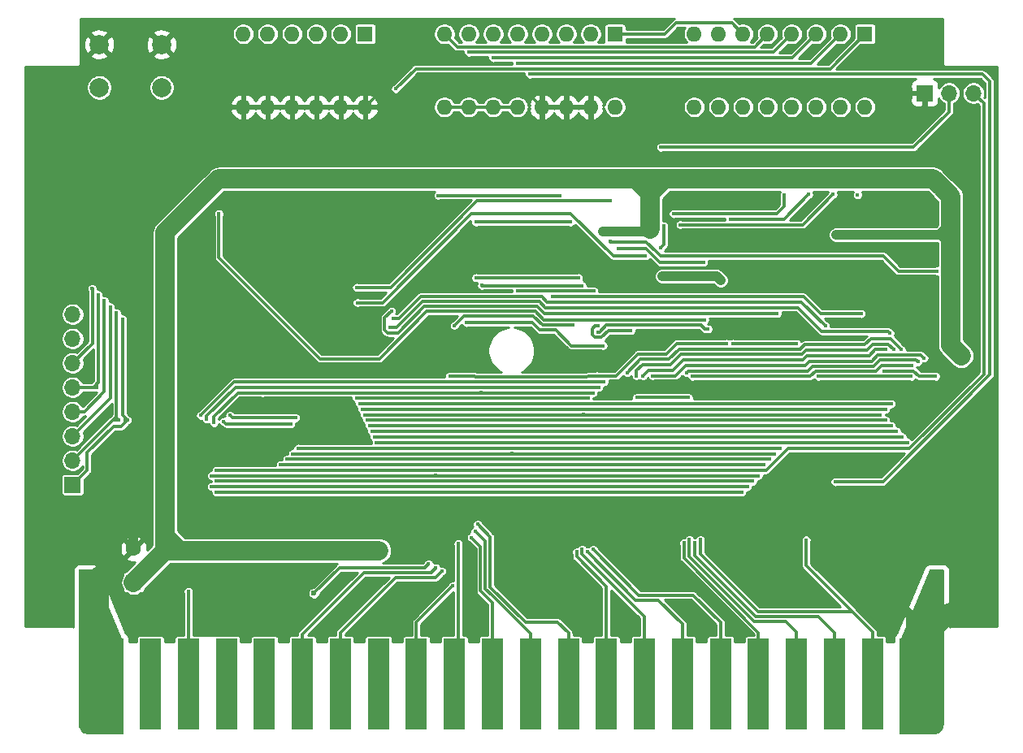
<source format=gbr>
%TF.GenerationSoftware,KiCad,Pcbnew,(5.1.10)-1*%
%TF.CreationDate,2022-08-27T22:49:55-04:00*%
%TF.ProjectId,VIC20 2587KB Memory Expander,56494332-3020-4323-9538-374b42204d65,1*%
%TF.SameCoordinates,Original*%
%TF.FileFunction,Copper,L2,Bot*%
%TF.FilePolarity,Positive*%
%FSLAX46Y46*%
G04 Gerber Fmt 4.6, Leading zero omitted, Abs format (unit mm)*
G04 Created by KiCad (PCBNEW (5.1.10)-1) date 2022-08-27 22:49:55*
%MOMM*%
%LPD*%
G01*
G04 APERTURE LIST*
%TA.AperFunction,EtchedComponent*%
%ADD10C,0.100000*%
%TD*%
%TA.AperFunction,ConnectorPad*%
%ADD11R,2.250000X9.500000*%
%TD*%
%TA.AperFunction,ConnectorPad*%
%ADD12C,0.100000*%
%TD*%
%TA.AperFunction,ComponentPad*%
%ADD13O,1.600000X1.600000*%
%TD*%
%TA.AperFunction,ComponentPad*%
%ADD14R,1.600000X1.600000*%
%TD*%
%TA.AperFunction,ComponentPad*%
%ADD15C,1.600000*%
%TD*%
%TA.AperFunction,ComponentPad*%
%ADD16R,1.700000X1.700000*%
%TD*%
%TA.AperFunction,ComponentPad*%
%ADD17O,1.700000X1.700000*%
%TD*%
%TA.AperFunction,ComponentPad*%
%ADD18C,2.000000*%
%TD*%
%TA.AperFunction,ViaPad*%
%ADD19C,0.800000*%
%TD*%
%TA.AperFunction,ViaPad*%
%ADD20C,0.600000*%
%TD*%
%TA.AperFunction,ViaPad*%
%ADD21C,0.400000*%
%TD*%
%TA.AperFunction,Conductor*%
%ADD22C,2.000000*%
%TD*%
%TA.AperFunction,Conductor*%
%ADD23C,0.500000*%
%TD*%
%TA.AperFunction,Conductor*%
%ADD24C,1.000000*%
%TD*%
%TA.AperFunction,Conductor*%
%ADD25C,0.330000*%
%TD*%
%TA.AperFunction,Conductor*%
%ADD26C,0.300000*%
%TD*%
%TA.AperFunction,Conductor*%
%ADD27C,0.250000*%
%TD*%
%TA.AperFunction,Conductor*%
%ADD28C,0.234000*%
%TD*%
%TA.AperFunction,Conductor*%
%ADD29C,0.100000*%
%TD*%
G04 APERTURE END LIST*
D10*
%TO.C,X1*%
G36*
X96727120Y-121214000D02*
G01*
X96028620Y-121214000D01*
X95584120Y-120960000D01*
X95330120Y-120515500D01*
X95330120Y-120261500D01*
X95330120Y-104132500D01*
X96727120Y-104132500D01*
X96727120Y-121214000D01*
G37*
X96727120Y-121214000D02*
X96028620Y-121214000D01*
X95584120Y-120960000D01*
X95330120Y-120515500D01*
X95330120Y-120261500D01*
X95330120Y-104132500D01*
X96727120Y-104132500D01*
X96727120Y-121214000D01*
%TD*%
D11*
%TO.P,X1,V*%
%TO.N,/SPhi2*%
X114595000Y-116035000D03*
%TO.P,X1,N*%
%TO.N,/A10*%
X138355000Y-116035000D03*
%TO.P,X1,M*%
%TO.N,/A9*%
X142315000Y-116035000D03*
%TO.P,X1,X*%
%TO.N,/~RESET*%
X106675000Y-116035000D03*
%TO.P,X1,W*%
%TO.N,/~NMI*%
X110635000Y-116035000D03*
%TO.P,X1,J*%
%TO.N,/A6*%
X154195000Y-116035000D03*
%TO.P,X1,Y*%
%TO.N,/NC2*%
X102715000Y-116035000D03*
%TO.P,X1,U*%
%TO.N,/~IO3*%
X118555000Y-116035000D03*
%TO.P,X1,P*%
%TO.N,/A11*%
X134395000Y-116035000D03*
%TO.P,X1,T*%
%TO.N,/~IO2*%
X122515000Y-116035000D03*
%TA.AperFunction,ConnectorPad*%
D12*
%TO.P,X1,Z*%
%TO.N,GND*%
G36*
X96195245Y-121284039D02*
G01*
X96189575Y-121282561D01*
X95819575Y-121162561D01*
X95810592Y-121158638D01*
X95804781Y-121154835D01*
X95514781Y-120934835D01*
X95507590Y-120928174D01*
X95500767Y-120918311D01*
X95300767Y-120538811D01*
X95297069Y-120529734D01*
X95295039Y-120517467D01*
X95285039Y-120263467D01*
X95285000Y-120261500D01*
X95285000Y-104132500D01*
X95285961Y-104122745D01*
X95288806Y-104113366D01*
X95293427Y-104104721D01*
X95299645Y-104097145D01*
X95307221Y-104090927D01*
X95315866Y-104086306D01*
X95325245Y-104083461D01*
X95335000Y-104082500D01*
X96732000Y-104082500D01*
X96741755Y-104083461D01*
X96751134Y-104086306D01*
X96759779Y-104090927D01*
X96767355Y-104097145D01*
X96773573Y-104104721D01*
X96778212Y-104113410D01*
X99740836Y-111285000D01*
X99880000Y-111285000D01*
X99880000Y-121285000D01*
X96205000Y-121285000D01*
X96195245Y-121284039D01*
G37*
%TD.AperFunction*%
D11*
%TO.P,X1,L*%
%TO.N,/A8*%
X146275000Y-116035000D03*
%TO.P,X1,E*%
%TO.N,/A3*%
X166075000Y-116035000D03*
%TO.P,X1,K*%
%TO.N,/A7*%
X150235000Y-116035000D03*
%TO.P,X1,C*%
%TO.N,/A1*%
X173995000Y-116035000D03*
%TO.P,X1,D*%
%TO.N,/A2*%
X170035000Y-116035000D03*
%TA.AperFunction,ConnectorPad*%
D12*
%TO.P,X1,A*%
%TO.N,GND*%
G36*
X185344755Y-104083461D02*
G01*
X185354134Y-104086306D01*
X185362779Y-104090927D01*
X185370355Y-104097145D01*
X185376573Y-104104721D01*
X185381194Y-104113366D01*
X185384039Y-104122745D01*
X185385000Y-104132500D01*
X185385000Y-120261500D01*
X185384961Y-120263467D01*
X185374961Y-120517467D01*
X185373618Y-120527176D01*
X185369233Y-120538811D01*
X185169233Y-120918311D01*
X185163836Y-120926493D01*
X185155219Y-120934835D01*
X184865219Y-121154835D01*
X184856867Y-121159965D01*
X184850425Y-121162561D01*
X184480425Y-121282561D01*
X184470850Y-121284657D01*
X184465000Y-121285000D01*
X180790000Y-121285000D01*
X180790000Y-111285000D01*
X180929164Y-111285000D01*
X183891788Y-104113410D01*
X183896400Y-104104761D01*
X183902611Y-104097178D01*
X183910182Y-104090953D01*
X183918822Y-104086324D01*
X183928199Y-104083470D01*
X183938000Y-104082500D01*
X185335000Y-104082500D01*
X185344755Y-104083461D01*
G37*
%TD.AperFunction*%
D11*
%TO.P,X1,H*%
%TO.N,/A5*%
X158155000Y-116035000D03*
%TO.P,X1,S*%
%TO.N,/C13*%
X126475000Y-116035000D03*
%TO.P,X1,F*%
%TO.N,/A4*%
X162115000Y-116035000D03*
%TO.P,X1,B*%
%TO.N,/A0*%
X177955000Y-116035000D03*
%TO.P,X1,R*%
%TO.N,/A12*%
X130435000Y-116035000D03*
%TD*%
D13*
%TO.P,SW2,16*%
%TO.N,/~BANK0*%
X177165000Y-55880000D03*
%TO.P,SW2,8*%
%TO.N,/~IO3*%
X159385000Y-48260000D03*
%TO.P,SW2,15*%
%TO.N,/~BANK1*%
X174625000Y-55880000D03*
%TO.P,SW2,7*%
%TO.N,/~IO2*%
X161925000Y-48260000D03*
%TO.P,SW2,14*%
%TO.N,/~BANK2*%
X172085000Y-55880000D03*
%TO.P,SW2,6*%
%TO.N,/VR~W~2*%
X164465000Y-48260000D03*
%TO.P,SW2,13*%
%TO.N,/~BANK3*%
X169545000Y-55880000D03*
%TO.P,SW2,5*%
%TO.N,/~BLK5*%
X167005000Y-48260000D03*
%TO.P,SW2,12*%
%TO.N,/~CSEX*%
X167005000Y-55880000D03*
%TO.P,SW2,4*%
%TO.N,/~BLK3*%
X169545000Y-48260000D03*
%TO.P,SW2,11*%
%TO.N,/WP*%
X164465000Y-55880000D03*
%TO.P,SW2,3*%
%TO.N,/~BLK2*%
X172085000Y-48260000D03*
%TO.P,SW2,10*%
%TO.N,/~SIO2*%
X161925000Y-55880000D03*
%TO.P,SW2,2*%
%TO.N,/~BLK1*%
X174625000Y-48260000D03*
%TO.P,SW2,9*%
%TO.N,/~SIO3*%
X159385000Y-55880000D03*
D14*
%TO.P,SW2,1*%
%TO.N,/~CS3K*%
X177165000Y-48260000D03*
%TD*%
%TO.P,C1,1*%
%TO.N,+5V*%
X100965000Y-105410000D03*
D15*
%TO.P,C1,2*%
%TO.N,GND*%
X100965000Y-101910000D03*
%TD*%
D16*
%TO.P,J1,1*%
%TO.N,/EA13*%
X94615000Y-95250000D03*
D17*
%TO.P,J1,2*%
%TO.N,/EA14*%
X94615000Y-92710000D03*
%TO.P,J1,3*%
%TO.N,/EA15*%
X94615000Y-90170000D03*
%TO.P,J1,4*%
%TO.N,/EA16*%
X94615000Y-87630000D03*
%TO.P,J1,5*%
%TO.N,/EA17*%
X94615000Y-85090000D03*
%TO.P,J1,6*%
%TO.N,/EA18*%
X94615000Y-82550000D03*
%TO.P,J1,7*%
%TO.N,/~CS1Z*%
X94615000Y-80010000D03*
%TO.P,J1,8*%
%TO.N,/~FLASH*%
X94615000Y-77470000D03*
%TD*%
D16*
%TO.P,JP1,1*%
%TO.N,GND*%
X183388000Y-54419500D03*
D17*
%TO.P,JP1,2*%
%TO.N,/~CS1Y*%
X185928000Y-54419500D03*
%TO.P,JP1,3*%
%TO.N,/A12*%
X188468000Y-54419500D03*
%TD*%
D14*
%TO.P,SW3,1*%
%TO.N,/VR~W~2*%
X151130000Y-48260000D03*
D13*
%TO.P,SW3,9*%
%TO.N,/~CS1X*%
X133350000Y-55880000D03*
%TO.P,SW3,2*%
%TO.N,/~MEM*%
X148590000Y-48260000D03*
%TO.P,SW3,10*%
%TO.N,/~CS1X*%
X135890000Y-55880000D03*
%TO.P,SW3,3*%
%TO.N,/~FLASH*%
X146050000Y-48260000D03*
%TO.P,SW3,11*%
%TO.N,/~CS1X*%
X138430000Y-55880000D03*
%TO.P,SW3,4*%
%TO.N,/~EXP*%
X143510000Y-48260000D03*
%TO.P,SW3,12*%
%TO.N,/~CS1X*%
X140970000Y-55880000D03*
%TO.P,SW3,5*%
%TO.N,/~BLK1*%
X140970000Y-48260000D03*
%TO.P,SW3,13*%
%TO.N,GND*%
X143510000Y-55880000D03*
%TO.P,SW3,6*%
%TO.N,/~BLK2*%
X138430000Y-48260000D03*
%TO.P,SW3,14*%
%TO.N,GND*%
X146050000Y-55880000D03*
%TO.P,SW3,7*%
%TO.N,/~BLK3*%
X135890000Y-48260000D03*
%TO.P,SW3,15*%
%TO.N,GND*%
X148590000Y-55880000D03*
%TO.P,SW3,8*%
%TO.N,/~BLK5*%
X133350000Y-48260000D03*
%TO.P,SW3,16*%
%TO.N,/~PROG*%
X151130000Y-55880000D03*
%TD*%
D14*
%TO.P,SW4,1*%
%TO.N,/EA13*%
X125095000Y-48260000D03*
D13*
%TO.P,SW4,7*%
%TO.N,GND*%
X112395000Y-55880000D03*
%TO.P,SW4,2*%
%TO.N,/EA14*%
X122555000Y-48260000D03*
%TO.P,SW4,8*%
%TO.N,GND*%
X114935000Y-55880000D03*
%TO.P,SW4,3*%
%TO.N,/EA15*%
X120015000Y-48260000D03*
%TO.P,SW4,9*%
%TO.N,GND*%
X117475000Y-55880000D03*
%TO.P,SW4,4*%
%TO.N,/EA16*%
X117475000Y-48260000D03*
%TO.P,SW4,10*%
%TO.N,GND*%
X120015000Y-55880000D03*
%TO.P,SW4,5*%
%TO.N,/EA17*%
X114935000Y-48260000D03*
%TO.P,SW4,11*%
%TO.N,GND*%
X122555000Y-55880000D03*
%TO.P,SW4,6*%
%TO.N,/EA18*%
X112395000Y-48260000D03*
%TO.P,SW4,12*%
%TO.N,GND*%
X125095000Y-55880000D03*
%TD*%
D18*
%TO.P,SW1,2*%
%TO.N,GND*%
X103883600Y-49348000D03*
%TO.P,SW1,1*%
%TO.N,/~RESET*%
X103883600Y-53848000D03*
%TO.P,SW1,2*%
%TO.N,GND*%
X97383600Y-49348000D03*
%TO.P,SW1,1*%
%TO.N,/~RESET*%
X97383600Y-53848000D03*
%TD*%
D19*
%TO.N,+5V*%
X109855000Y-63373000D03*
X125095000Y-63373000D03*
X122555000Y-63373000D03*
X120015000Y-63373000D03*
X117475000Y-63373000D03*
X114935000Y-63373000D03*
X112395000Y-63373000D03*
X151130000Y-63373000D03*
X148590000Y-63373000D03*
X146050000Y-63373000D03*
X143510000Y-63373000D03*
X177165000Y-63373000D03*
X174625000Y-63373000D03*
X172085000Y-63373000D03*
X169545000Y-63373000D03*
X167005000Y-63373000D03*
X161925000Y-63373000D03*
X159385000Y-63373000D03*
X164465000Y-63373000D03*
D20*
X104267000Y-91440000D03*
D19*
X127254000Y-63373000D03*
D20*
X174180500Y-69151500D03*
X185102500Y-69151500D03*
X149860000Y-62865000D03*
X187198000Y-81788000D03*
X149860000Y-68834000D03*
X155130500Y-68961000D03*
X162133501Y-73932001D03*
X156051250Y-73501250D03*
D19*
X155016200Y-63373000D03*
D20*
X126517400Y-102108000D03*
%TO.N,GND*%
X101854000Y-91440000D03*
D19*
X184404000Y-109220000D03*
X96266000Y-109220000D03*
X97409000Y-104775000D03*
X185979513Y-108585000D03*
D21*
X118745000Y-90297000D03*
D19*
X106680000Y-86360000D03*
X101854000Y-86360000D03*
X114935000Y-86741000D03*
D21*
X109093000Y-90297000D03*
X108648500Y-92392500D03*
X109918500Y-90297000D03*
X108108750Y-92932250D03*
X109156500Y-91884500D03*
D19*
X120586500Y-81089500D03*
X124460000Y-73089998D03*
X172366450Y-99350050D03*
D21*
X167830500Y-78422500D03*
D20*
X174434500Y-68199000D03*
X182372000Y-68199000D03*
X175514000Y-79946500D03*
X155829000Y-79375000D03*
X158940500Y-79692500D03*
X146748500Y-72834500D03*
X152019000Y-74739500D03*
X159766000Y-74739500D03*
X137604500Y-68707000D03*
D21*
X147129500Y-68897500D03*
X159004000Y-69405500D03*
X162052000Y-69469000D03*
X156464000Y-74739500D03*
X150304500Y-73723500D03*
X154305000Y-72453500D03*
X173418500Y-74231500D03*
X171132500Y-79692500D03*
X131254500Y-61214000D03*
X130111500Y-59817000D03*
X134556500Y-60833000D03*
X121221500Y-67056000D03*
X118872000Y-67627500D03*
X116078000Y-67881500D03*
X113411000Y-68262500D03*
X108839000Y-74041000D03*
X188150500Y-76136500D03*
X131445000Y-106045000D03*
X125984000Y-105219500D03*
X135890000Y-106426000D03*
X134112000Y-106807000D03*
X151066500Y-106870500D03*
X157988000Y-107950000D03*
X157353000Y-48704500D03*
X156400500Y-85344000D03*
X154178000Y-98361500D03*
X167005000Y-98425000D03*
X107950000Y-98425000D03*
D19*
X106934000Y-99568000D03*
D21*
X102997000Y-65722500D03*
X187134500Y-61087000D03*
X184658000Y-79057500D03*
X96329500Y-89598500D03*
X170180000Y-67373500D03*
X128397000Y-110299500D03*
X124523500Y-110299500D03*
X120523000Y-110299500D03*
X132397500Y-110299500D03*
X136398000Y-110299500D03*
X142875000Y-108775500D03*
X137287000Y-108839000D03*
X152082500Y-110109000D03*
X160020000Y-110426500D03*
D20*
X143827500Y-72834500D03*
X143383000Y-79883000D03*
X148272500Y-81546700D03*
X128016000Y-97536000D03*
D21*
X142697200Y-69469000D03*
D20*
X140385800Y-97536000D03*
D21*
X132918200Y-98907600D03*
X135712200Y-82296000D03*
X133273800Y-82677000D03*
X149250400Y-97536000D03*
X147243800Y-97536000D03*
X137439400Y-97536000D03*
X178663600Y-93954600D03*
X179146200Y-92710000D03*
X174447200Y-92659200D03*
%TO.N,/A11*%
X107950000Y-88011000D03*
X149987000Y-84518500D03*
X132029200Y-84531200D03*
X134789001Y-101380199D03*
X135547100Y-84518500D03*
%TO.N,/A9*%
X108585000Y-88392000D03*
X149415500Y-85090000D03*
X114998500Y-85090000D03*
X132638800Y-85090000D03*
X136550400Y-100076000D03*
X136017000Y-85090000D03*
%TO.N,/A8*%
X109347000Y-88773000D03*
X148844000Y-85661500D03*
X114363500Y-85661500D03*
X133248400Y-85674200D03*
X136804400Y-99364800D03*
X137185400Y-85648800D03*
%TO.N,/EA13*%
X100330000Y-88519000D03*
X99822000Y-77978000D03*
%TO.N,/EA14*%
X99441000Y-88519000D03*
X99187000Y-77343000D03*
%TO.N,/EA17*%
X97091500Y-85090000D03*
X97282000Y-75438000D03*
%TO.N,/~PROG*%
X124206000Y-74676000D03*
X150622000Y-65659000D03*
%TO.N,/EA18*%
X96647000Y-74803000D03*
%TO.N,/EA16*%
X97917000Y-76073000D03*
%TO.N,/EA15*%
X98552000Y-76708000D03*
%TO.N,/A12*%
X134239000Y-105791000D03*
X149479000Y-93726000D03*
X109601000Y-93726000D03*
X131902200Y-93726000D03*
%TO.N,/A7*%
X147129500Y-102235000D03*
X148971000Y-94297500D03*
X109093000Y-94297500D03*
X166052500Y-94297500D03*
X132461000Y-94284800D03*
%TO.N,/A6*%
X147701000Y-101981000D03*
X148590000Y-94869000D03*
X109601000Y-94869000D03*
X165481000Y-94869000D03*
X133045200Y-94869000D03*
%TO.N,/A5*%
X150304500Y-95440500D03*
X148272500Y-102235000D03*
X109093000Y-95440500D03*
X164909500Y-95440500D03*
X133604000Y-95427800D03*
%TO.N,/A4*%
X150558500Y-96012000D03*
X148844000Y-101981000D03*
X109601000Y-96012000D03*
X164338000Y-96012000D03*
X134162800Y-96012000D03*
%TO.N,/A3*%
X116268500Y-93154500D03*
X149923500Y-93154500D03*
X158305500Y-101282500D03*
X158305500Y-93154500D03*
X166624000Y-93154500D03*
X128727200Y-93167200D03*
%TO.N,/A2*%
X116967000Y-92583000D03*
X150368000Y-92583000D03*
X158877000Y-100965000D03*
X158877000Y-92583000D03*
X167195500Y-92583000D03*
X145211800Y-92583000D03*
%TO.N,/A1*%
X117538500Y-92011500D03*
X159448500Y-101282500D03*
X159448500Y-92011500D03*
X167767000Y-92011500D03*
X153390600Y-86156800D03*
X158775400Y-86156800D03*
X140363800Y-91998800D03*
%TO.N,/A0*%
X118110000Y-91440000D03*
X160020000Y-100965000D03*
X160020000Y-91440000D03*
X171040000Y-100994000D03*
X168338500Y-91440000D03*
X145338800Y-91440000D03*
%TO.N,/D0*%
X126257050Y-90836750D03*
X162306000Y-90836750D03*
X181610000Y-90836750D03*
X140385800Y-90830400D03*
%TO.N,/D1*%
X126047500Y-90233500D03*
X161734500Y-90233500D03*
X181038500Y-90233500D03*
X145186400Y-90246200D03*
%TO.N,/D2*%
X125793500Y-89662000D03*
X161163000Y-89662000D03*
X180467000Y-89662000D03*
X144843500Y-89662000D03*
%TO.N,/D3*%
X125539500Y-89090500D03*
X160591500Y-89090500D03*
X179895500Y-89090500D03*
X140779500Y-89090500D03*
%TO.N,/D4*%
X125285500Y-88519000D03*
X179324000Y-88519000D03*
X145097500Y-88519000D03*
X148437600Y-88519000D03*
%TO.N,/D5*%
X125031500Y-87947500D03*
X178752500Y-87947500D03*
X140716000Y-87947500D03*
X147853400Y-87934800D03*
%TO.N,/D6*%
X124777500Y-87376000D03*
X179324000Y-87376000D03*
X145034000Y-87376000D03*
X147218400Y-87376000D03*
%TO.N,/D7*%
X124523500Y-86804500D03*
X179895500Y-86804500D03*
X141287500Y-86804500D03*
X146608800Y-86817200D03*
%TO.N,/A10*%
X124206000Y-86233000D03*
X148336000Y-86233000D03*
X143002000Y-86233000D03*
X136169400Y-100736400D03*
X135661400Y-86233000D03*
%TO.N,/~CS1*%
X109855000Y-66992500D03*
X160464500Y-78041500D03*
%TO.N,/~CSRAM1*%
X176784000Y-77406500D03*
X144589500Y-75628500D03*
%TO.N,/~MEM*%
X136626600Y-67868800D03*
X146507200Y-67868800D03*
%TO.N,/RA13A*%
X146748500Y-78613000D03*
X134400190Y-78638400D03*
D20*
%TO.N,/VR~W*%
X119761000Y-106553000D03*
D21*
X131699000Y-103505000D03*
X184658000Y-72961500D03*
X150590250Y-69881750D03*
%TO.N,/RA14A*%
X149885400Y-80746600D03*
X135636000Y-78333600D03*
%TO.N,/~CS1Y*%
X155892500Y-70548500D03*
X155892500Y-60071000D03*
X156210000Y-68262500D03*
%TO.N,/~BANK0*%
X176398500Y-65028500D03*
%TO.N,/~BANK1*%
X173826750Y-64996750D03*
X157924500Y-68135500D03*
%TO.N,/~BANK2*%
X171286750Y-64996750D03*
X163131500Y-67564000D03*
%TO.N,/~BANK3*%
X168778500Y-65028500D03*
X157226000Y-66992500D03*
%TO.N,/~IO3*%
X132461000Y-103886000D03*
X147320000Y-73660000D03*
X136626600Y-73660000D03*
%TO.N,/~IO2*%
X133096000Y-104267000D03*
X147683965Y-74481165D03*
X137236200Y-74472800D03*
%TO.N,/~CS3K*%
X128270000Y-53975000D03*
%TO.N,/~BLK3*%
X135890000Y-50165000D03*
%TO.N,/~BLK2*%
X138430000Y-50736500D03*
%TO.N,/~BLK1*%
X140970000Y-51308000D03*
%TO.N,/~CS1X*%
X148907500Y-75057000D03*
X140970000Y-75057000D03*
%TO.N,/~RESET*%
X106675000Y-106367500D03*
%TO.N,/~CS1Z*%
X117348000Y-88900000D03*
X110363000Y-88646000D03*
%TO.N,/~FLASH*%
X117856000Y-88265000D03*
X110998000Y-88011000D03*
X132715000Y-65087500D03*
X145351500Y-65087500D03*
%TO.N,/Q2*%
X152400000Y-83566000D03*
X180952004Y-81153000D03*
%TO.N,/Q1*%
X153364500Y-83895500D03*
X180138002Y-81153000D03*
%TO.N,/Q0*%
X179324000Y-81153000D03*
X154051000Y-83883500D03*
%TO.N,/Q6*%
X155067000Y-83883500D03*
X183324500Y-82042000D03*
%TO.N,/Q5*%
X182689500Y-82423000D03*
X158559500Y-83566000D03*
%TO.N,/Q4*%
X159194500Y-83947000D03*
X182054500Y-82804000D03*
%TO.N,/~CSEX*%
X163385500Y-80518000D03*
X170053000Y-80518000D03*
%TO.N,/~EXP*%
X174053500Y-94932500D03*
X142240000Y-52451000D03*
%TO.N,/Q7*%
X184531000Y-83947000D03*
X179133500Y-83375500D03*
%TO.N,/Q3*%
X172339000Y-83947000D03*
X181991000Y-83947000D03*
%TO.N,Net-(U1-Pad3)*%
X149322000Y-79341500D03*
X160823000Y-79016500D03*
%TO.N,Net-(U1-Pad5)*%
X149337000Y-78691500D03*
X152781000Y-79184500D03*
%TO.N,Net-(U3-Pad8)*%
X128016000Y-77914500D03*
X173037500Y-78676500D03*
%TO.N,Net-(U3-Pad6)*%
X127825500Y-77152500D03*
X168021000Y-77406500D03*
%TO.N,/EL*%
X124269500Y-76263500D03*
X154305000Y-71374000D03*
%TO.N,/LL*%
X127680000Y-78848500D03*
X179768500Y-79438500D03*
%TO.N,Net-(U5-Pad4)*%
X151447500Y-70612000D03*
X160324800Y-72072500D03*
%TO.N,/WP*%
X149225000Y-83883500D03*
X162750500Y-80518000D03*
X133908800Y-83947000D03*
%TD*%
D22*
%TO.N,+5V*%
X143510000Y-63373000D02*
X151130000Y-63373000D01*
X159385000Y-63373000D02*
X177165000Y-63373000D01*
X112395000Y-63373000D02*
X127254000Y-63373000D01*
X109855000Y-63373000D02*
X112395000Y-63373000D01*
X100965000Y-105410000D02*
X104267000Y-102108000D01*
X104267000Y-91440000D02*
X104267000Y-91440000D01*
X104267000Y-68961000D02*
X109855000Y-63373000D01*
X104267000Y-91440000D02*
X104267000Y-68961000D01*
X177165000Y-63373000D02*
X184277000Y-63373000D01*
X104267000Y-100584000D02*
X105791000Y-102108000D01*
X105791000Y-102108000D02*
X126517400Y-102108000D01*
X104267000Y-102108000D02*
X105791000Y-102108000D01*
X104267000Y-98552000D02*
X104267000Y-100584000D01*
X104267000Y-102108000D02*
X104267000Y-98552000D01*
X104267000Y-98552000D02*
X104267000Y-91440000D01*
X127254000Y-63373000D02*
X143510000Y-63373000D01*
D23*
X185102500Y-69151500D02*
X185102500Y-69151500D01*
D22*
X186118500Y-65214500D02*
X185134250Y-64230250D01*
X187198000Y-81788000D02*
X186118500Y-80708500D01*
X184277000Y-63373000D02*
X185134250Y-64230250D01*
D23*
X185102500Y-69151500D02*
X185864500Y-68389500D01*
X185864500Y-68389500D02*
X186118500Y-68389500D01*
X185102500Y-69151500D02*
X186118500Y-70167500D01*
D22*
X186118500Y-70231000D02*
X186118500Y-68389500D01*
D23*
X186118500Y-70167500D02*
X186118500Y-70231000D01*
D22*
X186118500Y-80708500D02*
X186118500Y-78486000D01*
D24*
X161702750Y-73501250D02*
X162133501Y-73932001D01*
X156051250Y-73501250D02*
X161702750Y-73501250D01*
X155003500Y-68834000D02*
X155130500Y-68961000D01*
X149860000Y-68834000D02*
X155003500Y-68834000D01*
D22*
X155016200Y-63373000D02*
X154809999Y-63579201D01*
X154809999Y-64900001D02*
X156337000Y-63373000D01*
X156337000Y-63373000D02*
X159385000Y-63373000D01*
X154809999Y-65668699D02*
X154809999Y-64900001D01*
X155016200Y-63373000D02*
X156337000Y-63373000D01*
X154809999Y-63579201D02*
X154809999Y-65668699D01*
X154809999Y-65668699D02*
X154809999Y-68563490D01*
X154809999Y-64830499D02*
X153352500Y-63373000D01*
X154809999Y-65668699D02*
X154809999Y-64830499D01*
X153352500Y-63373000D02*
X155016200Y-63373000D01*
X151130000Y-63373000D02*
X153352500Y-63373000D01*
D24*
X185102500Y-69151500D02*
X185054999Y-69199001D01*
X184927999Y-69199001D02*
X186118500Y-68008500D01*
X184496199Y-69199001D02*
X184927999Y-69199001D01*
D22*
X186118500Y-68389500D02*
X186118500Y-68008500D01*
X186118500Y-68008500D02*
X186118500Y-65214500D01*
D24*
X185054999Y-69199001D02*
X184496199Y-69199001D01*
X184496199Y-69199001D02*
X174180500Y-69199001D01*
X185086501Y-69199001D02*
X186118500Y-70231000D01*
X184496199Y-69199001D02*
X185086501Y-69199001D01*
D22*
X186118500Y-75755500D02*
X186118500Y-70231000D01*
X186118500Y-78486000D02*
X186118500Y-75755500D01*
D25*
%TO.N,GND*%
X112395000Y-55880000D02*
X125095000Y-55880000D01*
X143510000Y-55880000D02*
X146050000Y-55880000D01*
D22*
X97409000Y-114939000D02*
X98755000Y-116285000D01*
X97409000Y-104775000D02*
X97409000Y-114939000D01*
X181915000Y-112649513D02*
X185979513Y-108585000D01*
X181915000Y-116285000D02*
X181915000Y-112649513D01*
X185979513Y-108585000D02*
X185979513Y-108585000D01*
D24*
X107823000Y-90297000D02*
X106680000Y-89154000D01*
X106680000Y-89154000D02*
X106680000Y-86360000D01*
X106680000Y-86360000D02*
X106680000Y-86360000D01*
X101854000Y-86360000D02*
X101854000Y-91440000D01*
X100965000Y-92329000D02*
X101854000Y-91440000D01*
X100965000Y-101910000D02*
X100965000Y-92329000D01*
X111379000Y-90297000D02*
X110744000Y-90297000D01*
X118745000Y-90297000D02*
X111379000Y-90297000D01*
X111379000Y-90297000D02*
X109918500Y-90297000D01*
X106732499Y-96444001D02*
X107824498Y-97536000D01*
X106732499Y-94308501D02*
X106732499Y-96444001D01*
X107823000Y-93218000D02*
X107759500Y-93281500D01*
X107759500Y-93281500D02*
X106732499Y-94308501D01*
X107823000Y-90297000D02*
X107823000Y-93218000D01*
X110744000Y-90297000D02*
X109156500Y-91884500D01*
D26*
X112395000Y-55880000D02*
X112395000Y-54102000D01*
X112395000Y-54102000D02*
X106299000Y-48006000D01*
D24*
X107824498Y-97536000D02*
X127000000Y-97536000D01*
X127000000Y-97536000D02*
X127889000Y-97536000D01*
X127000000Y-97536000D02*
X128397000Y-97536000D01*
X118745000Y-90297000D02*
X119126000Y-90297000D01*
X119126000Y-90297000D02*
X120078500Y-89344500D01*
X120078500Y-89344500D02*
X120078500Y-87884000D01*
X120078500Y-87884000D02*
X118935500Y-86741000D01*
X118935500Y-86741000D02*
X114935000Y-86741000D01*
X114935000Y-86741000D02*
X114935000Y-86741000D01*
D26*
X146050000Y-55880000D02*
X148590000Y-55880000D01*
X126245001Y-54729999D02*
X125095000Y-55880000D01*
X142359999Y-54729999D02*
X126245001Y-54729999D01*
X143510000Y-55880000D02*
X142359999Y-54729999D01*
D24*
X109093000Y-90297000D02*
X107823000Y-90297000D01*
X108648500Y-92392500D02*
X108108750Y-92932250D01*
X109918500Y-90297000D02*
X109093000Y-90297000D01*
X108108750Y-92932250D02*
X107759500Y-93281500D01*
X109156500Y-91884500D02*
X108648500Y-92392500D01*
X120586500Y-76963498D02*
X124460000Y-73089998D01*
X120586500Y-81089500D02*
X120586500Y-76963498D01*
X124460000Y-73089998D02*
X124460000Y-73089998D01*
X181915000Y-108898599D02*
X181915000Y-116285000D01*
X170552401Y-97536000D02*
X172366450Y-99350050D01*
X128397000Y-97536000D02*
X137439400Y-97536000D01*
X172366450Y-99350050D02*
X181915000Y-108898599D01*
D23*
X167830500Y-78422500D02*
X170751500Y-78422500D01*
X170751500Y-78422500D02*
X172275500Y-79946500D01*
X182372000Y-68199000D02*
X182372000Y-68199000D01*
X172275500Y-79946500D02*
X175514000Y-79946500D01*
X155829000Y-79375000D02*
X158623000Y-79375000D01*
X158623000Y-79375000D02*
X158940500Y-79692500D01*
X158940500Y-79692500D02*
X158940500Y-79692500D01*
X167005000Y-79248000D02*
X167830500Y-78422500D01*
X163121998Y-79248000D02*
X167005000Y-79248000D01*
X162687000Y-79682998D02*
X163121998Y-79248000D01*
X162687000Y-79692500D02*
X162687000Y-79682998D01*
X158940500Y-79692500D02*
X162687000Y-79692500D01*
X151320500Y-74739500D02*
X150304500Y-73723500D01*
X152019000Y-74739500D02*
X151320500Y-74739500D01*
X152019000Y-74739500D02*
X156464000Y-74739500D01*
X159766000Y-74739500D02*
X159766000Y-74739500D01*
X156464000Y-74739500D02*
X159766000Y-74739500D01*
X143827500Y-72834500D02*
X146748500Y-72834500D01*
X143383000Y-79883000D02*
X144081500Y-80581500D01*
X145046700Y-81546700D02*
X144081500Y-80581500D01*
X148272500Y-81546700D02*
X145046700Y-81546700D01*
X149415500Y-72834500D02*
X146748500Y-72834500D01*
X150304500Y-73723500D02*
X149415500Y-72834500D01*
D24*
X149250400Y-97536000D02*
X170552401Y-97536000D01*
X147243800Y-97536000D02*
X149250400Y-97536000D01*
X137439400Y-97536000D02*
X147243800Y-97536000D01*
D26*
%TO.N,/A11*%
X134395000Y-116035000D02*
X134789001Y-115640999D01*
X149987000Y-84518500D02*
X135547100Y-84518500D01*
X111442500Y-84518500D02*
X107950000Y-88011000D01*
X127952500Y-84518500D02*
X111442500Y-84518500D01*
X134789001Y-105172601D02*
X134789001Y-101380199D01*
X134789001Y-115640999D02*
X134789001Y-105172601D01*
X134789001Y-105172601D02*
X134789001Y-104685799D01*
X134789001Y-101380199D02*
X134789001Y-101380199D01*
X135547100Y-84518500D02*
X127952500Y-84518500D01*
%TO.N,/A9*%
X108585000Y-88109158D02*
X108585000Y-88392000D01*
X149415500Y-85090000D02*
X136245600Y-85090000D01*
X111604158Y-85090000D02*
X108585000Y-88109158D01*
X142315000Y-116035000D02*
X142315000Y-110797558D01*
X137621173Y-106103731D02*
X137621173Y-104956773D01*
X138326421Y-106808979D02*
X137621173Y-106103731D01*
X142315000Y-110797558D02*
X138326421Y-106808979D01*
X137621173Y-104956773D02*
X137617200Y-104952800D01*
X137617200Y-103327200D02*
X137621171Y-103323229D01*
X137617200Y-104952800D02*
X137617200Y-103327200D01*
X137621171Y-103323229D02*
X137621171Y-101146771D01*
X137621171Y-101146771D02*
X136550400Y-100076000D01*
X136550400Y-100076000D02*
X136550400Y-100076000D01*
X136245600Y-85090000D02*
X111604158Y-85090000D01*
%TO.N,/A8*%
X109347000Y-88138000D02*
X109347000Y-88773000D01*
X111823500Y-85661500D02*
X109347000Y-88138000D01*
X148844000Y-85661500D02*
X111823500Y-85661500D01*
X146275000Y-116035000D02*
X146275000Y-110715000D01*
X146275000Y-110715000D02*
X145161000Y-109601000D01*
X145161000Y-109601000D02*
X141825562Y-109601000D01*
X138121181Y-105896619D02*
X138121181Y-100681581D01*
X141825562Y-109601000D02*
X138121181Y-105896619D01*
X138121181Y-100681581D02*
X136804400Y-99364800D01*
X136804400Y-99364800D02*
X136804400Y-99364800D01*
%TO.N,/EA13*%
X94615000Y-95250000D02*
X96139000Y-93726000D01*
X96139000Y-93726000D02*
X96139000Y-91893120D01*
X96139000Y-91893120D02*
X98878120Y-89154000D01*
X98878120Y-89154000D02*
X99695000Y-89154000D01*
X99822000Y-88011000D02*
X99822000Y-77978000D01*
X100076000Y-88265000D02*
X100076000Y-88773000D01*
X100076000Y-88773000D02*
X100330000Y-88519000D01*
X99695000Y-89154000D02*
X100076000Y-88773000D01*
X100330000Y-88519000D02*
X100076000Y-88265000D01*
X100076000Y-88265000D02*
X99822000Y-88011000D01*
%TO.N,/EA14*%
X98806000Y-88519000D02*
X99441000Y-88519000D01*
X94615000Y-92710000D02*
X98679000Y-88646000D01*
X98679000Y-88646000D02*
X98806000Y-88519000D01*
X99187000Y-83693000D02*
X99187000Y-77343000D01*
X99187000Y-88138000D02*
X99187000Y-83693000D01*
X98679000Y-88646000D02*
X99187000Y-88138000D01*
X99187000Y-88265000D02*
X99187000Y-88138000D01*
X99441000Y-88519000D02*
X99187000Y-88265000D01*
%TO.N,/EA17*%
X96774000Y-85090000D02*
X97028000Y-84836000D01*
X97091500Y-85090000D02*
X96774000Y-85090000D01*
X96774000Y-85090000D02*
X94615000Y-85090000D01*
X97028000Y-84836000D02*
X97155000Y-84709000D01*
X97091500Y-84772500D02*
X97155000Y-84709000D01*
X97282000Y-84582000D02*
X97282000Y-76454000D01*
X97091500Y-84772500D02*
X97282000Y-84582000D01*
X97091500Y-85090000D02*
X97091500Y-84772500D01*
X97282000Y-76454000D02*
X97282000Y-75438000D01*
%TO.N,/~PROG*%
X124206000Y-74676000D02*
X127762000Y-74676000D01*
X127762000Y-74676000D02*
X136779000Y-65659000D01*
X149098000Y-65659000D02*
X150622000Y-65659000D01*
X136779000Y-65659000D02*
X149098000Y-65659000D01*
X149098000Y-65659000D02*
X149352000Y-65659000D01*
X150622000Y-65659000D02*
X150622000Y-65659000D01*
%TO.N,/EA18*%
X96654990Y-74810990D02*
X96647000Y-74803000D01*
X96654990Y-80510010D02*
X96654990Y-74810990D01*
X94615000Y-82550000D02*
X96654990Y-80510010D01*
%TO.N,/EA16*%
X94615000Y-87630000D02*
X95817081Y-87630000D01*
X97917000Y-85530081D02*
X97917000Y-76581000D01*
X95817081Y-87630000D02*
X97917000Y-85530081D01*
X97917000Y-76581000D02*
X97917000Y-76073000D01*
%TO.N,/EA15*%
X94615000Y-90170000D02*
X98552000Y-86233000D01*
X98552000Y-86233000D02*
X98552000Y-76708000D01*
%TO.N,/A12*%
X130435000Y-116035000D02*
X130435000Y-109595000D01*
X130435000Y-109595000D02*
X134239000Y-105791000D01*
X134239000Y-105791000D02*
X134239000Y-105791000D01*
X189547500Y-83713252D02*
X189547500Y-55499000D01*
X181820752Y-91440000D02*
X189547500Y-83713252D01*
X169164000Y-91440000D02*
X181820752Y-91440000D01*
X166878000Y-93726000D02*
X169164000Y-91440000D01*
X189547500Y-55499000D02*
X188468000Y-54419500D01*
X109601000Y-93726000D02*
X166878000Y-93726000D01*
%TO.N,/A7*%
X166052500Y-94297500D02*
X109526002Y-94297500D01*
X150235000Y-116035000D02*
X150235000Y-105848500D01*
X147224750Y-102838250D02*
X147129500Y-102743000D01*
X150235000Y-105848500D02*
X147224750Y-102838250D01*
X147129500Y-102743000D02*
X147129500Y-102235000D01*
X147129500Y-102235000D02*
X147129500Y-102235000D01*
X109526002Y-94297500D02*
X109093000Y-94297500D01*
X109093000Y-94297500D02*
X109093000Y-94297500D01*
%TO.N,/A6*%
X165481000Y-94869000D02*
X150558500Y-94869000D01*
X150558500Y-94869000D02*
X149923500Y-94869000D01*
X149923500Y-94869000D02*
X109661622Y-94869000D01*
X147701000Y-102489000D02*
X147701000Y-101981000D01*
X154195000Y-108983000D02*
X147701000Y-102489000D01*
X154195000Y-116035000D02*
X154195000Y-108983000D01*
X147701000Y-101981000D02*
X147701000Y-101981000D01*
X109661622Y-94869000D02*
X109601000Y-94869000D01*
%TO.N,/A5*%
X164909500Y-95440500D02*
X109797242Y-95440500D01*
X148272500Y-102235000D02*
X148272500Y-102235000D01*
X153289000Y-107251500D02*
X148272500Y-102235000D01*
X155638500Y-107251500D02*
X153289000Y-107251500D01*
X158155000Y-109768000D02*
X155638500Y-107251500D01*
X158155000Y-116035000D02*
X158155000Y-109768000D01*
X109797242Y-95440500D02*
X109093000Y-95440500D01*
X109093000Y-95440500D02*
X109093000Y-95440500D01*
%TO.N,/A4*%
X164338000Y-96012000D02*
X148844000Y-96012000D01*
X148844000Y-96012000D02*
X109932862Y-96012000D01*
X153606500Y-106743500D02*
X148844000Y-101981000D01*
X159258000Y-106743500D02*
X153606500Y-106743500D01*
X162115000Y-109600500D02*
X159258000Y-106743500D01*
X162115000Y-116035000D02*
X162115000Y-109600500D01*
X109932862Y-96012000D02*
X109601000Y-96012000D01*
%TO.N,/A3*%
X117094000Y-93154500D02*
X116268500Y-93154500D01*
X166624000Y-93154500D02*
X117094000Y-93154500D01*
X166075000Y-116035000D02*
X166075000Y-110639500D01*
X166075000Y-110639500D02*
X158305500Y-102870000D01*
X158305500Y-102870000D02*
X158305500Y-101282500D01*
%TO.N,/A2*%
X122861002Y-92583000D02*
X167195500Y-92583000D01*
X117602000Y-92583000D02*
X116967000Y-92583000D01*
X122861002Y-92583000D02*
X117602000Y-92583000D01*
X170035000Y-116035000D02*
X170035000Y-110599000D01*
X170035000Y-110599000D02*
X168910000Y-109474000D01*
X168910000Y-109474000D02*
X165616620Y-109474000D01*
X165616620Y-109474000D02*
X158877000Y-102734380D01*
X158877000Y-102734380D02*
X158877000Y-100965000D01*
%TO.N,/A1*%
X123087754Y-92011500D02*
X147129500Y-92011500D01*
X117983000Y-92011500D02*
X117538500Y-92011500D01*
X123087754Y-92011500D02*
X117983000Y-92011500D01*
X147129500Y-92011500D02*
X167767000Y-92011500D01*
X173995000Y-116035000D02*
X173995000Y-110685500D01*
X173995000Y-110685500D02*
X172275500Y-108966000D01*
X172275500Y-108966000D02*
X165815740Y-108966000D01*
X165815740Y-108966000D02*
X159448500Y-102598760D01*
X159448500Y-102598760D02*
X159448500Y-101282500D01*
X153390600Y-86156800D02*
X158775400Y-86156800D01*
X158775400Y-86156800D02*
X158775400Y-86156800D01*
%TO.N,/A0*%
X123624249Y-91440000D02*
X168338500Y-91440000D01*
X118745000Y-91440000D02*
X118110000Y-91440000D01*
X123624249Y-91440000D02*
X118745000Y-91440000D01*
X177955000Y-116035000D02*
X177955000Y-110581500D01*
X177955000Y-110581500D02*
X175831500Y-108458000D01*
X175831500Y-108458000D02*
X166014860Y-108458000D01*
X166014860Y-108458000D02*
X164414430Y-106857570D01*
X164414430Y-106857570D02*
X160020000Y-102463140D01*
X160020000Y-102463140D02*
X160020000Y-100965000D01*
X171040000Y-103666500D02*
X175831500Y-108458000D01*
X171040000Y-100994000D02*
X171040000Y-103666500D01*
%TO.N,/D0*%
X126841250Y-90836750D02*
X126257050Y-90836750D01*
X126841250Y-90836750D02*
X181610000Y-90836750D01*
%TO.N,/D1*%
X126555500Y-90233500D02*
X126047500Y-90233500D01*
X126555500Y-90233500D02*
X181038500Y-90233500D01*
%TO.N,/D2*%
X126238000Y-89662000D02*
X125793500Y-89662000D01*
X126238000Y-89662000D02*
X180467000Y-89662000D01*
%TO.N,/D3*%
X125920500Y-89090500D02*
X125539500Y-89090500D01*
X125920500Y-89090500D02*
X140779500Y-89090500D01*
X140779500Y-89090500D02*
X179895500Y-89090500D01*
%TO.N,/D4*%
X126111000Y-88519000D02*
X125285500Y-88519000D01*
X126111000Y-88519000D02*
X145097500Y-88519000D01*
X146685000Y-88519000D02*
X179324000Y-88519000D01*
X145097500Y-88519000D02*
X146685000Y-88519000D01*
%TO.N,/D5*%
X125730000Y-87947500D02*
X125031500Y-87947500D01*
X125730000Y-87947500D02*
X140716000Y-87947500D01*
X146558000Y-87947500D02*
X178752500Y-87947500D01*
X140716000Y-87947500D02*
X146558000Y-87947500D01*
%TO.N,/D6*%
X124777500Y-87376000D02*
X124777500Y-87376000D01*
X124777500Y-87376000D02*
X124777500Y-87376000D01*
X124777500Y-87376000D02*
X124777500Y-87376000D01*
X125285500Y-87376000D02*
X124777500Y-87376000D01*
X179324000Y-87376000D02*
X146367500Y-87376000D01*
X146367500Y-87376000D02*
X146177000Y-87376000D01*
X146177000Y-87376000D02*
X125285500Y-87376000D01*
%TO.N,/D7*%
X146240500Y-86804500D02*
X179895500Y-86804500D01*
X145669000Y-86804500D02*
X146240500Y-86804500D01*
X124523500Y-86804500D02*
X145669000Y-86804500D01*
%TO.N,/A10*%
X124968000Y-86233000D02*
X124206000Y-86233000D01*
X148336000Y-86233000D02*
X143002000Y-86233000D01*
X138355000Y-107544678D02*
X138355000Y-116035000D01*
X143002000Y-86233000D02*
X124968000Y-86233000D01*
X137541061Y-106730739D02*
X137121163Y-106310841D01*
X137541061Y-106730739D02*
X138355000Y-107544678D01*
X137117190Y-102506410D02*
X137121161Y-102502439D01*
X137117190Y-105159910D02*
X137117190Y-102506410D01*
X137121163Y-105163883D02*
X137117190Y-105159910D01*
X137121163Y-106310841D02*
X137121163Y-105163883D01*
X137121161Y-102502439D02*
X137121161Y-101688161D01*
X137121161Y-101688161D02*
X136169400Y-100736400D01*
X136169400Y-100736400D02*
X136169400Y-100736400D01*
%TO.N,/~CS1*%
X159893000Y-78041500D02*
X160464500Y-78041500D01*
X159893000Y-78041500D02*
X160274000Y-78041500D01*
X109855000Y-71560095D02*
X109855000Y-66992500D01*
X120400405Y-82105500D02*
X109855000Y-71560095D01*
X131519770Y-77141230D02*
X126555500Y-82105500D01*
X142808390Y-77141230D02*
X131519770Y-77141230D01*
X143708660Y-78041500D02*
X142808390Y-77141230D01*
X126555500Y-82105500D02*
X120400405Y-82105500D01*
X159893000Y-78041500D02*
X143708660Y-78041500D01*
%TO.N,/~CSRAM1*%
X176784000Y-77406500D02*
X172529500Y-77406500D01*
X172529500Y-77406500D02*
X170751500Y-75628500D01*
X170751500Y-75628500D02*
X146050000Y-75628500D01*
X146050000Y-75628500D02*
X144589500Y-75628500D01*
%TO.N,/~MEM*%
X136626600Y-67868800D02*
X146507200Y-67868800D01*
X146507200Y-67868800D02*
X146507200Y-67868800D01*
%TO.N,/RA13A*%
X146748500Y-78613000D02*
X143573040Y-78613000D01*
X135397350Y-77641240D02*
X134400190Y-78638400D01*
X142601280Y-77641240D02*
X135397350Y-77641240D01*
X143573040Y-78613000D02*
X142601280Y-77641240D01*
%TO.N,/VR~W*%
X119761000Y-106553000D02*
X122428000Y-103886000D01*
X122428000Y-103886000D02*
X130937000Y-103886000D01*
X130937000Y-103886000D02*
X131318000Y-103886000D01*
X131318000Y-103886000D02*
X131699000Y-103505000D01*
X131699000Y-103505000D02*
X131699000Y-103505000D01*
X180657500Y-72961500D02*
X184658000Y-72961500D01*
X179103189Y-71407189D02*
X180657500Y-72961500D01*
X155859311Y-71407189D02*
X179103189Y-71407189D01*
X155448000Y-70995878D02*
X155859311Y-71407189D01*
X154368500Y-69913500D02*
X155448000Y-70993000D01*
X155448000Y-70993000D02*
X155448000Y-70995878D01*
X150622000Y-69913500D02*
X154368500Y-69913500D01*
X150590250Y-69881750D02*
X150622000Y-69913500D01*
%TO.N,/RA14A*%
X149885400Y-80746600D02*
X149885400Y-80746600D01*
X135648700Y-78346300D02*
X135636000Y-78333600D01*
X143298810Y-79113010D02*
X142532100Y-78346300D01*
X144924410Y-79113010D02*
X143298810Y-79113010D01*
X146558000Y-80746600D02*
X144924410Y-79113010D01*
X142532100Y-78346300D02*
X135648700Y-78346300D01*
X149885400Y-80746600D02*
X146558000Y-80746600D01*
%TO.N,/~CS1Y*%
X185928000Y-56388000D02*
X185928000Y-54419500D01*
X182245000Y-60071000D02*
X185928000Y-56388000D01*
X155892500Y-60071000D02*
X182245000Y-60071000D01*
X156210000Y-70231000D02*
X155892500Y-70548500D01*
X156210000Y-68262500D02*
X156210000Y-70231000D01*
%TO.N,/~BANK1*%
X173826750Y-64996750D02*
X170688000Y-68135500D01*
X170688000Y-68135500D02*
X157924500Y-68135500D01*
%TO.N,/~BANK2*%
X171286750Y-64996750D02*
X168719500Y-67564000D01*
X168719500Y-67564000D02*
X164909500Y-67564000D01*
X164909500Y-67564000D02*
X163131500Y-67564000D01*
%TO.N,/~BANK3*%
X168778500Y-65028500D02*
X168778500Y-66235000D01*
X168778500Y-66235000D02*
X168021000Y-66992500D01*
X168021000Y-66992500D02*
X157226000Y-66992500D01*
%TO.N,/~IO3*%
X124975990Y-104386010D02*
X130937000Y-104386010D01*
X118555000Y-110807000D02*
X124975990Y-104386010D01*
X118555000Y-116035000D02*
X118555000Y-110807000D01*
X130937000Y-104386010D02*
X131960990Y-104386010D01*
X131960990Y-104386010D02*
X132461000Y-103886000D01*
X132461000Y-103886000D02*
X132461000Y-103886000D01*
X137033000Y-73660000D02*
X136626600Y-73660000D01*
X147320000Y-73660000D02*
X137033000Y-73660000D01*
X137033000Y-73660000D02*
X136652000Y-73660000D01*
%TO.N,/~IO2*%
X122515000Y-116035000D02*
X122515000Y-110657000D01*
X122515000Y-110657000D02*
X128270000Y-104902000D01*
X128270000Y-104902000D02*
X130937000Y-104902000D01*
X131826000Y-104902000D02*
X132461000Y-104902000D01*
X130937000Y-104902000D02*
X131826000Y-104902000D01*
X132461000Y-104902000D02*
X133096000Y-104267000D01*
X133096000Y-104267000D02*
X133096000Y-104267000D01*
X137244565Y-74481165D02*
X137236200Y-74472800D01*
X147683965Y-74481165D02*
X137244565Y-74481165D01*
%TO.N,/~BLK5*%
X167005000Y-48260000D02*
X165671500Y-49593500D01*
X134683500Y-49593500D02*
X133350000Y-48260000D01*
X165671500Y-49593500D02*
X134683500Y-49593500D01*
%TO.N,/~CS3K*%
X177165000Y-48260000D02*
X173545500Y-51879500D01*
X173545500Y-51879500D02*
X141287500Y-51879500D01*
X141287500Y-51879500D02*
X130365500Y-51879500D01*
X130365500Y-51879500D02*
X128270000Y-53975000D01*
%TO.N,/~BLK3*%
X169545000Y-48260000D02*
X167640000Y-50165000D01*
X167640000Y-50165000D02*
X136588500Y-50165000D01*
X136588500Y-50165000D02*
X135890000Y-50165000D01*
X135890000Y-50165000D02*
X135890000Y-50165000D01*
%TO.N,/~BLK2*%
X172085000Y-48260000D02*
X169608500Y-50736500D01*
X169608500Y-50736500D02*
X138430000Y-50736500D01*
X138430000Y-50736500D02*
X138430000Y-50736500D01*
%TO.N,/~BLK1*%
X174625000Y-48260000D02*
X171577000Y-51308000D01*
X171577000Y-51308000D02*
X140970000Y-51308000D01*
X140970000Y-51308000D02*
X140970000Y-51308000D01*
%TO.N,/~CS1X*%
X133350000Y-55880000D02*
X135890000Y-55880000D01*
X135890000Y-55880000D02*
X140970000Y-55880000D01*
X148907500Y-75057000D02*
X140970000Y-75057000D01*
X140970000Y-75057000D02*
X140970000Y-75057000D01*
%TO.N,/~RESET*%
X106675000Y-116035000D02*
X106675000Y-106367500D01*
X106675000Y-106367500D02*
X106675000Y-106367500D01*
%TO.N,/~CS1Z*%
X117348000Y-88900000D02*
X110617000Y-88900000D01*
X110617000Y-88900000D02*
X110363000Y-88646000D01*
X110363000Y-88646000D02*
X110363000Y-88646000D01*
%TO.N,/~FLASH*%
X117856000Y-88265000D02*
X111252000Y-88265000D01*
X111252000Y-88265000D02*
X110998000Y-88011000D01*
X110998000Y-88011000D02*
X110998000Y-88011000D01*
X132715000Y-65087500D02*
X145351500Y-65087500D01*
X145351500Y-65087500D02*
X145351500Y-65087500D01*
%TO.N,/Q2*%
X180952004Y-81153000D02*
X180952004Y-81153000D01*
X179809004Y-80010000D02*
X180952004Y-81153000D01*
X177800000Y-80010000D02*
X179809004Y-80010000D01*
X170878500Y-80645000D02*
X177165000Y-80645000D01*
X170434000Y-81089500D02*
X170878500Y-80645000D01*
X157797500Y-81089500D02*
X170434000Y-81089500D01*
X156718000Y-82169000D02*
X157797500Y-81089500D01*
X177165000Y-80645000D02*
X177800000Y-80010000D01*
X153797000Y-82169000D02*
X156718000Y-82169000D01*
X152400000Y-83566000D02*
X153797000Y-82169000D01*
%TO.N,/Q1*%
X180138002Y-81153000D02*
X180138002Y-81153000D01*
X179566502Y-80581500D02*
X180138002Y-81153000D01*
X177355500Y-81216500D02*
X177990500Y-80581500D01*
X177990500Y-80581500D02*
X179566502Y-80581500D01*
X171014122Y-81216500D02*
X177355500Y-81216500D01*
X170569622Y-81661000D02*
X171014122Y-81216500D01*
X157988000Y-81661000D02*
X170569622Y-81661000D01*
X156908500Y-82740500D02*
X157988000Y-81661000D01*
X153987500Y-82740500D02*
X156908500Y-82740500D01*
X153364500Y-83363500D02*
X153987500Y-82740500D01*
X153364500Y-83895500D02*
X153364500Y-83363500D01*
D27*
%TO.N,/Q0*%
X179324000Y-81153000D02*
X179324000Y-81153000D01*
D26*
X178244500Y-81153000D02*
X179324000Y-81153000D01*
X171149744Y-81788000D02*
X177609500Y-81788000D01*
X170705244Y-82232500D02*
X171149744Y-81788000D01*
X177609500Y-81788000D02*
X178244500Y-81153000D01*
X157162500Y-83312000D02*
X158242000Y-82232500D01*
X154622500Y-83312000D02*
X157162500Y-83312000D01*
X154178000Y-83756500D02*
X154622500Y-83312000D01*
X158242000Y-82232500D02*
X170705244Y-82232500D01*
X154178000Y-83756500D02*
X154051000Y-83883500D01*
X154051000Y-83883500D02*
X154051000Y-83883500D01*
%TO.N,/Q6*%
X183324500Y-82042000D02*
X183007000Y-81724500D01*
X183007000Y-81724500D02*
X178498500Y-81724500D01*
X178498500Y-81724500D02*
X177863500Y-82359500D01*
X177863500Y-82359500D02*
X171513500Y-82359500D01*
X171496890Y-82367490D02*
X171496888Y-82367492D01*
X171505510Y-82367490D02*
X171496890Y-82367490D01*
X171513500Y-82359500D02*
X171505510Y-82367490D01*
X171386500Y-82359500D02*
X171513500Y-82359500D01*
X170942000Y-82804000D02*
X171386500Y-82359500D01*
X158496000Y-82804000D02*
X170942000Y-82804000D01*
X157416500Y-83883500D02*
X158496000Y-82804000D01*
X155067000Y-83883500D02*
X157416500Y-83883500D01*
%TO.N,/Q5*%
X178085750Y-82867500D02*
X178720750Y-82232500D01*
X171196000Y-83375500D02*
X171704000Y-82867500D01*
X171704000Y-82867500D02*
X178085750Y-82867500D01*
X158750000Y-83375500D02*
X171196000Y-83375500D01*
X158559500Y-83566000D02*
X158750000Y-83375500D01*
X178720750Y-82232500D02*
X182499000Y-82232500D01*
X182499000Y-82232500D02*
X182689500Y-82423000D01*
%TO.N,/Q4*%
X178879500Y-82804000D02*
X182054500Y-82804000D01*
X178308000Y-83375500D02*
X178879500Y-82804000D01*
X172021500Y-83375500D02*
X178308000Y-83375500D01*
X171450000Y-83947000D02*
X172021500Y-83375500D01*
X159194500Y-83947000D02*
X171450000Y-83947000D01*
%TO.N,/~CSEX*%
X168465500Y-80518000D02*
X163957000Y-80518000D01*
X163957000Y-80518000D02*
X163385500Y-80518000D01*
X163385500Y-80518000D02*
X163385500Y-80518000D01*
X168465500Y-80518000D02*
X170053000Y-80518000D01*
%TO.N,/~EXP*%
X142240000Y-52451000D02*
X142240000Y-52451000D01*
X142494000Y-52451000D02*
X142240000Y-52451000D01*
X189420500Y-52451000D02*
X142494000Y-52451000D01*
X190176001Y-54487501D02*
X190176001Y-53206501D01*
X190174510Y-54488992D02*
X190176001Y-54487501D01*
X190174510Y-83793362D02*
X190174510Y-54488992D01*
X179035372Y-94932500D02*
X190174510Y-83793362D01*
X190176001Y-53206501D02*
X189420500Y-52451000D01*
X174053500Y-94932500D02*
X179035372Y-94932500D01*
%TO.N,/Q7*%
X184531000Y-83947000D02*
X182816500Y-83947000D01*
X182245000Y-83375500D02*
X182816500Y-83947000D01*
X179133500Y-83375500D02*
X182245000Y-83375500D01*
%TO.N,/Q3*%
X172910500Y-83947000D02*
X172339000Y-83947000D01*
X172466000Y-83947000D02*
X172910500Y-83947000D01*
X172910500Y-83947000D02*
X181991000Y-83947000D01*
%TO.N,Net-(U1-Pad3)*%
X160487000Y-79016500D02*
X160823000Y-79016500D01*
X160083500Y-78613000D02*
X160487000Y-79016500D01*
X150229502Y-78613000D02*
X160083500Y-78613000D01*
X149501002Y-79341500D02*
X150229502Y-78613000D01*
X149322000Y-79341500D02*
X149501002Y-79341500D01*
%TO.N,Net-(U1-Pad5)*%
X149057999Y-79891501D02*
X149724499Y-79891501D01*
X148771999Y-79605501D02*
X149057999Y-79891501D01*
X148771999Y-78973659D02*
X148771999Y-79605501D01*
X149054158Y-78691500D02*
X148771999Y-78973659D01*
X149337000Y-78691500D02*
X149054158Y-78691500D01*
X149724499Y-79891501D02*
X150431500Y-79184500D01*
X150431500Y-79184500D02*
X152781000Y-79184500D01*
X152781000Y-79184500D02*
X152781000Y-79184500D01*
%TO.N,Net-(U3-Pad8)*%
X128587500Y-77914500D02*
X128016000Y-77914500D01*
X130860800Y-75641200D02*
X128587500Y-77914500D01*
X143484600Y-75641200D02*
X130860800Y-75641200D01*
X144043400Y-76200000D02*
X143484600Y-75641200D01*
X170561000Y-76200000D02*
X144043400Y-76200000D01*
X173037500Y-78676500D02*
X170561000Y-76200000D01*
%TO.N,Net-(U3-Pad6)*%
X127129999Y-79112501D02*
X127129999Y-77848001D01*
X127415999Y-79398501D02*
X127129999Y-79112501D01*
X128517743Y-79398501D02*
X127415999Y-79398501D01*
X131275024Y-76641220D02*
X128517743Y-79398501D01*
X143015500Y-76641220D02*
X131275024Y-76641220D01*
X127129999Y-77848001D02*
X127825500Y-77152500D01*
X143780780Y-77406500D02*
X143015500Y-76641220D01*
X168021000Y-77406500D02*
X143780780Y-77406500D01*
%TO.N,/EL*%
X126881620Y-76263500D02*
X124269500Y-76263500D01*
X136190720Y-66954400D02*
X126881620Y-76263500D01*
X146507200Y-66954400D02*
X136190720Y-66954400D01*
X150926800Y-71374000D02*
X146507200Y-66954400D01*
X154305000Y-71374000D02*
X150926800Y-71374000D01*
%TO.N,/LL*%
X131067912Y-76141210D02*
X128360622Y-78848500D01*
X128360622Y-78848500D02*
X127680000Y-78848500D01*
X143222610Y-76141210D02*
X131067912Y-76141210D01*
X143852900Y-76771500D02*
X143222610Y-76141210D01*
X170180000Y-76771500D02*
X143852900Y-76771500D01*
X172647001Y-79238501D02*
X170180000Y-76771500D01*
X179568501Y-79238501D02*
X172647001Y-79238501D01*
X179768500Y-79438500D02*
X179568501Y-79238501D01*
%TO.N,Net-(U5-Pad4)*%
X154357002Y-70612000D02*
X155817502Y-72072500D01*
X153416000Y-70612000D02*
X154357002Y-70612000D01*
X151447500Y-70612000D02*
X153416000Y-70612000D01*
X155817502Y-72072500D02*
X160324800Y-72072500D01*
%TO.N,/VR~W~2*%
X151130000Y-48260000D02*
X156337000Y-48260000D01*
X163314999Y-47109999D02*
X164465000Y-48260000D01*
X157487001Y-47109999D02*
X163314999Y-47109999D01*
X156337000Y-48260000D02*
X157487001Y-47109999D01*
%TO.N,/WP*%
X149225000Y-83883500D02*
X149225000Y-83883500D01*
X148336000Y-83883500D02*
X149225000Y-83883500D01*
X136588500Y-84010500D02*
X148209000Y-84010500D01*
X148209000Y-84010500D02*
X148336000Y-83883500D01*
X162750500Y-80518000D02*
X162750500Y-80518000D01*
X157543500Y-80518000D02*
X162750500Y-80518000D01*
X156464000Y-81597500D02*
X157543500Y-80518000D01*
X153543000Y-81597500D02*
X156464000Y-81597500D01*
X151257000Y-83883500D02*
X153543000Y-81597500D01*
X149225000Y-83883500D02*
X151257000Y-83883500D01*
X136525000Y-83947000D02*
X136588500Y-84010500D01*
X133908800Y-83947000D02*
X136525000Y-83947000D01*
%TD*%
D28*
%TO.N,GND*%
X157207314Y-46691417D02*
X157131026Y-46754024D01*
X157115334Y-46773145D01*
X156129480Y-47759000D01*
X152282698Y-47759000D01*
X152282698Y-47460000D01*
X152275921Y-47391192D01*
X152255850Y-47325028D01*
X152223258Y-47264051D01*
X152179395Y-47210605D01*
X152125949Y-47166742D01*
X152064972Y-47134150D01*
X151998808Y-47114079D01*
X151930000Y-47107302D01*
X150330000Y-47107302D01*
X150261192Y-47114079D01*
X150195028Y-47134150D01*
X150134051Y-47166742D01*
X150080605Y-47210605D01*
X150036742Y-47264051D01*
X150004150Y-47325028D01*
X149984079Y-47391192D01*
X149977302Y-47460000D01*
X149977302Y-49060000D01*
X149980503Y-49092500D01*
X149385260Y-49092500D01*
X149484040Y-48993720D01*
X149610003Y-48805203D01*
X149696768Y-48595734D01*
X149741000Y-48373364D01*
X149741000Y-48146636D01*
X149696768Y-47924266D01*
X149610003Y-47714797D01*
X149484040Y-47526280D01*
X149323720Y-47365960D01*
X149135203Y-47239997D01*
X148925734Y-47153232D01*
X148703364Y-47109000D01*
X148476636Y-47109000D01*
X148254266Y-47153232D01*
X148044797Y-47239997D01*
X147856280Y-47365960D01*
X147695960Y-47526280D01*
X147569997Y-47714797D01*
X147483232Y-47924266D01*
X147439000Y-48146636D01*
X147439000Y-48373364D01*
X147483232Y-48595734D01*
X147569997Y-48805203D01*
X147695960Y-48993720D01*
X147794740Y-49092500D01*
X146845260Y-49092500D01*
X146944040Y-48993720D01*
X147070003Y-48805203D01*
X147156768Y-48595734D01*
X147201000Y-48373364D01*
X147201000Y-48146636D01*
X147156768Y-47924266D01*
X147070003Y-47714797D01*
X146944040Y-47526280D01*
X146783720Y-47365960D01*
X146595203Y-47239997D01*
X146385734Y-47153232D01*
X146163364Y-47109000D01*
X145936636Y-47109000D01*
X145714266Y-47153232D01*
X145504797Y-47239997D01*
X145316280Y-47365960D01*
X145155960Y-47526280D01*
X145029997Y-47714797D01*
X144943232Y-47924266D01*
X144899000Y-48146636D01*
X144899000Y-48373364D01*
X144943232Y-48595734D01*
X145029997Y-48805203D01*
X145155960Y-48993720D01*
X145254740Y-49092500D01*
X144305260Y-49092500D01*
X144404040Y-48993720D01*
X144530003Y-48805203D01*
X144616768Y-48595734D01*
X144661000Y-48373364D01*
X144661000Y-48146636D01*
X144616768Y-47924266D01*
X144530003Y-47714797D01*
X144404040Y-47526280D01*
X144243720Y-47365960D01*
X144055203Y-47239997D01*
X143845734Y-47153232D01*
X143623364Y-47109000D01*
X143396636Y-47109000D01*
X143174266Y-47153232D01*
X142964797Y-47239997D01*
X142776280Y-47365960D01*
X142615960Y-47526280D01*
X142489997Y-47714797D01*
X142403232Y-47924266D01*
X142359000Y-48146636D01*
X142359000Y-48373364D01*
X142403232Y-48595734D01*
X142489997Y-48805203D01*
X142615960Y-48993720D01*
X142714740Y-49092500D01*
X141765260Y-49092500D01*
X141864040Y-48993720D01*
X141990003Y-48805203D01*
X142076768Y-48595734D01*
X142121000Y-48373364D01*
X142121000Y-48146636D01*
X142076768Y-47924266D01*
X141990003Y-47714797D01*
X141864040Y-47526280D01*
X141703720Y-47365960D01*
X141515203Y-47239997D01*
X141305734Y-47153232D01*
X141083364Y-47109000D01*
X140856636Y-47109000D01*
X140634266Y-47153232D01*
X140424797Y-47239997D01*
X140236280Y-47365960D01*
X140075960Y-47526280D01*
X139949997Y-47714797D01*
X139863232Y-47924266D01*
X139819000Y-48146636D01*
X139819000Y-48373364D01*
X139863232Y-48595734D01*
X139949997Y-48805203D01*
X140075960Y-48993720D01*
X140174740Y-49092500D01*
X139225260Y-49092500D01*
X139324040Y-48993720D01*
X139450003Y-48805203D01*
X139536768Y-48595734D01*
X139581000Y-48373364D01*
X139581000Y-48146636D01*
X139536768Y-47924266D01*
X139450003Y-47714797D01*
X139324040Y-47526280D01*
X139163720Y-47365960D01*
X138975203Y-47239997D01*
X138765734Y-47153232D01*
X138543364Y-47109000D01*
X138316636Y-47109000D01*
X138094266Y-47153232D01*
X137884797Y-47239997D01*
X137696280Y-47365960D01*
X137535960Y-47526280D01*
X137409997Y-47714797D01*
X137323232Y-47924266D01*
X137279000Y-48146636D01*
X137279000Y-48373364D01*
X137323232Y-48595734D01*
X137409997Y-48805203D01*
X137535960Y-48993720D01*
X137634740Y-49092500D01*
X136685260Y-49092500D01*
X136784040Y-48993720D01*
X136910003Y-48805203D01*
X136996768Y-48595734D01*
X137041000Y-48373364D01*
X137041000Y-48146636D01*
X136996768Y-47924266D01*
X136910003Y-47714797D01*
X136784040Y-47526280D01*
X136623720Y-47365960D01*
X136435203Y-47239997D01*
X136225734Y-47153232D01*
X136003364Y-47109000D01*
X135776636Y-47109000D01*
X135554266Y-47153232D01*
X135344797Y-47239997D01*
X135156280Y-47365960D01*
X134995960Y-47526280D01*
X134869997Y-47714797D01*
X134783232Y-47924266D01*
X134739000Y-48146636D01*
X134739000Y-48373364D01*
X134783232Y-48595734D01*
X134869997Y-48805203D01*
X134995960Y-48993720D01*
X135094740Y-49092500D01*
X134891021Y-49092500D01*
X134438458Y-48639938D01*
X134456768Y-48595734D01*
X134501000Y-48373364D01*
X134501000Y-48146636D01*
X134456768Y-47924266D01*
X134370003Y-47714797D01*
X134244040Y-47526280D01*
X134083720Y-47365960D01*
X133895203Y-47239997D01*
X133685734Y-47153232D01*
X133463364Y-47109000D01*
X133236636Y-47109000D01*
X133014266Y-47153232D01*
X132804797Y-47239997D01*
X132616280Y-47365960D01*
X132455960Y-47526280D01*
X132329997Y-47714797D01*
X132243232Y-47924266D01*
X132199000Y-48146636D01*
X132199000Y-48373364D01*
X132243232Y-48595734D01*
X132329997Y-48805203D01*
X132455960Y-48993720D01*
X132616280Y-49154040D01*
X132804797Y-49280003D01*
X133014266Y-49366768D01*
X133236636Y-49411000D01*
X133463364Y-49411000D01*
X133685734Y-49366768D01*
X133729938Y-49348458D01*
X134311833Y-49930354D01*
X134327525Y-49949475D01*
X134403813Y-50012082D01*
X134490848Y-50058603D01*
X134585287Y-50087251D01*
X134658888Y-50094500D01*
X134658891Y-50094500D01*
X134683500Y-50096924D01*
X134708109Y-50094500D01*
X135342229Y-50094500D01*
X135339000Y-50110731D01*
X135339000Y-50219269D01*
X135360175Y-50325721D01*
X135401710Y-50425996D01*
X135462010Y-50516242D01*
X135538758Y-50592990D01*
X135629004Y-50653290D01*
X135729279Y-50694825D01*
X135835731Y-50716000D01*
X135944269Y-50716000D01*
X136050721Y-50694825D01*
X136120311Y-50666000D01*
X137882229Y-50666000D01*
X137879000Y-50682231D01*
X137879000Y-50790769D01*
X137900175Y-50897221D01*
X137941710Y-50997496D01*
X138002010Y-51087742D01*
X138078758Y-51164490D01*
X138169004Y-51224790D01*
X138269279Y-51266325D01*
X138375731Y-51287500D01*
X138484269Y-51287500D01*
X138590721Y-51266325D01*
X138660311Y-51237500D01*
X140422229Y-51237500D01*
X140419000Y-51253731D01*
X140419000Y-51362269D01*
X140422229Y-51378500D01*
X130390119Y-51378500D01*
X130365500Y-51376075D01*
X130267286Y-51385749D01*
X130172848Y-51414397D01*
X130085812Y-51460918D01*
X130052768Y-51488037D01*
X130009525Y-51523525D01*
X129993833Y-51542646D01*
X128078595Y-53457884D01*
X128009004Y-53486710D01*
X127918758Y-53547010D01*
X127842010Y-53623758D01*
X127781710Y-53714004D01*
X127740175Y-53814279D01*
X127719000Y-53920731D01*
X127719000Y-54029269D01*
X127740175Y-54135721D01*
X127781710Y-54235996D01*
X127842010Y-54326242D01*
X127918758Y-54402990D01*
X128009004Y-54463290D01*
X128109279Y-54504825D01*
X128215731Y-54526000D01*
X128324269Y-54526000D01*
X128430721Y-54504825D01*
X128530996Y-54463290D01*
X128621242Y-54402990D01*
X128697990Y-54326242D01*
X128758290Y-54235996D01*
X128787116Y-54166405D01*
X130573021Y-52380500D01*
X141692229Y-52380500D01*
X141689000Y-52396731D01*
X141689000Y-52505269D01*
X141710175Y-52611721D01*
X141751710Y-52711996D01*
X141812010Y-52802242D01*
X141888758Y-52878990D01*
X141979004Y-52939290D01*
X142079279Y-52980825D01*
X142185731Y-53002000D01*
X142294269Y-53002000D01*
X142400721Y-52980825D01*
X142470311Y-52952000D01*
X182431146Y-52952000D01*
X182415479Y-52953543D01*
X182297666Y-52989281D01*
X182189089Y-53047317D01*
X182093920Y-53125420D01*
X182015817Y-53220589D01*
X181957781Y-53329166D01*
X181922043Y-53446979D01*
X181909976Y-53569500D01*
X181913000Y-54126250D01*
X182069250Y-54282500D01*
X183251000Y-54282500D01*
X183251000Y-54262500D01*
X183525000Y-54262500D01*
X183525000Y-54282500D01*
X183545000Y-54282500D01*
X183545000Y-54556500D01*
X183525000Y-54556500D01*
X183525000Y-55738250D01*
X183681250Y-55894500D01*
X184238000Y-55897524D01*
X184360521Y-55885457D01*
X184478334Y-55849719D01*
X184586911Y-55791683D01*
X184682080Y-55713580D01*
X184760183Y-55618411D01*
X184818219Y-55509834D01*
X184853957Y-55392021D01*
X184866024Y-55269500D01*
X184864504Y-54989608D01*
X184995122Y-55185093D01*
X185162407Y-55352378D01*
X185359113Y-55483812D01*
X185427000Y-55511932D01*
X185427000Y-56180479D01*
X182037480Y-59570000D01*
X156122811Y-59570000D01*
X156053221Y-59541175D01*
X155946769Y-59520000D01*
X155838231Y-59520000D01*
X155731779Y-59541175D01*
X155631504Y-59582710D01*
X155541258Y-59643010D01*
X155464510Y-59719758D01*
X155404210Y-59810004D01*
X155362675Y-59910279D01*
X155341500Y-60016731D01*
X155341500Y-60125269D01*
X155362675Y-60231721D01*
X155404210Y-60331996D01*
X155464510Y-60422242D01*
X155541258Y-60498990D01*
X155631504Y-60559290D01*
X155731779Y-60600825D01*
X155838231Y-60622000D01*
X155946769Y-60622000D01*
X156053221Y-60600825D01*
X156122811Y-60572000D01*
X182220391Y-60572000D01*
X182245000Y-60574424D01*
X182269609Y-60572000D01*
X182269612Y-60572000D01*
X182343213Y-60564751D01*
X182437652Y-60536103D01*
X182524687Y-60489582D01*
X182600975Y-60426975D01*
X182616671Y-60407849D01*
X186264854Y-56759667D01*
X186283975Y-56743975D01*
X186317441Y-56703195D01*
X186346582Y-56667688D01*
X186393103Y-56580652D01*
X186421751Y-56486214D01*
X186431424Y-56388000D01*
X186429000Y-56363388D01*
X186429000Y-55511932D01*
X186496887Y-55483812D01*
X186693593Y-55352378D01*
X186860878Y-55185093D01*
X186992312Y-54988387D01*
X187082846Y-54769819D01*
X187129000Y-54537788D01*
X187129000Y-54301212D01*
X187082846Y-54069181D01*
X186992312Y-53850613D01*
X186860878Y-53653907D01*
X186693593Y-53486622D01*
X186496887Y-53355188D01*
X186278319Y-53264654D01*
X186046288Y-53218500D01*
X185809712Y-53218500D01*
X185577681Y-53264654D01*
X185359113Y-53355188D01*
X185162407Y-53486622D01*
X184995122Y-53653907D01*
X184864504Y-53849392D01*
X184866024Y-53569500D01*
X184853957Y-53446979D01*
X184818219Y-53329166D01*
X184760183Y-53220589D01*
X184682080Y-53125420D01*
X184586911Y-53047317D01*
X184478334Y-52989281D01*
X184360521Y-52953543D01*
X184344854Y-52952000D01*
X189212980Y-52952000D01*
X189675002Y-53414023D01*
X189675001Y-54449245D01*
X189671086Y-54488992D01*
X189673511Y-54513611D01*
X189673511Y-54916490D01*
X189594726Y-54837706D01*
X189622846Y-54769819D01*
X189669000Y-54537788D01*
X189669000Y-54301212D01*
X189622846Y-54069181D01*
X189532312Y-53850613D01*
X189400878Y-53653907D01*
X189233593Y-53486622D01*
X189036887Y-53355188D01*
X188818319Y-53264654D01*
X188586288Y-53218500D01*
X188349712Y-53218500D01*
X188117681Y-53264654D01*
X187899113Y-53355188D01*
X187702407Y-53486622D01*
X187535122Y-53653907D01*
X187403688Y-53850613D01*
X187313154Y-54069181D01*
X187267000Y-54301212D01*
X187267000Y-54537788D01*
X187313154Y-54769819D01*
X187403688Y-54988387D01*
X187535122Y-55185093D01*
X187702407Y-55352378D01*
X187899113Y-55483812D01*
X188117681Y-55574346D01*
X188349712Y-55620500D01*
X188586288Y-55620500D01*
X188818319Y-55574346D01*
X188886206Y-55546226D01*
X189046501Y-55706522D01*
X189046500Y-83505731D01*
X182049499Y-90502733D01*
X182037990Y-90485508D01*
X181961242Y-90408760D01*
X181870996Y-90348460D01*
X181770721Y-90306925D01*
X181664269Y-90285750D01*
X181589500Y-90285750D01*
X181589500Y-90179231D01*
X181568325Y-90072779D01*
X181526790Y-89972504D01*
X181466490Y-89882258D01*
X181389742Y-89805510D01*
X181299496Y-89745210D01*
X181199221Y-89703675D01*
X181092769Y-89682500D01*
X181018000Y-89682500D01*
X181018000Y-89607731D01*
X180996825Y-89501279D01*
X180955290Y-89401004D01*
X180894990Y-89310758D01*
X180818242Y-89234010D01*
X180727996Y-89173710D01*
X180627721Y-89132175D01*
X180521269Y-89111000D01*
X180446500Y-89111000D01*
X180446500Y-89036231D01*
X180425325Y-88929779D01*
X180383790Y-88829504D01*
X180323490Y-88739258D01*
X180246742Y-88662510D01*
X180156496Y-88602210D01*
X180056221Y-88560675D01*
X179949769Y-88539500D01*
X179875000Y-88539500D01*
X179875000Y-88464731D01*
X179853825Y-88358279D01*
X179812290Y-88258004D01*
X179751990Y-88167758D01*
X179675242Y-88091010D01*
X179584996Y-88030710D01*
X179484721Y-87989175D01*
X179378269Y-87968000D01*
X179303500Y-87968000D01*
X179303500Y-87927000D01*
X179378269Y-87927000D01*
X179484721Y-87905825D01*
X179584996Y-87864290D01*
X179675242Y-87803990D01*
X179751990Y-87727242D01*
X179812290Y-87636996D01*
X179853825Y-87536721D01*
X179875000Y-87430269D01*
X179875000Y-87355500D01*
X179949769Y-87355500D01*
X180056221Y-87334325D01*
X180156496Y-87292790D01*
X180246742Y-87232490D01*
X180323490Y-87155742D01*
X180383790Y-87065496D01*
X180425325Y-86965221D01*
X180446500Y-86858769D01*
X180446500Y-86750231D01*
X180425325Y-86643779D01*
X180383790Y-86543504D01*
X180323490Y-86453258D01*
X180246742Y-86376510D01*
X180156496Y-86316210D01*
X180056221Y-86274675D01*
X179949769Y-86253500D01*
X179841231Y-86253500D01*
X179734779Y-86274675D01*
X179665189Y-86303500D01*
X159308014Y-86303500D01*
X159326400Y-86211069D01*
X159326400Y-86102531D01*
X159305225Y-85996079D01*
X159263690Y-85895804D01*
X159203390Y-85805558D01*
X159126642Y-85728810D01*
X159036396Y-85668510D01*
X158936121Y-85626975D01*
X158829669Y-85605800D01*
X158721131Y-85605800D01*
X158614679Y-85626975D01*
X158545089Y-85655800D01*
X153620911Y-85655800D01*
X153551321Y-85626975D01*
X153444869Y-85605800D01*
X153336331Y-85605800D01*
X153229879Y-85626975D01*
X153129604Y-85668510D01*
X153039358Y-85728810D01*
X152962610Y-85805558D01*
X152902310Y-85895804D01*
X152860775Y-85996079D01*
X152839600Y-86102531D01*
X152839600Y-86211069D01*
X152857986Y-86303500D01*
X148883771Y-86303500D01*
X148887000Y-86287269D01*
X148887000Y-86212500D01*
X148898269Y-86212500D01*
X149004721Y-86191325D01*
X149104996Y-86149790D01*
X149195242Y-86089490D01*
X149271990Y-86012742D01*
X149332290Y-85922496D01*
X149373825Y-85822221D01*
X149395000Y-85715769D01*
X149395000Y-85641000D01*
X149469769Y-85641000D01*
X149576221Y-85619825D01*
X149676496Y-85578290D01*
X149766742Y-85517990D01*
X149843490Y-85441242D01*
X149903790Y-85350996D01*
X149945325Y-85250721D01*
X149966500Y-85144269D01*
X149966500Y-85069500D01*
X150041269Y-85069500D01*
X150147721Y-85048325D01*
X150247996Y-85006790D01*
X150338242Y-84946490D01*
X150414990Y-84869742D01*
X150475290Y-84779496D01*
X150516825Y-84679221D01*
X150538000Y-84572769D01*
X150538000Y-84464231D01*
X150522140Y-84384500D01*
X151232391Y-84384500D01*
X151257000Y-84386924D01*
X151281609Y-84384500D01*
X151281612Y-84384500D01*
X151355213Y-84377251D01*
X151449652Y-84348603D01*
X151536687Y-84302082D01*
X151612975Y-84239475D01*
X151628671Y-84220349D01*
X151955895Y-83893125D01*
X151972010Y-83917242D01*
X152048758Y-83993990D01*
X152139004Y-84054290D01*
X152239279Y-84095825D01*
X152345731Y-84117000D01*
X152454269Y-84117000D01*
X152560721Y-84095825D01*
X152660996Y-84054290D01*
X152751242Y-83993990D01*
X152813500Y-83931732D01*
X152813500Y-83949769D01*
X152834675Y-84056221D01*
X152876210Y-84156496D01*
X152936510Y-84246742D01*
X153013258Y-84323490D01*
X153103504Y-84383790D01*
X153203779Y-84425325D01*
X153310231Y-84446500D01*
X153418769Y-84446500D01*
X153525221Y-84425325D01*
X153625496Y-84383790D01*
X153715742Y-84323490D01*
X153716533Y-84322699D01*
X153790004Y-84371790D01*
X153890279Y-84413325D01*
X153996731Y-84434500D01*
X154105269Y-84434500D01*
X154211721Y-84413325D01*
X154311996Y-84371790D01*
X154402242Y-84311490D01*
X154478990Y-84234742D01*
X154539290Y-84144496D01*
X154559000Y-84096912D01*
X154578710Y-84144496D01*
X154639010Y-84234742D01*
X154715758Y-84311490D01*
X154806004Y-84371790D01*
X154906279Y-84413325D01*
X155012731Y-84434500D01*
X155121269Y-84434500D01*
X155227721Y-84413325D01*
X155297311Y-84384500D01*
X157391891Y-84384500D01*
X157416500Y-84386924D01*
X157441109Y-84384500D01*
X157441112Y-84384500D01*
X157514713Y-84377251D01*
X157609152Y-84348603D01*
X157696187Y-84302082D01*
X157772475Y-84239475D01*
X157788171Y-84220349D01*
X158115396Y-83893125D01*
X158131510Y-83917242D01*
X158208258Y-83993990D01*
X158298504Y-84054290D01*
X158398779Y-84095825D01*
X158505231Y-84117000D01*
X158613769Y-84117000D01*
X158664513Y-84106906D01*
X158664675Y-84107721D01*
X158706210Y-84207996D01*
X158766510Y-84298242D01*
X158843258Y-84374990D01*
X158933504Y-84435290D01*
X159033779Y-84476825D01*
X159140231Y-84498000D01*
X159248769Y-84498000D01*
X159355221Y-84476825D01*
X159424811Y-84448000D01*
X171425391Y-84448000D01*
X171450000Y-84450424D01*
X171474609Y-84448000D01*
X171474612Y-84448000D01*
X171548213Y-84440751D01*
X171642652Y-84412103D01*
X171729687Y-84365582D01*
X171805975Y-84302975D01*
X171821671Y-84283849D01*
X171869461Y-84236059D01*
X171911010Y-84298242D01*
X171987758Y-84374990D01*
X172078004Y-84435290D01*
X172178279Y-84476825D01*
X172284731Y-84498000D01*
X172393269Y-84498000D01*
X172499721Y-84476825D01*
X172569311Y-84448000D01*
X181760689Y-84448000D01*
X181830279Y-84476825D01*
X181936731Y-84498000D01*
X182045269Y-84498000D01*
X182151721Y-84476825D01*
X182251996Y-84435290D01*
X182342242Y-84374990D01*
X182418990Y-84298242D01*
X182435104Y-84274125D01*
X182444833Y-84283854D01*
X182460525Y-84302975D01*
X182536813Y-84365582D01*
X182623848Y-84412103D01*
X182718287Y-84440751D01*
X182791888Y-84448000D01*
X182791890Y-84448000D01*
X182816499Y-84450424D01*
X182841108Y-84448000D01*
X184300689Y-84448000D01*
X184370279Y-84476825D01*
X184476731Y-84498000D01*
X184585269Y-84498000D01*
X184691721Y-84476825D01*
X184791996Y-84435290D01*
X184882242Y-84374990D01*
X184958990Y-84298242D01*
X185019290Y-84207996D01*
X185060825Y-84107721D01*
X185082000Y-84001269D01*
X185082000Y-83892731D01*
X185060825Y-83786279D01*
X185019290Y-83686004D01*
X184958990Y-83595758D01*
X184882242Y-83519010D01*
X184791996Y-83458710D01*
X184691721Y-83417175D01*
X184585269Y-83396000D01*
X184476731Y-83396000D01*
X184370279Y-83417175D01*
X184300689Y-83446000D01*
X183024021Y-83446000D01*
X182616671Y-83038651D01*
X182600975Y-83019525D01*
X182571607Y-82995424D01*
X182584325Y-82964721D01*
X182584487Y-82963906D01*
X182635231Y-82974000D01*
X182743769Y-82974000D01*
X182850221Y-82952825D01*
X182950496Y-82911290D01*
X183040742Y-82850990D01*
X183117490Y-82774242D01*
X183177790Y-82683996D01*
X183219325Y-82583721D01*
X183219487Y-82582906D01*
X183270231Y-82593000D01*
X183378769Y-82593000D01*
X183485221Y-82571825D01*
X183585496Y-82530290D01*
X183675742Y-82469990D01*
X183752490Y-82393242D01*
X183812790Y-82302996D01*
X183854325Y-82202721D01*
X183875500Y-82096269D01*
X183875500Y-81987731D01*
X183854325Y-81881279D01*
X183812790Y-81781004D01*
X183752490Y-81690758D01*
X183675742Y-81614010D01*
X183585496Y-81553710D01*
X183515904Y-81524884D01*
X183378671Y-81387651D01*
X183362975Y-81368525D01*
X183286687Y-81305918D01*
X183199652Y-81259397D01*
X183105213Y-81230749D01*
X183031612Y-81223500D01*
X183031609Y-81223500D01*
X183007000Y-81221076D01*
X182982391Y-81223500D01*
X181499775Y-81223500D01*
X181503004Y-81207269D01*
X181503004Y-81098731D01*
X181481829Y-80992279D01*
X181440294Y-80892004D01*
X181379994Y-80801758D01*
X181303246Y-80725010D01*
X181213000Y-80664710D01*
X181143410Y-80635885D01*
X180236855Y-79729331D01*
X180256790Y-79699496D01*
X180298325Y-79599221D01*
X180319500Y-79492769D01*
X180319500Y-79384231D01*
X180298325Y-79277779D01*
X180256790Y-79177504D01*
X180196490Y-79087258D01*
X180119742Y-79010510D01*
X180029496Y-78950210D01*
X179959904Y-78921384D01*
X179940172Y-78901652D01*
X179924476Y-78882526D01*
X179848188Y-78819919D01*
X179761153Y-78773398D01*
X179666714Y-78744750D01*
X179593113Y-78737501D01*
X179593110Y-78737501D01*
X179568501Y-78735077D01*
X179543892Y-78737501D01*
X173587161Y-78737501D01*
X173588500Y-78730769D01*
X173588500Y-78622231D01*
X173567325Y-78515779D01*
X173525790Y-78415504D01*
X173465490Y-78325258D01*
X173388742Y-78248510D01*
X173298496Y-78188210D01*
X173228906Y-78159385D01*
X172977021Y-77907500D01*
X176553689Y-77907500D01*
X176623279Y-77936325D01*
X176729731Y-77957500D01*
X176838269Y-77957500D01*
X176944721Y-77936325D01*
X177044996Y-77894790D01*
X177135242Y-77834490D01*
X177211990Y-77757742D01*
X177272290Y-77667496D01*
X177313825Y-77567221D01*
X177335000Y-77460769D01*
X177335000Y-77352231D01*
X177313825Y-77245779D01*
X177272290Y-77145504D01*
X177211990Y-77055258D01*
X177135242Y-76978510D01*
X177044996Y-76918210D01*
X176944721Y-76876675D01*
X176838269Y-76855500D01*
X176729731Y-76855500D01*
X176623279Y-76876675D01*
X176553689Y-76905500D01*
X172737021Y-76905500D01*
X171123171Y-75291651D01*
X171107475Y-75272525D01*
X171031187Y-75209918D01*
X170944152Y-75163397D01*
X170849713Y-75134749D01*
X170776112Y-75127500D01*
X170776109Y-75127500D01*
X170751500Y-75125076D01*
X170726891Y-75127500D01*
X149455271Y-75127500D01*
X149458500Y-75111269D01*
X149458500Y-75002731D01*
X149437325Y-74896279D01*
X149395790Y-74796004D01*
X149335490Y-74705758D01*
X149258742Y-74629010D01*
X149168496Y-74568710D01*
X149068221Y-74527175D01*
X148961769Y-74506000D01*
X148853231Y-74506000D01*
X148746779Y-74527175D01*
X148677189Y-74556000D01*
X148230874Y-74556000D01*
X148234965Y-74535434D01*
X148234965Y-74426896D01*
X148213790Y-74320444D01*
X148172255Y-74220169D01*
X148111955Y-74129923D01*
X148035207Y-74053175D01*
X147944961Y-73992875D01*
X147844686Y-73951340D01*
X147794663Y-73941390D01*
X147808290Y-73920996D01*
X147849825Y-73820721D01*
X147871000Y-73714269D01*
X147871000Y-73605731D01*
X147850218Y-73501250D01*
X155196133Y-73501250D01*
X155212564Y-73668075D01*
X155261225Y-73828489D01*
X155340246Y-73976328D01*
X155446591Y-74105909D01*
X155576172Y-74212254D01*
X155724011Y-74291275D01*
X155884425Y-74339936D01*
X156009450Y-74352250D01*
X161350255Y-74352250D01*
X161561311Y-74563306D01*
X161658424Y-74643004D01*
X161806261Y-74722026D01*
X161966676Y-74770687D01*
X162133501Y-74787118D01*
X162300325Y-74770687D01*
X162460740Y-74722026D01*
X162608578Y-74643004D01*
X162738160Y-74536660D01*
X162844504Y-74407078D01*
X162923526Y-74259240D01*
X162972187Y-74098825D01*
X162988618Y-73932001D01*
X162972187Y-73765176D01*
X162923526Y-73604761D01*
X162844504Y-73456924D01*
X162764806Y-73359811D01*
X162334063Y-72929069D01*
X162307409Y-72896591D01*
X162177828Y-72790246D01*
X162029989Y-72711225D01*
X161869575Y-72662564D01*
X161744550Y-72650250D01*
X161744542Y-72650250D01*
X161702750Y-72646134D01*
X161660958Y-72650250D01*
X156009450Y-72650250D01*
X155884425Y-72662564D01*
X155724011Y-72711225D01*
X155576172Y-72790246D01*
X155446591Y-72896591D01*
X155340246Y-73026172D01*
X155261225Y-73174011D01*
X155212564Y-73334425D01*
X155196133Y-73501250D01*
X147850218Y-73501250D01*
X147849825Y-73499279D01*
X147808290Y-73399004D01*
X147747990Y-73308758D01*
X147671242Y-73232010D01*
X147580996Y-73171710D01*
X147480721Y-73130175D01*
X147374269Y-73109000D01*
X147265731Y-73109000D01*
X147159279Y-73130175D01*
X147089689Y-73159000D01*
X136856911Y-73159000D01*
X136787321Y-73130175D01*
X136680869Y-73109000D01*
X136572331Y-73109000D01*
X136465879Y-73130175D01*
X136365604Y-73171710D01*
X136275358Y-73232010D01*
X136198610Y-73308758D01*
X136138310Y-73399004D01*
X136096775Y-73499279D01*
X136075600Y-73605731D01*
X136075600Y-73714269D01*
X136096775Y-73820721D01*
X136138310Y-73920996D01*
X136198610Y-74011242D01*
X136275358Y-74087990D01*
X136365604Y-74148290D01*
X136465879Y-74189825D01*
X136572331Y-74211000D01*
X136680869Y-74211000D01*
X136758806Y-74195497D01*
X136747910Y-74211804D01*
X136706375Y-74312079D01*
X136685200Y-74418531D01*
X136685200Y-74527069D01*
X136706375Y-74633521D01*
X136747910Y-74733796D01*
X136808210Y-74824042D01*
X136884958Y-74900790D01*
X136975204Y-74961090D01*
X137075479Y-75002625D01*
X137181931Y-75023800D01*
X137290469Y-75023800D01*
X137396921Y-75002625D01*
X137446316Y-74982165D01*
X140423091Y-74982165D01*
X140419000Y-75002731D01*
X140419000Y-75111269D01*
X140424755Y-75140200D01*
X130885409Y-75140200D01*
X130860800Y-75137776D01*
X130836191Y-75140200D01*
X130836188Y-75140200D01*
X130762587Y-75147449D01*
X130668148Y-75176097D01*
X130581113Y-75222618D01*
X130504825Y-75285225D01*
X130489133Y-75304346D01*
X128379980Y-77413500D01*
X128313787Y-77413500D01*
X128313790Y-77413496D01*
X128355325Y-77313221D01*
X128376500Y-77206769D01*
X128376500Y-77098231D01*
X128355325Y-76991779D01*
X128313790Y-76891504D01*
X128253490Y-76801258D01*
X128176742Y-76724510D01*
X128086496Y-76664210D01*
X127986221Y-76622675D01*
X127879769Y-76601500D01*
X127771231Y-76601500D01*
X127664779Y-76622675D01*
X127564504Y-76664210D01*
X127474258Y-76724510D01*
X127397510Y-76801258D01*
X127337210Y-76891504D01*
X127308385Y-76961094D01*
X126793146Y-77476334D01*
X126774025Y-77492026D01*
X126723813Y-77553210D01*
X126711418Y-77568314D01*
X126664896Y-77655350D01*
X126636249Y-77749788D01*
X126626575Y-77848001D01*
X126629000Y-77872620D01*
X126628999Y-79087892D01*
X126626575Y-79112501D01*
X126628999Y-79137110D01*
X126628999Y-79137112D01*
X126636248Y-79210713D01*
X126664896Y-79305152D01*
X126711417Y-79392188D01*
X126774024Y-79468476D01*
X126793150Y-79484172D01*
X127044328Y-79735350D01*
X127060024Y-79754476D01*
X127136312Y-79817083D01*
X127223347Y-79863604D01*
X127317786Y-79892252D01*
X127391387Y-79899501D01*
X127391389Y-79899501D01*
X127415998Y-79901925D01*
X127440607Y-79899501D01*
X128052979Y-79899501D01*
X126347980Y-81604500D01*
X120607926Y-81604500D01*
X110356000Y-71352575D01*
X110356000Y-67222811D01*
X110384825Y-67153221D01*
X110406000Y-67046769D01*
X110406000Y-66938231D01*
X110384825Y-66831779D01*
X110343290Y-66731504D01*
X110282990Y-66641258D01*
X110206242Y-66564510D01*
X110115996Y-66504210D01*
X110015721Y-66462675D01*
X109909269Y-66441500D01*
X109800731Y-66441500D01*
X109694279Y-66462675D01*
X109594004Y-66504210D01*
X109503758Y-66564510D01*
X109427010Y-66641258D01*
X109366710Y-66731504D01*
X109325175Y-66831779D01*
X109304000Y-66938231D01*
X109304000Y-67046769D01*
X109325175Y-67153221D01*
X109354001Y-67222813D01*
X109354000Y-71535486D01*
X109351576Y-71560095D01*
X109354000Y-71584704D01*
X109354000Y-71584706D01*
X109361249Y-71658307D01*
X109389897Y-71752746D01*
X109436418Y-71839782D01*
X109499025Y-71916070D01*
X109518151Y-71931766D01*
X120028738Y-82442354D01*
X120044430Y-82461475D01*
X120120718Y-82524082D01*
X120207753Y-82570603D01*
X120302192Y-82599251D01*
X120375793Y-82606500D01*
X120375796Y-82606500D01*
X120400405Y-82608924D01*
X120425014Y-82606500D01*
X126530891Y-82606500D01*
X126555500Y-82608924D01*
X126580109Y-82606500D01*
X126580112Y-82606500D01*
X126653713Y-82599251D01*
X126748152Y-82570603D01*
X126835187Y-82524082D01*
X126911475Y-82461475D01*
X126927171Y-82442349D01*
X131727291Y-77642230D01*
X134687839Y-77642230D01*
X134208785Y-78121285D01*
X134139194Y-78150110D01*
X134048948Y-78210410D01*
X133972200Y-78287158D01*
X133911900Y-78377404D01*
X133870365Y-78477679D01*
X133849190Y-78584131D01*
X133849190Y-78692669D01*
X133870365Y-78799121D01*
X133911900Y-78899396D01*
X133972200Y-78989642D01*
X134048948Y-79066390D01*
X134139194Y-79126690D01*
X134239469Y-79168225D01*
X134345921Y-79189400D01*
X134454459Y-79189400D01*
X134560911Y-79168225D01*
X134661186Y-79126690D01*
X134751432Y-79066390D01*
X134828180Y-78989642D01*
X134888480Y-78899396D01*
X134917305Y-78829805D01*
X135149634Y-78597476D01*
X135208010Y-78684842D01*
X135284758Y-78761590D01*
X135375004Y-78821890D01*
X135475279Y-78863425D01*
X135581731Y-78884600D01*
X135690269Y-78884600D01*
X135796721Y-78863425D01*
X135835650Y-78847300D01*
X140026735Y-78847300D01*
X139620070Y-78928191D01*
X139174016Y-79112952D01*
X138772579Y-79381184D01*
X138431184Y-79722579D01*
X138162952Y-80124016D01*
X137978191Y-80570070D01*
X137884000Y-81043598D01*
X137884000Y-81526402D01*
X137978191Y-81999930D01*
X138162952Y-82445984D01*
X138431184Y-82847421D01*
X138772579Y-83188816D01*
X139174016Y-83457048D01*
X139300647Y-83509500D01*
X136769294Y-83509500D01*
X136717652Y-83481897D01*
X136623213Y-83453249D01*
X136549612Y-83446000D01*
X136549609Y-83446000D01*
X136525000Y-83443576D01*
X136500391Y-83446000D01*
X134139111Y-83446000D01*
X134069521Y-83417175D01*
X133963069Y-83396000D01*
X133854531Y-83396000D01*
X133748079Y-83417175D01*
X133647804Y-83458710D01*
X133557558Y-83519010D01*
X133480810Y-83595758D01*
X133420510Y-83686004D01*
X133378975Y-83786279D01*
X133357800Y-83892731D01*
X133357800Y-84001269D01*
X133361029Y-84017500D01*
X132228850Y-84017500D01*
X132189921Y-84001375D01*
X132083469Y-83980200D01*
X131974931Y-83980200D01*
X131868479Y-84001375D01*
X131829550Y-84017500D01*
X111467109Y-84017500D01*
X111442500Y-84015076D01*
X111417891Y-84017500D01*
X111417888Y-84017500D01*
X111344287Y-84024749D01*
X111249848Y-84053397D01*
X111162813Y-84099918D01*
X111086525Y-84162525D01*
X111070833Y-84181646D01*
X107758596Y-87493884D01*
X107689004Y-87522710D01*
X107598758Y-87583010D01*
X107522010Y-87659758D01*
X107461710Y-87750004D01*
X107420175Y-87850279D01*
X107399000Y-87956731D01*
X107399000Y-88065269D01*
X107420175Y-88171721D01*
X107461710Y-88271996D01*
X107522010Y-88362242D01*
X107598758Y-88438990D01*
X107689004Y-88499290D01*
X107789279Y-88540825D01*
X107895731Y-88562000D01*
X108004269Y-88562000D01*
X108055013Y-88551906D01*
X108055175Y-88552721D01*
X108096710Y-88652996D01*
X108157010Y-88743242D01*
X108233758Y-88819990D01*
X108324004Y-88880290D01*
X108424279Y-88921825D01*
X108530731Y-88943000D01*
X108639269Y-88943000D01*
X108745721Y-88921825D01*
X108809550Y-88895386D01*
X108817175Y-88933721D01*
X108858710Y-89033996D01*
X108919010Y-89124242D01*
X108995758Y-89200990D01*
X109086004Y-89261290D01*
X109186279Y-89302825D01*
X109292731Y-89324000D01*
X109401269Y-89324000D01*
X109507721Y-89302825D01*
X109607996Y-89261290D01*
X109698242Y-89200990D01*
X109774990Y-89124242D01*
X109835290Y-89033996D01*
X109876825Y-88933721D01*
X109880436Y-88915566D01*
X109935010Y-88997242D01*
X110011758Y-89073990D01*
X110102004Y-89134290D01*
X110171596Y-89163116D01*
X110245329Y-89236849D01*
X110261025Y-89255975D01*
X110337313Y-89318582D01*
X110424348Y-89365103D01*
X110518787Y-89393751D01*
X110592388Y-89401000D01*
X110592390Y-89401000D01*
X110616999Y-89403424D01*
X110641608Y-89401000D01*
X117117689Y-89401000D01*
X117187279Y-89429825D01*
X117293731Y-89451000D01*
X117402269Y-89451000D01*
X117508721Y-89429825D01*
X117608996Y-89388290D01*
X117699242Y-89327990D01*
X117775990Y-89251242D01*
X117836290Y-89160996D01*
X117877825Y-89060721D01*
X117899000Y-88954269D01*
X117899000Y-88845731D01*
X117893086Y-88816000D01*
X117910269Y-88816000D01*
X118016721Y-88794825D01*
X118116996Y-88753290D01*
X118207242Y-88692990D01*
X118283990Y-88616242D01*
X118344290Y-88525996D01*
X118385825Y-88425721D01*
X118407000Y-88319269D01*
X118407000Y-88210731D01*
X118385825Y-88104279D01*
X118344290Y-88004004D01*
X118283990Y-87913758D01*
X118207242Y-87837010D01*
X118116996Y-87776710D01*
X118016721Y-87735175D01*
X117910269Y-87714000D01*
X117801731Y-87714000D01*
X117695279Y-87735175D01*
X117625689Y-87764000D01*
X111492087Y-87764000D01*
X111486290Y-87750004D01*
X111425990Y-87659758D01*
X111349242Y-87583010D01*
X111258996Y-87522710D01*
X111158721Y-87481175D01*
X111052269Y-87460000D01*
X110943731Y-87460000D01*
X110837279Y-87481175D01*
X110737004Y-87522710D01*
X110646758Y-87583010D01*
X110570010Y-87659758D01*
X110509710Y-87750004D01*
X110468175Y-87850279D01*
X110447000Y-87956731D01*
X110447000Y-88065269D01*
X110454382Y-88102382D01*
X110417269Y-88095000D01*
X110308731Y-88095000D01*
X110202279Y-88116175D01*
X110102004Y-88157710D01*
X110011758Y-88218010D01*
X109935010Y-88294758D01*
X109874710Y-88385004D01*
X109848000Y-88449488D01*
X109848000Y-88345520D01*
X112031021Y-86162500D01*
X114133189Y-86162500D01*
X114202779Y-86191325D01*
X114309231Y-86212500D01*
X114417769Y-86212500D01*
X114524221Y-86191325D01*
X114593811Y-86162500D01*
X123658229Y-86162500D01*
X123655000Y-86178731D01*
X123655000Y-86287269D01*
X123676175Y-86393721D01*
X123717710Y-86493996D01*
X123778010Y-86584242D01*
X123854758Y-86660990D01*
X123945004Y-86721290D01*
X123975726Y-86734015D01*
X123972500Y-86750231D01*
X123972500Y-86858769D01*
X123993675Y-86965221D01*
X124035210Y-87065496D01*
X124095510Y-87155742D01*
X124172258Y-87232490D01*
X124235805Y-87274951D01*
X124226500Y-87321731D01*
X124226500Y-87430269D01*
X124247675Y-87536721D01*
X124289210Y-87636996D01*
X124349510Y-87727242D01*
X124426258Y-87803990D01*
X124489805Y-87846451D01*
X124480500Y-87893231D01*
X124480500Y-88001769D01*
X124501675Y-88108221D01*
X124543210Y-88208496D01*
X124603510Y-88298742D01*
X124680258Y-88375490D01*
X124743805Y-88417951D01*
X124734500Y-88464731D01*
X124734500Y-88573269D01*
X124755675Y-88679721D01*
X124797210Y-88779996D01*
X124857510Y-88870242D01*
X124934258Y-88946990D01*
X124997805Y-88989451D01*
X124988500Y-89036231D01*
X124988500Y-89144769D01*
X125009675Y-89251221D01*
X125051210Y-89351496D01*
X125111510Y-89441742D01*
X125188258Y-89518490D01*
X125251805Y-89560951D01*
X125242500Y-89607731D01*
X125242500Y-89716269D01*
X125263675Y-89822721D01*
X125305210Y-89922996D01*
X125365510Y-90013242D01*
X125442258Y-90089990D01*
X125505805Y-90132451D01*
X125496500Y-90179231D01*
X125496500Y-90287769D01*
X125517675Y-90394221D01*
X125559210Y-90494496D01*
X125619510Y-90584742D01*
X125696258Y-90661490D01*
X125726145Y-90681460D01*
X125706050Y-90782481D01*
X125706050Y-90891019D01*
X125715594Y-90939000D01*
X118340311Y-90939000D01*
X118270721Y-90910175D01*
X118164269Y-90889000D01*
X118055731Y-90889000D01*
X117949279Y-90910175D01*
X117849004Y-90951710D01*
X117758758Y-91012010D01*
X117682010Y-91088758D01*
X117621710Y-91179004D01*
X117580175Y-91279279D01*
X117559000Y-91385731D01*
X117559000Y-91460500D01*
X117484231Y-91460500D01*
X117377779Y-91481675D01*
X117277504Y-91523210D01*
X117187258Y-91583510D01*
X117110510Y-91660258D01*
X117050210Y-91750504D01*
X117008675Y-91850779D01*
X116987500Y-91957231D01*
X116987500Y-92032000D01*
X116912731Y-92032000D01*
X116806279Y-92053175D01*
X116706004Y-92094710D01*
X116615758Y-92155010D01*
X116539010Y-92231758D01*
X116478710Y-92322004D01*
X116437175Y-92422279D01*
X116416000Y-92528731D01*
X116416000Y-92622045D01*
X116322769Y-92603500D01*
X116214231Y-92603500D01*
X116107779Y-92624675D01*
X116007504Y-92666210D01*
X115917258Y-92726510D01*
X115840510Y-92803258D01*
X115780210Y-92893504D01*
X115738675Y-92993779D01*
X115717500Y-93100231D01*
X115717500Y-93208769D01*
X115720729Y-93225000D01*
X109831311Y-93225000D01*
X109761721Y-93196175D01*
X109655269Y-93175000D01*
X109546731Y-93175000D01*
X109440279Y-93196175D01*
X109340004Y-93237710D01*
X109249758Y-93298010D01*
X109173010Y-93374758D01*
X109112710Y-93465004D01*
X109071175Y-93565279D01*
X109050000Y-93671731D01*
X109050000Y-93746500D01*
X109038731Y-93746500D01*
X108932279Y-93767675D01*
X108832004Y-93809210D01*
X108741758Y-93869510D01*
X108665010Y-93946258D01*
X108604710Y-94036504D01*
X108563175Y-94136779D01*
X108542000Y-94243231D01*
X108542000Y-94351769D01*
X108563175Y-94458221D01*
X108604710Y-94558496D01*
X108665010Y-94648742D01*
X108741758Y-94725490D01*
X108832004Y-94785790D01*
X108932279Y-94827325D01*
X109038731Y-94848500D01*
X109050000Y-94848500D01*
X109050000Y-94889500D01*
X109038731Y-94889500D01*
X108932279Y-94910675D01*
X108832004Y-94952210D01*
X108741758Y-95012510D01*
X108665010Y-95089258D01*
X108604710Y-95179504D01*
X108563175Y-95279779D01*
X108542000Y-95386231D01*
X108542000Y-95494769D01*
X108563175Y-95601221D01*
X108604710Y-95701496D01*
X108665010Y-95791742D01*
X108741758Y-95868490D01*
X108832004Y-95928790D01*
X108932279Y-95970325D01*
X109038731Y-95991500D01*
X109050000Y-95991500D01*
X109050000Y-96066269D01*
X109071175Y-96172721D01*
X109112710Y-96272996D01*
X109173010Y-96363242D01*
X109249758Y-96439990D01*
X109340004Y-96500290D01*
X109440279Y-96541825D01*
X109546731Y-96563000D01*
X109655269Y-96563000D01*
X109761721Y-96541825D01*
X109831311Y-96513000D01*
X133932489Y-96513000D01*
X134002079Y-96541825D01*
X134108531Y-96563000D01*
X134217069Y-96563000D01*
X134323521Y-96541825D01*
X134393111Y-96513000D01*
X150328189Y-96513000D01*
X150397779Y-96541825D01*
X150504231Y-96563000D01*
X150612769Y-96563000D01*
X150719221Y-96541825D01*
X150788811Y-96513000D01*
X164107689Y-96513000D01*
X164177279Y-96541825D01*
X164283731Y-96563000D01*
X164392269Y-96563000D01*
X164498721Y-96541825D01*
X164598996Y-96500290D01*
X164689242Y-96439990D01*
X164765990Y-96363242D01*
X164826290Y-96272996D01*
X164867825Y-96172721D01*
X164889000Y-96066269D01*
X164889000Y-95991500D01*
X164963769Y-95991500D01*
X165070221Y-95970325D01*
X165170496Y-95928790D01*
X165260742Y-95868490D01*
X165337490Y-95791742D01*
X165397790Y-95701496D01*
X165439325Y-95601221D01*
X165460500Y-95494769D01*
X165460500Y-95420000D01*
X165535269Y-95420000D01*
X165641721Y-95398825D01*
X165741996Y-95357290D01*
X165832242Y-95296990D01*
X165908990Y-95220242D01*
X165969290Y-95129996D01*
X166010825Y-95029721D01*
X166032000Y-94923269D01*
X166032000Y-94848500D01*
X166106769Y-94848500D01*
X166213221Y-94827325D01*
X166313496Y-94785790D01*
X166403742Y-94725490D01*
X166480490Y-94648742D01*
X166540790Y-94558496D01*
X166582325Y-94458221D01*
X166603500Y-94351769D01*
X166603500Y-94243231D01*
X166600271Y-94227000D01*
X166853391Y-94227000D01*
X166878000Y-94229424D01*
X166902609Y-94227000D01*
X166902612Y-94227000D01*
X166976213Y-94219751D01*
X167070652Y-94191103D01*
X167157687Y-94144582D01*
X167233975Y-94081975D01*
X167249671Y-94062849D01*
X169371521Y-91941000D01*
X181318352Y-91941000D01*
X178827852Y-94431500D01*
X174283811Y-94431500D01*
X174214221Y-94402675D01*
X174107769Y-94381500D01*
X173999231Y-94381500D01*
X173892779Y-94402675D01*
X173792504Y-94444210D01*
X173702258Y-94504510D01*
X173625510Y-94581258D01*
X173565210Y-94671504D01*
X173523675Y-94771779D01*
X173502500Y-94878231D01*
X173502500Y-94986769D01*
X173523675Y-95093221D01*
X173565210Y-95193496D01*
X173625510Y-95283742D01*
X173702258Y-95360490D01*
X173792504Y-95420790D01*
X173892779Y-95462325D01*
X173999231Y-95483500D01*
X174107769Y-95483500D01*
X174214221Y-95462325D01*
X174283811Y-95433500D01*
X179010763Y-95433500D01*
X179035372Y-95435924D01*
X179059981Y-95433500D01*
X179059984Y-95433500D01*
X179133585Y-95426251D01*
X179228024Y-95397603D01*
X179315059Y-95351082D01*
X179391347Y-95288475D01*
X179407043Y-95269349D01*
X190511364Y-84165029D01*
X190530485Y-84149337D01*
X190593092Y-84073049D01*
X190639613Y-83986014D01*
X190668261Y-83891575D01*
X190675510Y-83817974D01*
X190675510Y-83817972D01*
X190677934Y-83793363D01*
X190675510Y-83768754D01*
X190675510Y-54527252D01*
X190677001Y-54512113D01*
X190677001Y-54512112D01*
X190679425Y-54487501D01*
X190677001Y-54462889D01*
X190677001Y-53231110D01*
X190679425Y-53206501D01*
X190671439Y-53125420D01*
X190669752Y-53108288D01*
X190641104Y-53013849D01*
X190594583Y-52926814D01*
X190531976Y-52850526D01*
X190512855Y-52834834D01*
X189792171Y-52114151D01*
X189776475Y-52095025D01*
X189700187Y-52032418D01*
X189613152Y-51985897D01*
X189518713Y-51957249D01*
X189445112Y-51950000D01*
X189445109Y-51950000D01*
X189420500Y-51947576D01*
X189395891Y-51950000D01*
X174183520Y-51950000D01*
X176720823Y-49412698D01*
X177965000Y-49412698D01*
X178033808Y-49405921D01*
X178099972Y-49385850D01*
X178160949Y-49353258D01*
X178214395Y-49309395D01*
X178258258Y-49255949D01*
X178290850Y-49194972D01*
X178310921Y-49128808D01*
X178317698Y-49060000D01*
X178317698Y-47460000D01*
X178310921Y-47391192D01*
X178290850Y-47325028D01*
X178258258Y-47264051D01*
X178214395Y-47210605D01*
X178160949Y-47166742D01*
X178099972Y-47134150D01*
X178033808Y-47114079D01*
X177965000Y-47107302D01*
X176365000Y-47107302D01*
X176296192Y-47114079D01*
X176230028Y-47134150D01*
X176169051Y-47166742D01*
X176115605Y-47210605D01*
X176071742Y-47264051D01*
X176039150Y-47325028D01*
X176019079Y-47391192D01*
X176012302Y-47460000D01*
X176012302Y-48704177D01*
X173337980Y-51378500D01*
X172215020Y-51378500D01*
X174245062Y-49348458D01*
X174289266Y-49366768D01*
X174511636Y-49411000D01*
X174738364Y-49411000D01*
X174960734Y-49366768D01*
X175170203Y-49280003D01*
X175358720Y-49154040D01*
X175519040Y-48993720D01*
X175645003Y-48805203D01*
X175731768Y-48595734D01*
X175776000Y-48373364D01*
X175776000Y-48146636D01*
X175731768Y-47924266D01*
X175645003Y-47714797D01*
X175519040Y-47526280D01*
X175358720Y-47365960D01*
X175170203Y-47239997D01*
X174960734Y-47153232D01*
X174738364Y-47109000D01*
X174511636Y-47109000D01*
X174289266Y-47153232D01*
X174079797Y-47239997D01*
X173891280Y-47365960D01*
X173730960Y-47526280D01*
X173604997Y-47714797D01*
X173518232Y-47924266D01*
X173474000Y-48146636D01*
X173474000Y-48373364D01*
X173518232Y-48595734D01*
X173536542Y-48639938D01*
X171369480Y-50807000D01*
X170246520Y-50807000D01*
X171705062Y-49348458D01*
X171749266Y-49366768D01*
X171971636Y-49411000D01*
X172198364Y-49411000D01*
X172420734Y-49366768D01*
X172630203Y-49280003D01*
X172818720Y-49154040D01*
X172979040Y-48993720D01*
X173105003Y-48805203D01*
X173191768Y-48595734D01*
X173236000Y-48373364D01*
X173236000Y-48146636D01*
X173191768Y-47924266D01*
X173105003Y-47714797D01*
X172979040Y-47526280D01*
X172818720Y-47365960D01*
X172630203Y-47239997D01*
X172420734Y-47153232D01*
X172198364Y-47109000D01*
X171971636Y-47109000D01*
X171749266Y-47153232D01*
X171539797Y-47239997D01*
X171351280Y-47365960D01*
X171190960Y-47526280D01*
X171064997Y-47714797D01*
X170978232Y-47924266D01*
X170934000Y-48146636D01*
X170934000Y-48373364D01*
X170978232Y-48595734D01*
X170996542Y-48639938D01*
X169400980Y-50235500D01*
X168278020Y-50235500D01*
X169165062Y-49348458D01*
X169209266Y-49366768D01*
X169431636Y-49411000D01*
X169658364Y-49411000D01*
X169880734Y-49366768D01*
X170090203Y-49280003D01*
X170278720Y-49154040D01*
X170439040Y-48993720D01*
X170565003Y-48805203D01*
X170651768Y-48595734D01*
X170696000Y-48373364D01*
X170696000Y-48146636D01*
X170651768Y-47924266D01*
X170565003Y-47714797D01*
X170439040Y-47526280D01*
X170278720Y-47365960D01*
X170090203Y-47239997D01*
X169880734Y-47153232D01*
X169658364Y-47109000D01*
X169431636Y-47109000D01*
X169209266Y-47153232D01*
X168999797Y-47239997D01*
X168811280Y-47365960D01*
X168650960Y-47526280D01*
X168524997Y-47714797D01*
X168438232Y-47924266D01*
X168394000Y-48146636D01*
X168394000Y-48373364D01*
X168438232Y-48595734D01*
X168456542Y-48639938D01*
X167432480Y-49664000D01*
X166309520Y-49664000D01*
X166625062Y-49348458D01*
X166669266Y-49366768D01*
X166891636Y-49411000D01*
X167118364Y-49411000D01*
X167340734Y-49366768D01*
X167550203Y-49280003D01*
X167738720Y-49154040D01*
X167899040Y-48993720D01*
X168025003Y-48805203D01*
X168111768Y-48595734D01*
X168156000Y-48373364D01*
X168156000Y-48146636D01*
X168111768Y-47924266D01*
X168025003Y-47714797D01*
X167899040Y-47526280D01*
X167738720Y-47365960D01*
X167550203Y-47239997D01*
X167340734Y-47153232D01*
X167118364Y-47109000D01*
X166891636Y-47109000D01*
X166669266Y-47153232D01*
X166459797Y-47239997D01*
X166271280Y-47365960D01*
X166110960Y-47526280D01*
X165984997Y-47714797D01*
X165898232Y-47924266D01*
X165854000Y-48146636D01*
X165854000Y-48373364D01*
X165898232Y-48595734D01*
X165916542Y-48639938D01*
X165463980Y-49092500D01*
X165260260Y-49092500D01*
X165359040Y-48993720D01*
X165485003Y-48805203D01*
X165571768Y-48595734D01*
X165616000Y-48373364D01*
X165616000Y-48146636D01*
X165571768Y-47924266D01*
X165485003Y-47714797D01*
X165359040Y-47526280D01*
X165198720Y-47365960D01*
X165010203Y-47239997D01*
X164800734Y-47153232D01*
X164578364Y-47109000D01*
X164351636Y-47109000D01*
X164129266Y-47153232D01*
X164085062Y-47171542D01*
X163686670Y-46773150D01*
X163670974Y-46754024D01*
X163594686Y-46691417D01*
X163514768Y-46648700D01*
X185221300Y-46648700D01*
X185221301Y-51267130D01*
X185219541Y-51285000D01*
X185226563Y-51356298D01*
X185247360Y-51424855D01*
X185281132Y-51488038D01*
X185326581Y-51543419D01*
X185381962Y-51588868D01*
X185445145Y-51622640D01*
X185513702Y-51643437D01*
X185567140Y-51648700D01*
X185585000Y-51650459D01*
X185602860Y-51648700D01*
X190971301Y-51648700D01*
X190971300Y-109997680D01*
X186317140Y-109997680D01*
X186301305Y-109999240D01*
X186295517Y-109999199D01*
X186290463Y-109999695D01*
X186109226Y-110018744D01*
X186076941Y-110025372D01*
X186044557Y-110031549D01*
X186039695Y-110033017D01*
X186013024Y-110041273D01*
X186013024Y-104132500D01*
X186009999Y-104070929D01*
X186009038Y-104061174D01*
X185985022Y-103940444D01*
X185982177Y-103931065D01*
X185935058Y-103817310D01*
X185930437Y-103808665D01*
X185862025Y-103706286D01*
X185855807Y-103698710D01*
X185768790Y-103611693D01*
X185761214Y-103605475D01*
X185658835Y-103537063D01*
X185650190Y-103532442D01*
X185536435Y-103485323D01*
X185527056Y-103482478D01*
X185406326Y-103458462D01*
X185396571Y-103457501D01*
X185335000Y-103454476D01*
X183938000Y-103454476D01*
X183876147Y-103457529D01*
X183866346Y-103458499D01*
X183745335Y-103482658D01*
X183735958Y-103485512D01*
X183622234Y-103532745D01*
X183613594Y-103537374D01*
X183511322Y-103605850D01*
X183503751Y-103612075D01*
X183416759Y-103699231D01*
X183410548Y-103706814D01*
X183342240Y-103809260D01*
X183337628Y-103817909D01*
X183311342Y-103873625D01*
X180472261Y-110746155D01*
X180441089Y-110762817D01*
X180345920Y-110840920D01*
X180267817Y-110936089D01*
X180209781Y-111044666D01*
X180174043Y-111162479D01*
X180161976Y-111285000D01*
X180161976Y-111643000D01*
X179432698Y-111643000D01*
X179432698Y-111285000D01*
X179425921Y-111216192D01*
X179405850Y-111150028D01*
X179373258Y-111089051D01*
X179329395Y-111035605D01*
X179275949Y-110991742D01*
X179214972Y-110959150D01*
X179148808Y-110939079D01*
X179080000Y-110932302D01*
X178456000Y-110932302D01*
X178456000Y-110606108D01*
X178458424Y-110581499D01*
X178456000Y-110556888D01*
X178448751Y-110483287D01*
X178420103Y-110388848D01*
X178373582Y-110301813D01*
X178310975Y-110225525D01*
X178291854Y-110209833D01*
X176203171Y-108121151D01*
X176187475Y-108102025D01*
X176168354Y-108086333D01*
X171541000Y-103458980D01*
X171541000Y-101224311D01*
X171569825Y-101154721D01*
X171591000Y-101048269D01*
X171591000Y-100939731D01*
X171569825Y-100833279D01*
X171528290Y-100733004D01*
X171467990Y-100642758D01*
X171391242Y-100566010D01*
X171300996Y-100505710D01*
X171200721Y-100464175D01*
X171094269Y-100443000D01*
X170985731Y-100443000D01*
X170879279Y-100464175D01*
X170779004Y-100505710D01*
X170688758Y-100566010D01*
X170612010Y-100642758D01*
X170551710Y-100733004D01*
X170510175Y-100833279D01*
X170489000Y-100939731D01*
X170489000Y-101048269D01*
X170510175Y-101154721D01*
X170539000Y-101224311D01*
X170539001Y-103641881D01*
X170536576Y-103666500D01*
X170546250Y-103764713D01*
X170574897Y-103859151D01*
X170607907Y-103920908D01*
X170621419Y-103946187D01*
X170684026Y-104022475D01*
X170703147Y-104038167D01*
X174621979Y-107957000D01*
X166222381Y-107957000D01*
X164786098Y-106520718D01*
X164786094Y-106520713D01*
X160521000Y-102255620D01*
X160521000Y-101195311D01*
X160549825Y-101125721D01*
X160571000Y-101019269D01*
X160571000Y-100910731D01*
X160549825Y-100804279D01*
X160508290Y-100704004D01*
X160447990Y-100613758D01*
X160371242Y-100537010D01*
X160280996Y-100476710D01*
X160180721Y-100435175D01*
X160074269Y-100414000D01*
X159965731Y-100414000D01*
X159859279Y-100435175D01*
X159759004Y-100476710D01*
X159668758Y-100537010D01*
X159592010Y-100613758D01*
X159531710Y-100704004D01*
X159518985Y-100734726D01*
X159502769Y-100731500D01*
X159394231Y-100731500D01*
X159378015Y-100734726D01*
X159365290Y-100704004D01*
X159304990Y-100613758D01*
X159228242Y-100537010D01*
X159137996Y-100476710D01*
X159037721Y-100435175D01*
X158931269Y-100414000D01*
X158822731Y-100414000D01*
X158716279Y-100435175D01*
X158616004Y-100476710D01*
X158525758Y-100537010D01*
X158449010Y-100613758D01*
X158388710Y-100704004D01*
X158375985Y-100734726D01*
X158359769Y-100731500D01*
X158251231Y-100731500D01*
X158144779Y-100752675D01*
X158044504Y-100794210D01*
X157954258Y-100854510D01*
X157877510Y-100931258D01*
X157817210Y-101021504D01*
X157775675Y-101121779D01*
X157754500Y-101228231D01*
X157754500Y-101336769D01*
X157775675Y-101443221D01*
X157804501Y-101512813D01*
X157804500Y-102845391D01*
X157802076Y-102870000D01*
X157804500Y-102894609D01*
X157804500Y-102894611D01*
X157811749Y-102968212D01*
X157840397Y-103062651D01*
X157886918Y-103149687D01*
X157949525Y-103225975D01*
X157968651Y-103241671D01*
X165574001Y-110847022D01*
X165574001Y-110932302D01*
X164950000Y-110932302D01*
X164881192Y-110939079D01*
X164815028Y-110959150D01*
X164754051Y-110991742D01*
X164700605Y-111035605D01*
X164656742Y-111089051D01*
X164624150Y-111150028D01*
X164604079Y-111216192D01*
X164597302Y-111285000D01*
X164597302Y-111643000D01*
X163592698Y-111643000D01*
X163592698Y-111285000D01*
X163585921Y-111216192D01*
X163565850Y-111150028D01*
X163533258Y-111089051D01*
X163489395Y-111035605D01*
X163435949Y-110991742D01*
X163374972Y-110959150D01*
X163308808Y-110939079D01*
X163240000Y-110932302D01*
X162616000Y-110932302D01*
X162616000Y-109625108D01*
X162618424Y-109600499D01*
X162615458Y-109570388D01*
X162608751Y-109502287D01*
X162580103Y-109407848D01*
X162533582Y-109320813D01*
X162470975Y-109244525D01*
X162451854Y-109228833D01*
X159629671Y-106406651D01*
X159613975Y-106387525D01*
X159537687Y-106324918D01*
X159450652Y-106278397D01*
X159356213Y-106249749D01*
X159282612Y-106242500D01*
X159282609Y-106242500D01*
X159258000Y-106240076D01*
X159233391Y-106242500D01*
X153814021Y-106242500D01*
X149361116Y-101789596D01*
X149332290Y-101720004D01*
X149271990Y-101629758D01*
X149195242Y-101553010D01*
X149104996Y-101492710D01*
X149004721Y-101451175D01*
X148898269Y-101430000D01*
X148789731Y-101430000D01*
X148683279Y-101451175D01*
X148583004Y-101492710D01*
X148492758Y-101553010D01*
X148416010Y-101629758D01*
X148373549Y-101693305D01*
X148326769Y-101684000D01*
X148218231Y-101684000D01*
X148171451Y-101693305D01*
X148128990Y-101629758D01*
X148052242Y-101553010D01*
X147961996Y-101492710D01*
X147861721Y-101451175D01*
X147755269Y-101430000D01*
X147646731Y-101430000D01*
X147540279Y-101451175D01*
X147440004Y-101492710D01*
X147349758Y-101553010D01*
X147273010Y-101629758D01*
X147230549Y-101693305D01*
X147183769Y-101684000D01*
X147075231Y-101684000D01*
X146968779Y-101705175D01*
X146868504Y-101746710D01*
X146778258Y-101807010D01*
X146701510Y-101883758D01*
X146641210Y-101974004D01*
X146599675Y-102074279D01*
X146578500Y-102180731D01*
X146578500Y-102289269D01*
X146599675Y-102395721D01*
X146628501Y-102465312D01*
X146628500Y-102718390D01*
X146626076Y-102743000D01*
X146628500Y-102767609D01*
X146628500Y-102767611D01*
X146635749Y-102841212D01*
X146664397Y-102935651D01*
X146710918Y-103022687D01*
X146773525Y-103098975D01*
X146792651Y-103114671D01*
X146853087Y-103175107D01*
X149734001Y-106056022D01*
X149734001Y-110932302D01*
X149110000Y-110932302D01*
X149041192Y-110939079D01*
X148975028Y-110959150D01*
X148914051Y-110991742D01*
X148860605Y-111035605D01*
X148816742Y-111089051D01*
X148784150Y-111150028D01*
X148764079Y-111216192D01*
X148757302Y-111285000D01*
X148757302Y-111643000D01*
X147752698Y-111643000D01*
X147752698Y-111285000D01*
X147745921Y-111216192D01*
X147725850Y-111150028D01*
X147693258Y-111089051D01*
X147649395Y-111035605D01*
X147595949Y-110991742D01*
X147534972Y-110959150D01*
X147468808Y-110939079D01*
X147400000Y-110932302D01*
X146776000Y-110932302D01*
X146776000Y-110739609D01*
X146778424Y-110715000D01*
X146775108Y-110681331D01*
X146768751Y-110616787D01*
X146740103Y-110522348D01*
X146693582Y-110435313D01*
X146630975Y-110359025D01*
X146611854Y-110343333D01*
X145532671Y-109264151D01*
X145516975Y-109245025D01*
X145440687Y-109182418D01*
X145353652Y-109135897D01*
X145259213Y-109107249D01*
X145185612Y-109100000D01*
X145185609Y-109100000D01*
X145161000Y-109097576D01*
X145136391Y-109100000D01*
X142033083Y-109100000D01*
X138622181Y-105689099D01*
X138622181Y-100706193D01*
X138624605Y-100681581D01*
X138614932Y-100583367D01*
X138586284Y-100488929D01*
X138539763Y-100401893D01*
X138501842Y-100355687D01*
X138477156Y-100325606D01*
X138458035Y-100309914D01*
X137321516Y-99173395D01*
X137292690Y-99103804D01*
X137232390Y-99013558D01*
X137155642Y-98936810D01*
X137065396Y-98876510D01*
X136965121Y-98834975D01*
X136858669Y-98813800D01*
X136750131Y-98813800D01*
X136643679Y-98834975D01*
X136543404Y-98876510D01*
X136453158Y-98936810D01*
X136376410Y-99013558D01*
X136316110Y-99103804D01*
X136274575Y-99204079D01*
X136253400Y-99310531D01*
X136253400Y-99419069D01*
X136274575Y-99525521D01*
X136298734Y-99583846D01*
X136289404Y-99587710D01*
X136199158Y-99648010D01*
X136122410Y-99724758D01*
X136062110Y-99815004D01*
X136020575Y-99915279D01*
X135999400Y-100021731D01*
X135999400Y-100130269D01*
X136014354Y-100205446D01*
X136008679Y-100206575D01*
X135908404Y-100248110D01*
X135818158Y-100308410D01*
X135741410Y-100385158D01*
X135681110Y-100475404D01*
X135639575Y-100575679D01*
X135618400Y-100682131D01*
X135618400Y-100790669D01*
X135639575Y-100897121D01*
X135681110Y-100997396D01*
X135741410Y-101087642D01*
X135818158Y-101164390D01*
X135908404Y-101224690D01*
X135977995Y-101253515D01*
X136620162Y-101895683D01*
X136620161Y-102441485D01*
X136613766Y-102506410D01*
X136616191Y-102531029D01*
X136616190Y-105135301D01*
X136613766Y-105159910D01*
X136616190Y-105184519D01*
X136616190Y-105184521D01*
X136620164Y-105224869D01*
X136620163Y-106286231D01*
X136617739Y-106310841D01*
X136620163Y-106335450D01*
X136620163Y-106335452D01*
X136627412Y-106409053D01*
X136656060Y-106503492D01*
X136702581Y-106590528D01*
X136765188Y-106666816D01*
X136784314Y-106682512D01*
X137204203Y-107102402D01*
X137204208Y-107102406D01*
X137854000Y-107752199D01*
X137854000Y-110932302D01*
X137230000Y-110932302D01*
X137161192Y-110939079D01*
X137095028Y-110959150D01*
X137034051Y-110991742D01*
X136980605Y-111035605D01*
X136936742Y-111089051D01*
X136904150Y-111150028D01*
X136884079Y-111216192D01*
X136877302Y-111285000D01*
X136877302Y-111643000D01*
X135872698Y-111643000D01*
X135872698Y-111285000D01*
X135865921Y-111216192D01*
X135845850Y-111150028D01*
X135813258Y-111089051D01*
X135769395Y-111035605D01*
X135715949Y-110991742D01*
X135654972Y-110959150D01*
X135588808Y-110939079D01*
X135520000Y-110932302D01*
X135290001Y-110932302D01*
X135290001Y-101610510D01*
X135318826Y-101540920D01*
X135340001Y-101434468D01*
X135340001Y-101325930D01*
X135318826Y-101219478D01*
X135277291Y-101119203D01*
X135216991Y-101028957D01*
X135140243Y-100952209D01*
X135049997Y-100891909D01*
X134949722Y-100850374D01*
X134843270Y-100829199D01*
X134734732Y-100829199D01*
X134628280Y-100850374D01*
X134528005Y-100891909D01*
X134437759Y-100952209D01*
X134361011Y-101028957D01*
X134300711Y-101119203D01*
X134259176Y-101219478D01*
X134238001Y-101325930D01*
X134238001Y-101434468D01*
X134259176Y-101540920D01*
X134288002Y-101610512D01*
X134288001Y-104932161D01*
X134288001Y-105197212D01*
X134288002Y-105197222D01*
X134288002Y-105240000D01*
X134184731Y-105240000D01*
X134078279Y-105261175D01*
X133978004Y-105302710D01*
X133887758Y-105363010D01*
X133811010Y-105439758D01*
X133750710Y-105530004D01*
X133721885Y-105599594D01*
X130098147Y-109223333D01*
X130079026Y-109239025D01*
X130016419Y-109315313D01*
X129969897Y-109402349D01*
X129941250Y-109496787D01*
X129931576Y-109595000D01*
X129934001Y-109619619D01*
X129934001Y-110932302D01*
X129310000Y-110932302D01*
X129241192Y-110939079D01*
X129175028Y-110959150D01*
X129114051Y-110991742D01*
X129060605Y-111035605D01*
X129016742Y-111089051D01*
X128984150Y-111150028D01*
X128964079Y-111216192D01*
X128957302Y-111285000D01*
X128957302Y-111643000D01*
X127952698Y-111643000D01*
X127952698Y-111285000D01*
X127945921Y-111216192D01*
X127925850Y-111150028D01*
X127893258Y-111089051D01*
X127849395Y-111035605D01*
X127795949Y-110991742D01*
X127734972Y-110959150D01*
X127668808Y-110939079D01*
X127600000Y-110932302D01*
X125350000Y-110932302D01*
X125281192Y-110939079D01*
X125215028Y-110959150D01*
X125154051Y-110991742D01*
X125100605Y-111035605D01*
X125056742Y-111089051D01*
X125024150Y-111150028D01*
X125004079Y-111216192D01*
X124997302Y-111285000D01*
X124997302Y-111643000D01*
X123992698Y-111643000D01*
X123992698Y-111285000D01*
X123985921Y-111216192D01*
X123965850Y-111150028D01*
X123933258Y-111089051D01*
X123889395Y-111035605D01*
X123835949Y-110991742D01*
X123774972Y-110959150D01*
X123708808Y-110939079D01*
X123640000Y-110932302D01*
X123016000Y-110932302D01*
X123016000Y-110864520D01*
X128477521Y-105403000D01*
X132436391Y-105403000D01*
X132461000Y-105405424D01*
X132485609Y-105403000D01*
X132485612Y-105403000D01*
X132559213Y-105395751D01*
X132653652Y-105367103D01*
X132740687Y-105320582D01*
X132816975Y-105257975D01*
X132832671Y-105238849D01*
X133287406Y-104784115D01*
X133356996Y-104755290D01*
X133447242Y-104694990D01*
X133523990Y-104618242D01*
X133584290Y-104527996D01*
X133625825Y-104427721D01*
X133647000Y-104321269D01*
X133647000Y-104212731D01*
X133625825Y-104106279D01*
X133584290Y-104006004D01*
X133523990Y-103915758D01*
X133447242Y-103839010D01*
X133356996Y-103778710D01*
X133256721Y-103737175D01*
X133150269Y-103716000D01*
X133041731Y-103716000D01*
X132990987Y-103726094D01*
X132990825Y-103725279D01*
X132949290Y-103625004D01*
X132888990Y-103534758D01*
X132812242Y-103458010D01*
X132721996Y-103397710D01*
X132621721Y-103356175D01*
X132515269Y-103335000D01*
X132406731Y-103335000D01*
X132300279Y-103356175D01*
X132236450Y-103382614D01*
X132228825Y-103344279D01*
X132187290Y-103244004D01*
X132126990Y-103153758D01*
X132050242Y-103077010D01*
X131959996Y-103016710D01*
X131859721Y-102975175D01*
X131753269Y-102954000D01*
X131644731Y-102954000D01*
X131538279Y-102975175D01*
X131438004Y-103016710D01*
X131347758Y-103077010D01*
X131271010Y-103153758D01*
X131210710Y-103244004D01*
X131181885Y-103313595D01*
X131110480Y-103385000D01*
X126961745Y-103385000D01*
X127036907Y-103362200D01*
X127271607Y-103236750D01*
X127477323Y-103067923D01*
X127646150Y-102862207D01*
X127771600Y-102627507D01*
X127848851Y-102372842D01*
X127874936Y-102108000D01*
X127848851Y-101843158D01*
X127771600Y-101588493D01*
X127646150Y-101353793D01*
X127477323Y-101148077D01*
X127271607Y-100979250D01*
X127036907Y-100853800D01*
X126782242Y-100776549D01*
X126583760Y-100757000D01*
X106350602Y-100757000D01*
X105618000Y-100024399D01*
X105618000Y-91506359D01*
X105624536Y-91440000D01*
X105618000Y-91373640D01*
X105618000Y-69520601D01*
X110414602Y-64724000D01*
X132299268Y-64724000D01*
X132287010Y-64736258D01*
X132226710Y-64826504D01*
X132185175Y-64926779D01*
X132164000Y-65033231D01*
X132164000Y-65141769D01*
X132185175Y-65248221D01*
X132226710Y-65348496D01*
X132287010Y-65438742D01*
X132363758Y-65515490D01*
X132454004Y-65575790D01*
X132554279Y-65617325D01*
X132660731Y-65638500D01*
X132769269Y-65638500D01*
X132875721Y-65617325D01*
X132945311Y-65588500D01*
X136140979Y-65588500D01*
X127554480Y-74175000D01*
X124436311Y-74175000D01*
X124366721Y-74146175D01*
X124260269Y-74125000D01*
X124151731Y-74125000D01*
X124045279Y-74146175D01*
X123945004Y-74187710D01*
X123854758Y-74248010D01*
X123778010Y-74324758D01*
X123717710Y-74415004D01*
X123676175Y-74515279D01*
X123655000Y-74621731D01*
X123655000Y-74730269D01*
X123676175Y-74836721D01*
X123717710Y-74936996D01*
X123778010Y-75027242D01*
X123854758Y-75103990D01*
X123945004Y-75164290D01*
X124045279Y-75205825D01*
X124151731Y-75227000D01*
X124260269Y-75227000D01*
X124366721Y-75205825D01*
X124436311Y-75177000D01*
X127259600Y-75177000D01*
X126674100Y-75762500D01*
X124499811Y-75762500D01*
X124430221Y-75733675D01*
X124323769Y-75712500D01*
X124215231Y-75712500D01*
X124108779Y-75733675D01*
X124008504Y-75775210D01*
X123918258Y-75835510D01*
X123841510Y-75912258D01*
X123781210Y-76002504D01*
X123739675Y-76102779D01*
X123718500Y-76209231D01*
X123718500Y-76317769D01*
X123739675Y-76424221D01*
X123781210Y-76524496D01*
X123841510Y-76614742D01*
X123918258Y-76691490D01*
X124008504Y-76751790D01*
X124108779Y-76793325D01*
X124215231Y-76814500D01*
X124323769Y-76814500D01*
X124430221Y-76793325D01*
X124499811Y-76764500D01*
X126857011Y-76764500D01*
X126881620Y-76766924D01*
X126906229Y-76764500D01*
X126906232Y-76764500D01*
X126979833Y-76757251D01*
X127074272Y-76728603D01*
X127161307Y-76682082D01*
X127237595Y-76619475D01*
X127253291Y-76600349D01*
X136084661Y-67768980D01*
X136075600Y-67814531D01*
X136075600Y-67923069D01*
X136096775Y-68029521D01*
X136138310Y-68129796D01*
X136198610Y-68220042D01*
X136275358Y-68296790D01*
X136365604Y-68357090D01*
X136465879Y-68398625D01*
X136572331Y-68419800D01*
X136680869Y-68419800D01*
X136787321Y-68398625D01*
X136856911Y-68369800D01*
X146276889Y-68369800D01*
X146346479Y-68398625D01*
X146452931Y-68419800D01*
X146561469Y-68419800D01*
X146667921Y-68398625D01*
X146768196Y-68357090D01*
X146858442Y-68296790D01*
X146935190Y-68220042D01*
X146986913Y-68142633D01*
X150555133Y-71710854D01*
X150570825Y-71729975D01*
X150647113Y-71792582D01*
X150734148Y-71839103D01*
X150828587Y-71867751D01*
X150902188Y-71875000D01*
X150902190Y-71875000D01*
X150926799Y-71877424D01*
X150951408Y-71875000D01*
X154074689Y-71875000D01*
X154144279Y-71903825D01*
X154250731Y-71925000D01*
X154359269Y-71925000D01*
X154465721Y-71903825D01*
X154565996Y-71862290D01*
X154656242Y-71801990D01*
X154732990Y-71725242D01*
X154744499Y-71708017D01*
X155445835Y-72409354D01*
X155461527Y-72428475D01*
X155537815Y-72491082D01*
X155624850Y-72537603D01*
X155719289Y-72566251D01*
X155792890Y-72573500D01*
X155792893Y-72573500D01*
X155817502Y-72575924D01*
X155842111Y-72573500D01*
X160094489Y-72573500D01*
X160164079Y-72602325D01*
X160270531Y-72623500D01*
X160379069Y-72623500D01*
X160485521Y-72602325D01*
X160585796Y-72560790D01*
X160676042Y-72500490D01*
X160752790Y-72423742D01*
X160813090Y-72333496D01*
X160854625Y-72233221D01*
X160875800Y-72126769D01*
X160875800Y-72018231D01*
X160854625Y-71911779D01*
X160853138Y-71908189D01*
X178895669Y-71908189D01*
X180285833Y-73298354D01*
X180301525Y-73317475D01*
X180377813Y-73380082D01*
X180464848Y-73426603D01*
X180559287Y-73455251D01*
X180632888Y-73462500D01*
X180632891Y-73462500D01*
X180657500Y-73464924D01*
X180682109Y-73462500D01*
X184427689Y-73462500D01*
X184497279Y-73491325D01*
X184603731Y-73512500D01*
X184712269Y-73512500D01*
X184767500Y-73501514D01*
X184767500Y-75821859D01*
X184767501Y-75821869D01*
X184767500Y-78552359D01*
X184767501Y-78552369D01*
X184767500Y-80642139D01*
X184760964Y-80708500D01*
X184783451Y-80936813D01*
X184787049Y-80973341D01*
X184864300Y-81228006D01*
X184989750Y-81462706D01*
X185158577Y-81668422D01*
X185210128Y-81710729D01*
X186289622Y-82790225D01*
X186443793Y-82916749D01*
X186678493Y-83042200D01*
X186933158Y-83119451D01*
X187198000Y-83145536D01*
X187462842Y-83119451D01*
X187717506Y-83042200D01*
X187952206Y-82916749D01*
X188157923Y-82747923D01*
X188326749Y-82542206D01*
X188452200Y-82307506D01*
X188529451Y-82052842D01*
X188555536Y-81788000D01*
X188529451Y-81523158D01*
X188452200Y-81268493D01*
X188326749Y-81033793D01*
X188200225Y-80879622D01*
X187469500Y-80148898D01*
X187469500Y-65280860D01*
X187476036Y-65214500D01*
X187449951Y-64949658D01*
X187372700Y-64694993D01*
X187363220Y-64677258D01*
X187247250Y-64460293D01*
X187078423Y-64254577D01*
X187026877Y-64212274D01*
X186136479Y-63321878D01*
X186136475Y-63321873D01*
X185279233Y-62464632D01*
X185236923Y-62413077D01*
X185031207Y-62244250D01*
X184796507Y-62118800D01*
X184541842Y-62041549D01*
X184343360Y-62022000D01*
X184277000Y-62015464D01*
X184210640Y-62022000D01*
X156403360Y-62022000D01*
X156337000Y-62015464D01*
X156270640Y-62022000D01*
X155082552Y-62022000D01*
X155016199Y-62015465D01*
X154949847Y-62022000D01*
X153418860Y-62022000D01*
X153352500Y-62015464D01*
X153286140Y-62022000D01*
X109921352Y-62022000D01*
X109854999Y-62015465D01*
X109788646Y-62022000D01*
X109788640Y-62022000D01*
X109617155Y-62038890D01*
X109590157Y-62041549D01*
X109530886Y-62059529D01*
X109335493Y-62118800D01*
X109100793Y-62244250D01*
X108895077Y-62413077D01*
X108852771Y-62464627D01*
X103358628Y-67958771D01*
X103307078Y-68001077D01*
X103138251Y-68206793D01*
X103076062Y-68323140D01*
X103012800Y-68441494D01*
X102935549Y-68696159D01*
X102909464Y-68961000D01*
X102916001Y-69027370D01*
X102916000Y-91373640D01*
X102909464Y-91440000D01*
X102916001Y-91506370D01*
X102916000Y-98485640D01*
X102916000Y-98485641D01*
X102916001Y-99572576D01*
X102916000Y-100517635D01*
X102909464Y-100584000D01*
X102916000Y-100650360D01*
X102916000Y-101548398D01*
X102384145Y-102080254D01*
X102394605Y-101829064D01*
X102351346Y-101551717D01*
X102254810Y-101288138D01*
X102198639Y-101183050D01*
X101958674Y-101110073D01*
X101158747Y-101910000D01*
X101172890Y-101924143D01*
X100979143Y-102117890D01*
X100965000Y-102103747D01*
X100165073Y-102903674D01*
X100238050Y-103143639D01*
X100492689Y-103261756D01*
X100765479Y-103327926D01*
X101045936Y-103339605D01*
X101139366Y-103325032D01*
X100207097Y-104257302D01*
X100165000Y-104257302D01*
X100096192Y-104264079D01*
X100030028Y-104284150D01*
X99969051Y-104316742D01*
X99915605Y-104360605D01*
X99871742Y-104414051D01*
X99839150Y-104475028D01*
X99819079Y-104541192D01*
X99812302Y-104610000D01*
X99812302Y-104700599D01*
X99710800Y-104890494D01*
X99633549Y-105145159D01*
X99607464Y-105410000D01*
X99633549Y-105674841D01*
X99710800Y-105929506D01*
X99812302Y-106119401D01*
X99812302Y-106210000D01*
X99819079Y-106278808D01*
X99839150Y-106344972D01*
X99871742Y-106405949D01*
X99915605Y-106459395D01*
X99969051Y-106503258D01*
X100030028Y-106535850D01*
X100096192Y-106555921D01*
X100165000Y-106562698D01*
X100255599Y-106562698D01*
X100445494Y-106664200D01*
X100700159Y-106741451D01*
X100965000Y-106767536D01*
X101229841Y-106741451D01*
X101484506Y-106664200D01*
X101674401Y-106562698D01*
X101765000Y-106562698D01*
X101833808Y-106555921D01*
X101899972Y-106535850D01*
X101960949Y-106503258D01*
X102014395Y-106459395D01*
X102058258Y-106405949D01*
X102090850Y-106344972D01*
X102110921Y-106278808D01*
X102117698Y-106210000D01*
X102117698Y-106167903D01*
X104826602Y-103459000D01*
X105724646Y-103459000D01*
X105790999Y-103465535D01*
X105857352Y-103459000D01*
X122164061Y-103459000D01*
X122148312Y-103467418D01*
X122126495Y-103485323D01*
X122072025Y-103530025D01*
X122056333Y-103549146D01*
X119703480Y-105902000D01*
X119696882Y-105902000D01*
X119571110Y-105927017D01*
X119452636Y-105976091D01*
X119346012Y-106047335D01*
X119255335Y-106138012D01*
X119184091Y-106244636D01*
X119135017Y-106363110D01*
X119110000Y-106488882D01*
X119110000Y-106617118D01*
X119135017Y-106742890D01*
X119184091Y-106861364D01*
X119255335Y-106967988D01*
X119346012Y-107058665D01*
X119452636Y-107129909D01*
X119571110Y-107178983D01*
X119696882Y-107204000D01*
X119825118Y-107204000D01*
X119950890Y-107178983D01*
X120069364Y-107129909D01*
X120175988Y-107058665D01*
X120266665Y-106967988D01*
X120337909Y-106861364D01*
X120386983Y-106742890D01*
X120412000Y-106617118D01*
X120412000Y-106610520D01*
X122635521Y-104387000D01*
X124266479Y-104387000D01*
X118218147Y-110435333D01*
X118199026Y-110451025D01*
X118144169Y-110517870D01*
X118136419Y-110527313D01*
X118089897Y-110614349D01*
X118061250Y-110708787D01*
X118051576Y-110807000D01*
X118054001Y-110831619D01*
X118054001Y-110932302D01*
X117430000Y-110932302D01*
X117361192Y-110939079D01*
X117295028Y-110959150D01*
X117234051Y-110991742D01*
X117180605Y-111035605D01*
X117136742Y-111089051D01*
X117104150Y-111150028D01*
X117084079Y-111216192D01*
X117077302Y-111285000D01*
X117077302Y-111643000D01*
X116072698Y-111643000D01*
X116072698Y-111285000D01*
X116065921Y-111216192D01*
X116045850Y-111150028D01*
X116013258Y-111089051D01*
X115969395Y-111035605D01*
X115915949Y-110991742D01*
X115854972Y-110959150D01*
X115788808Y-110939079D01*
X115720000Y-110932302D01*
X113470000Y-110932302D01*
X113401192Y-110939079D01*
X113335028Y-110959150D01*
X113274051Y-110991742D01*
X113220605Y-111035605D01*
X113176742Y-111089051D01*
X113144150Y-111150028D01*
X113124079Y-111216192D01*
X113117302Y-111285000D01*
X113117302Y-111643000D01*
X112112698Y-111643000D01*
X112112698Y-111285000D01*
X112105921Y-111216192D01*
X112085850Y-111150028D01*
X112053258Y-111089051D01*
X112009395Y-111035605D01*
X111955949Y-110991742D01*
X111894972Y-110959150D01*
X111828808Y-110939079D01*
X111760000Y-110932302D01*
X109510000Y-110932302D01*
X109441192Y-110939079D01*
X109437403Y-110940228D01*
X109418328Y-110934440D01*
X109364891Y-110929172D01*
X109362340Y-110929172D01*
X109347000Y-110927661D01*
X109331687Y-110929169D01*
X107967881Y-110929052D01*
X107950000Y-110927291D01*
X107909598Y-110931270D01*
X107878733Y-110934307D01*
X107878719Y-110934311D01*
X107878702Y-110934313D01*
X107864417Y-110938646D01*
X107800000Y-110932302D01*
X107176000Y-110932302D01*
X107176000Y-106597811D01*
X107204825Y-106528221D01*
X107226000Y-106421769D01*
X107226000Y-106313231D01*
X107204825Y-106206779D01*
X107163290Y-106106504D01*
X107102990Y-106016258D01*
X107026242Y-105939510D01*
X106935996Y-105879210D01*
X106835721Y-105837675D01*
X106729269Y-105816500D01*
X106620731Y-105816500D01*
X106514279Y-105837675D01*
X106414004Y-105879210D01*
X106323758Y-105939510D01*
X106247010Y-106016258D01*
X106186710Y-106106504D01*
X106145175Y-106206779D01*
X106124000Y-106313231D01*
X106124000Y-106421769D01*
X106145175Y-106528221D01*
X106174001Y-106597814D01*
X106174001Y-110932302D01*
X105550000Y-110932302D01*
X105481192Y-110939079D01*
X105415028Y-110959150D01*
X105354051Y-110991742D01*
X105300605Y-111035605D01*
X105256742Y-111089051D01*
X105224150Y-111150028D01*
X105204079Y-111216192D01*
X105197302Y-111285000D01*
X105197302Y-111643000D01*
X104192698Y-111643000D01*
X104192698Y-111285000D01*
X104185921Y-111216192D01*
X104165850Y-111150028D01*
X104133258Y-111089051D01*
X104089395Y-111035605D01*
X104035949Y-110991742D01*
X103974972Y-110959150D01*
X103908808Y-110939079D01*
X103840000Y-110932302D01*
X101590000Y-110932302D01*
X101521192Y-110939079D01*
X101455028Y-110959150D01*
X101394051Y-110991742D01*
X101340605Y-111035605D01*
X101296742Y-111089051D01*
X101264150Y-111150028D01*
X101244079Y-111216192D01*
X101237302Y-111285000D01*
X101237302Y-111643000D01*
X100508024Y-111643000D01*
X100508024Y-111285000D01*
X100495957Y-111162479D01*
X100460219Y-111044666D01*
X100402183Y-110936089D01*
X100324080Y-110840920D01*
X100228911Y-110762817D01*
X100197739Y-110746155D01*
X97358658Y-103873625D01*
X97332222Y-103817628D01*
X97327583Y-103808939D01*
X97259025Y-103706286D01*
X97252807Y-103698710D01*
X97165790Y-103611693D01*
X97158214Y-103605475D01*
X97055835Y-103537063D01*
X97047190Y-103532442D01*
X96933435Y-103485323D01*
X96924056Y-103482478D01*
X96803326Y-103458462D01*
X96793571Y-103457501D01*
X96732000Y-103454476D01*
X95335000Y-103454476D01*
X95273429Y-103457501D01*
X95263674Y-103458462D01*
X95142944Y-103482478D01*
X95133565Y-103485323D01*
X95019810Y-103532442D01*
X95011165Y-103537063D01*
X94908786Y-103605475D01*
X94901210Y-103611693D01*
X94814193Y-103698710D01*
X94807975Y-103706286D01*
X94739563Y-103808665D01*
X94734942Y-103817310D01*
X94687823Y-103931065D01*
X94684978Y-103940444D01*
X94660962Y-104061174D01*
X94660001Y-104070929D01*
X94656976Y-104132500D01*
X94656976Y-110041415D01*
X94621072Y-110030575D01*
X94588751Y-110024176D01*
X94556495Y-110017319D01*
X94551445Y-110016789D01*
X94370492Y-109999046D01*
X94370487Y-109999046D01*
X94352860Y-109997310D01*
X89698700Y-109997310D01*
X89698700Y-101990936D01*
X99535395Y-101990936D01*
X99578654Y-102268283D01*
X99675190Y-102531862D01*
X99731361Y-102636950D01*
X99971326Y-102709927D01*
X100771253Y-101910000D01*
X99971326Y-101110073D01*
X99731361Y-101183050D01*
X99613244Y-101437689D01*
X99547074Y-101710479D01*
X99535395Y-101990936D01*
X89698700Y-101990936D01*
X89698700Y-100916326D01*
X100165073Y-100916326D01*
X100965000Y-101716253D01*
X101764927Y-100916326D01*
X101691950Y-100676361D01*
X101437311Y-100558244D01*
X101164521Y-100492074D01*
X100884064Y-100480395D01*
X100606717Y-100523654D01*
X100343138Y-100620190D01*
X100238050Y-100676361D01*
X100165073Y-100916326D01*
X89698700Y-100916326D01*
X89698700Y-94400000D01*
X93412302Y-94400000D01*
X93412302Y-96100000D01*
X93419079Y-96168808D01*
X93439150Y-96234972D01*
X93471742Y-96295949D01*
X93515605Y-96349395D01*
X93569051Y-96393258D01*
X93630028Y-96425850D01*
X93696192Y-96445921D01*
X93765000Y-96452698D01*
X95465000Y-96452698D01*
X95533808Y-96445921D01*
X95599972Y-96425850D01*
X95660949Y-96393258D01*
X95714395Y-96349395D01*
X95758258Y-96295949D01*
X95790850Y-96234972D01*
X95810921Y-96168808D01*
X95817698Y-96100000D01*
X95817698Y-94755823D01*
X96475854Y-94097667D01*
X96494975Y-94081975D01*
X96557582Y-94005687D01*
X96604103Y-93918652D01*
X96632751Y-93824213D01*
X96640000Y-93750612D01*
X96640000Y-93750610D01*
X96642424Y-93726001D01*
X96640000Y-93701392D01*
X96640000Y-92100640D01*
X99085641Y-89655000D01*
X99670391Y-89655000D01*
X99695000Y-89657424D01*
X99719609Y-89655000D01*
X99719612Y-89655000D01*
X99793213Y-89647751D01*
X99887652Y-89619103D01*
X99974687Y-89572582D01*
X100050975Y-89509975D01*
X100066671Y-89490849D01*
X100412854Y-89144667D01*
X100431975Y-89128975D01*
X100447671Y-89109849D01*
X100521404Y-89036116D01*
X100590996Y-89007290D01*
X100681242Y-88946990D01*
X100757990Y-88870242D01*
X100818290Y-88779996D01*
X100859825Y-88679721D01*
X100881000Y-88573269D01*
X100881000Y-88464731D01*
X100859825Y-88358279D01*
X100818290Y-88258004D01*
X100757990Y-88167758D01*
X100681242Y-88091010D01*
X100590996Y-88030710D01*
X100521404Y-88001884D01*
X100447671Y-87928151D01*
X100431975Y-87909025D01*
X100412849Y-87893329D01*
X100323000Y-87803480D01*
X100323000Y-78208311D01*
X100351825Y-78138721D01*
X100373000Y-78032269D01*
X100373000Y-77923731D01*
X100351825Y-77817279D01*
X100310290Y-77717004D01*
X100249990Y-77626758D01*
X100173242Y-77550010D01*
X100082996Y-77489710D01*
X99982721Y-77448175D01*
X99876269Y-77427000D01*
X99767731Y-77427000D01*
X99730618Y-77434382D01*
X99738000Y-77397269D01*
X99738000Y-77288731D01*
X99716825Y-77182279D01*
X99675290Y-77082004D01*
X99614990Y-76991758D01*
X99538242Y-76915010D01*
X99447996Y-76854710D01*
X99347721Y-76813175D01*
X99241269Y-76792000D01*
X99132731Y-76792000D01*
X99095618Y-76799382D01*
X99103000Y-76762269D01*
X99103000Y-76653731D01*
X99081825Y-76547279D01*
X99040290Y-76447004D01*
X98979990Y-76356758D01*
X98903242Y-76280010D01*
X98812996Y-76219710D01*
X98712721Y-76178175D01*
X98606269Y-76157000D01*
X98497731Y-76157000D01*
X98460618Y-76164382D01*
X98468000Y-76127269D01*
X98468000Y-76018731D01*
X98446825Y-75912279D01*
X98405290Y-75812004D01*
X98344990Y-75721758D01*
X98268242Y-75645010D01*
X98177996Y-75584710D01*
X98077721Y-75543175D01*
X97971269Y-75522000D01*
X97862731Y-75522000D01*
X97825618Y-75529382D01*
X97833000Y-75492269D01*
X97833000Y-75383731D01*
X97811825Y-75277279D01*
X97770290Y-75177004D01*
X97709990Y-75086758D01*
X97633242Y-75010010D01*
X97542996Y-74949710D01*
X97442721Y-74908175D01*
X97336269Y-74887000D01*
X97227731Y-74887000D01*
X97190618Y-74894382D01*
X97198000Y-74857269D01*
X97198000Y-74748731D01*
X97176825Y-74642279D01*
X97135290Y-74542004D01*
X97074990Y-74451758D01*
X96998242Y-74375010D01*
X96907996Y-74314710D01*
X96807721Y-74273175D01*
X96701269Y-74252000D01*
X96592731Y-74252000D01*
X96486279Y-74273175D01*
X96386004Y-74314710D01*
X96295758Y-74375010D01*
X96219010Y-74451758D01*
X96158710Y-74542004D01*
X96117175Y-74642279D01*
X96096000Y-74748731D01*
X96096000Y-74857269D01*
X96117175Y-74963721D01*
X96153991Y-75052603D01*
X96153990Y-80302489D01*
X95033206Y-81423274D01*
X94965319Y-81395154D01*
X94733288Y-81349000D01*
X94496712Y-81349000D01*
X94264681Y-81395154D01*
X94046113Y-81485688D01*
X93849407Y-81617122D01*
X93682122Y-81784407D01*
X93550688Y-81981113D01*
X93460154Y-82199681D01*
X93414000Y-82431712D01*
X93414000Y-82668288D01*
X93460154Y-82900319D01*
X93550688Y-83118887D01*
X93682122Y-83315593D01*
X93849407Y-83482878D01*
X94046113Y-83614312D01*
X94264681Y-83704846D01*
X94496712Y-83751000D01*
X94733288Y-83751000D01*
X94965319Y-83704846D01*
X95183887Y-83614312D01*
X95380593Y-83482878D01*
X95547878Y-83315593D01*
X95679312Y-83118887D01*
X95769846Y-82900319D01*
X95816000Y-82668288D01*
X95816000Y-82431712D01*
X95769846Y-82199681D01*
X95741726Y-82131794D01*
X96781000Y-81092520D01*
X96781000Y-84374480D01*
X96754647Y-84400833D01*
X96735526Y-84416525D01*
X96719834Y-84435646D01*
X96566480Y-84589000D01*
X95707432Y-84589000D01*
X95679312Y-84521113D01*
X95547878Y-84324407D01*
X95380593Y-84157122D01*
X95183887Y-84025688D01*
X94965319Y-83935154D01*
X94733288Y-83889000D01*
X94496712Y-83889000D01*
X94264681Y-83935154D01*
X94046113Y-84025688D01*
X93849407Y-84157122D01*
X93682122Y-84324407D01*
X93550688Y-84521113D01*
X93460154Y-84739681D01*
X93414000Y-84971712D01*
X93414000Y-85208288D01*
X93460154Y-85440319D01*
X93550688Y-85658887D01*
X93682122Y-85855593D01*
X93849407Y-86022878D01*
X94046113Y-86154312D01*
X94264681Y-86244846D01*
X94496712Y-86291000D01*
X94733288Y-86291000D01*
X94965319Y-86244846D01*
X95183887Y-86154312D01*
X95380593Y-86022878D01*
X95547878Y-85855593D01*
X95679312Y-85658887D01*
X95707432Y-85591000D01*
X96749391Y-85591000D01*
X96774000Y-85593424D01*
X96798609Y-85591000D01*
X96861189Y-85591000D01*
X96930779Y-85619825D01*
X97037231Y-85641000D01*
X97097560Y-85641000D01*
X95678565Y-87059996D01*
X95547878Y-86864407D01*
X95380593Y-86697122D01*
X95183887Y-86565688D01*
X94965319Y-86475154D01*
X94733288Y-86429000D01*
X94496712Y-86429000D01*
X94264681Y-86475154D01*
X94046113Y-86565688D01*
X93849407Y-86697122D01*
X93682122Y-86864407D01*
X93550688Y-87061113D01*
X93460154Y-87279681D01*
X93414000Y-87511712D01*
X93414000Y-87748288D01*
X93460154Y-87980319D01*
X93550688Y-88198887D01*
X93682122Y-88395593D01*
X93849407Y-88562878D01*
X94046113Y-88694312D01*
X94264681Y-88784846D01*
X94496712Y-88831000D01*
X94733288Y-88831000D01*
X94965319Y-88784846D01*
X95183887Y-88694312D01*
X95380593Y-88562878D01*
X95547878Y-88395593D01*
X95679312Y-88198887D01*
X95707432Y-88131000D01*
X95792472Y-88131000D01*
X95817081Y-88133424D01*
X95841690Y-88131000D01*
X95841693Y-88131000D01*
X95915294Y-88123751D01*
X95969029Y-88107451D01*
X95033206Y-89043274D01*
X94965319Y-89015154D01*
X94733288Y-88969000D01*
X94496712Y-88969000D01*
X94264681Y-89015154D01*
X94046113Y-89105688D01*
X93849407Y-89237122D01*
X93682122Y-89404407D01*
X93550688Y-89601113D01*
X93460154Y-89819681D01*
X93414000Y-90051712D01*
X93414000Y-90288288D01*
X93460154Y-90520319D01*
X93550688Y-90738887D01*
X93682122Y-90935593D01*
X93849407Y-91102878D01*
X94046113Y-91234312D01*
X94264681Y-91324846D01*
X94496712Y-91371000D01*
X94733288Y-91371000D01*
X94965319Y-91324846D01*
X95183887Y-91234312D01*
X95380593Y-91102878D01*
X95547878Y-90935593D01*
X95679312Y-90738887D01*
X95769846Y-90520319D01*
X95816000Y-90288288D01*
X95816000Y-90051712D01*
X95769846Y-89819681D01*
X95741726Y-89751794D01*
X98686000Y-86807521D01*
X98686000Y-87930479D01*
X98469150Y-88147330D01*
X98450025Y-88163025D01*
X98434330Y-88182150D01*
X98342147Y-88274333D01*
X98342142Y-88274337D01*
X95033206Y-91583274D01*
X94965319Y-91555154D01*
X94733288Y-91509000D01*
X94496712Y-91509000D01*
X94264681Y-91555154D01*
X94046113Y-91645688D01*
X93849407Y-91777122D01*
X93682122Y-91944407D01*
X93550688Y-92141113D01*
X93460154Y-92359681D01*
X93414000Y-92591712D01*
X93414000Y-92828288D01*
X93460154Y-93060319D01*
X93550688Y-93278887D01*
X93682122Y-93475593D01*
X93849407Y-93642878D01*
X94046113Y-93774312D01*
X94264681Y-93864846D01*
X94496712Y-93911000D01*
X94733288Y-93911000D01*
X94965319Y-93864846D01*
X95183887Y-93774312D01*
X95380593Y-93642878D01*
X95547878Y-93475593D01*
X95638000Y-93340715D01*
X95638000Y-93518479D01*
X95109177Y-94047302D01*
X93765000Y-94047302D01*
X93696192Y-94054079D01*
X93630028Y-94074150D01*
X93569051Y-94106742D01*
X93515605Y-94150605D01*
X93471742Y-94204051D01*
X93439150Y-94265028D01*
X93419079Y-94331192D01*
X93412302Y-94400000D01*
X89698700Y-94400000D01*
X89698700Y-79891712D01*
X93414000Y-79891712D01*
X93414000Y-80128288D01*
X93460154Y-80360319D01*
X93550688Y-80578887D01*
X93682122Y-80775593D01*
X93849407Y-80942878D01*
X94046113Y-81074312D01*
X94264681Y-81164846D01*
X94496712Y-81211000D01*
X94733288Y-81211000D01*
X94965319Y-81164846D01*
X95183887Y-81074312D01*
X95380593Y-80942878D01*
X95547878Y-80775593D01*
X95679312Y-80578887D01*
X95769846Y-80360319D01*
X95816000Y-80128288D01*
X95816000Y-79891712D01*
X95769846Y-79659681D01*
X95679312Y-79441113D01*
X95547878Y-79244407D01*
X95380593Y-79077122D01*
X95183887Y-78945688D01*
X94965319Y-78855154D01*
X94733288Y-78809000D01*
X94496712Y-78809000D01*
X94264681Y-78855154D01*
X94046113Y-78945688D01*
X93849407Y-79077122D01*
X93682122Y-79244407D01*
X93550688Y-79441113D01*
X93460154Y-79659681D01*
X93414000Y-79891712D01*
X89698700Y-79891712D01*
X89698700Y-77351712D01*
X93414000Y-77351712D01*
X93414000Y-77588288D01*
X93460154Y-77820319D01*
X93550688Y-78038887D01*
X93682122Y-78235593D01*
X93849407Y-78402878D01*
X94046113Y-78534312D01*
X94264681Y-78624846D01*
X94496712Y-78671000D01*
X94733288Y-78671000D01*
X94965319Y-78624846D01*
X95183887Y-78534312D01*
X95380593Y-78402878D01*
X95547878Y-78235593D01*
X95679312Y-78038887D01*
X95769846Y-77820319D01*
X95816000Y-77588288D01*
X95816000Y-77351712D01*
X95769846Y-77119681D01*
X95679312Y-76901113D01*
X95547878Y-76704407D01*
X95380593Y-76537122D01*
X95183887Y-76405688D01*
X94965319Y-76315154D01*
X94733288Y-76269000D01*
X94496712Y-76269000D01*
X94264681Y-76315154D01*
X94046113Y-76405688D01*
X93849407Y-76537122D01*
X93682122Y-76704407D01*
X93550688Y-76901113D01*
X93460154Y-77119681D01*
X93414000Y-77351712D01*
X89698700Y-77351712D01*
X89698700Y-56237201D01*
X111015489Y-56237201D01*
X111111682Y-56499467D01*
X111257193Y-56737927D01*
X111446429Y-56943417D01*
X111672118Y-57108041D01*
X111925587Y-57225472D01*
X112037800Y-57259505D01*
X112258000Y-57141332D01*
X112258000Y-56017000D01*
X112532000Y-56017000D01*
X112532000Y-57141332D01*
X112752200Y-57259505D01*
X112864413Y-57225472D01*
X113117882Y-57108041D01*
X113343571Y-56943417D01*
X113532807Y-56737927D01*
X113665000Y-56521292D01*
X113797193Y-56737927D01*
X113986429Y-56943417D01*
X114212118Y-57108041D01*
X114465587Y-57225472D01*
X114577800Y-57259505D01*
X114798000Y-57141332D01*
X114798000Y-56017000D01*
X115072000Y-56017000D01*
X115072000Y-57141332D01*
X115292200Y-57259505D01*
X115404413Y-57225472D01*
X115657882Y-57108041D01*
X115883571Y-56943417D01*
X116072807Y-56737927D01*
X116205000Y-56521292D01*
X116337193Y-56737927D01*
X116526429Y-56943417D01*
X116752118Y-57108041D01*
X117005587Y-57225472D01*
X117117800Y-57259505D01*
X117338000Y-57141332D01*
X117338000Y-56017000D01*
X117612000Y-56017000D01*
X117612000Y-57141332D01*
X117832200Y-57259505D01*
X117944413Y-57225472D01*
X118197882Y-57108041D01*
X118423571Y-56943417D01*
X118612807Y-56737927D01*
X118745000Y-56521292D01*
X118877193Y-56737927D01*
X119066429Y-56943417D01*
X119292118Y-57108041D01*
X119545587Y-57225472D01*
X119657800Y-57259505D01*
X119878000Y-57141332D01*
X119878000Y-56017000D01*
X120152000Y-56017000D01*
X120152000Y-57141332D01*
X120372200Y-57259505D01*
X120484413Y-57225472D01*
X120737882Y-57108041D01*
X120963571Y-56943417D01*
X121152807Y-56737927D01*
X121285000Y-56521292D01*
X121417193Y-56737927D01*
X121606429Y-56943417D01*
X121832118Y-57108041D01*
X122085587Y-57225472D01*
X122197800Y-57259505D01*
X122418000Y-57141332D01*
X122418000Y-56017000D01*
X122692000Y-56017000D01*
X122692000Y-57141332D01*
X122912200Y-57259505D01*
X123024413Y-57225472D01*
X123277882Y-57108041D01*
X123503571Y-56943417D01*
X123692807Y-56737927D01*
X123825000Y-56521292D01*
X123957193Y-56737927D01*
X124146429Y-56943417D01*
X124372118Y-57108041D01*
X124625587Y-57225472D01*
X124737800Y-57259505D01*
X124958000Y-57141332D01*
X124958000Y-56017000D01*
X125232000Y-56017000D01*
X125232000Y-57141332D01*
X125452200Y-57259505D01*
X125564413Y-57225472D01*
X125817882Y-57108041D01*
X126043571Y-56943417D01*
X126232807Y-56737927D01*
X126378318Y-56499467D01*
X126474511Y-56237201D01*
X126357155Y-56017000D01*
X125232000Y-56017000D01*
X124958000Y-56017000D01*
X123832845Y-56017000D01*
X123825000Y-56031720D01*
X123817155Y-56017000D01*
X122692000Y-56017000D01*
X122418000Y-56017000D01*
X121292845Y-56017000D01*
X121285000Y-56031720D01*
X121277155Y-56017000D01*
X120152000Y-56017000D01*
X119878000Y-56017000D01*
X118752845Y-56017000D01*
X118745000Y-56031720D01*
X118737155Y-56017000D01*
X117612000Y-56017000D01*
X117338000Y-56017000D01*
X116212845Y-56017000D01*
X116205000Y-56031720D01*
X116197155Y-56017000D01*
X115072000Y-56017000D01*
X114798000Y-56017000D01*
X113672845Y-56017000D01*
X113665000Y-56031720D01*
X113657155Y-56017000D01*
X112532000Y-56017000D01*
X112258000Y-56017000D01*
X111132845Y-56017000D01*
X111015489Y-56237201D01*
X89698700Y-56237201D01*
X89698700Y-55766636D01*
X132199000Y-55766636D01*
X132199000Y-55993364D01*
X132243232Y-56215734D01*
X132329997Y-56425203D01*
X132455960Y-56613720D01*
X132616280Y-56774040D01*
X132804797Y-56900003D01*
X133014266Y-56986768D01*
X133236636Y-57031000D01*
X133463364Y-57031000D01*
X133685734Y-56986768D01*
X133895203Y-56900003D01*
X134083720Y-56774040D01*
X134244040Y-56613720D01*
X134370003Y-56425203D01*
X134388313Y-56381000D01*
X134851687Y-56381000D01*
X134869997Y-56425203D01*
X134995960Y-56613720D01*
X135156280Y-56774040D01*
X135344797Y-56900003D01*
X135554266Y-56986768D01*
X135776636Y-57031000D01*
X136003364Y-57031000D01*
X136225734Y-56986768D01*
X136435203Y-56900003D01*
X136623720Y-56774040D01*
X136784040Y-56613720D01*
X136910003Y-56425203D01*
X136928313Y-56381000D01*
X137391687Y-56381000D01*
X137409997Y-56425203D01*
X137535960Y-56613720D01*
X137696280Y-56774040D01*
X137884797Y-56900003D01*
X138094266Y-56986768D01*
X138316636Y-57031000D01*
X138543364Y-57031000D01*
X138765734Y-56986768D01*
X138975203Y-56900003D01*
X139163720Y-56774040D01*
X139324040Y-56613720D01*
X139450003Y-56425203D01*
X139468313Y-56381000D01*
X139931687Y-56381000D01*
X139949997Y-56425203D01*
X140075960Y-56613720D01*
X140236280Y-56774040D01*
X140424797Y-56900003D01*
X140634266Y-56986768D01*
X140856636Y-57031000D01*
X141083364Y-57031000D01*
X141305734Y-56986768D01*
X141515203Y-56900003D01*
X141703720Y-56774040D01*
X141864040Y-56613720D01*
X141990003Y-56425203D01*
X142076768Y-56215734D01*
X142116298Y-56017002D01*
X142247844Y-56017002D01*
X142130489Y-56237201D01*
X142226682Y-56499467D01*
X142372193Y-56737927D01*
X142561429Y-56943417D01*
X142787118Y-57108041D01*
X143040587Y-57225472D01*
X143152800Y-57259505D01*
X143373000Y-57141332D01*
X143373000Y-56017000D01*
X143647000Y-56017000D01*
X143647000Y-57141332D01*
X143867200Y-57259505D01*
X143979413Y-57225472D01*
X144232882Y-57108041D01*
X144458571Y-56943417D01*
X144647807Y-56737927D01*
X144780000Y-56521292D01*
X144912193Y-56737927D01*
X145101429Y-56943417D01*
X145327118Y-57108041D01*
X145580587Y-57225472D01*
X145692800Y-57259505D01*
X145913000Y-57141332D01*
X145913000Y-56017000D01*
X146187000Y-56017000D01*
X146187000Y-57141332D01*
X146407200Y-57259505D01*
X146519413Y-57225472D01*
X146772882Y-57108041D01*
X146998571Y-56943417D01*
X147187807Y-56737927D01*
X147320000Y-56521292D01*
X147452193Y-56737927D01*
X147641429Y-56943417D01*
X147867118Y-57108041D01*
X148120587Y-57225472D01*
X148232800Y-57259505D01*
X148453000Y-57141332D01*
X148453000Y-56017000D01*
X147327845Y-56017000D01*
X147320000Y-56031720D01*
X147312155Y-56017000D01*
X146187000Y-56017000D01*
X145913000Y-56017000D01*
X144787845Y-56017000D01*
X144780000Y-56031720D01*
X144772155Y-56017000D01*
X143647000Y-56017000D01*
X143373000Y-56017000D01*
X143353000Y-56017000D01*
X143353000Y-55743000D01*
X143373000Y-55743000D01*
X143373000Y-54618668D01*
X143647000Y-54618668D01*
X143647000Y-55743000D01*
X144772155Y-55743000D01*
X144780000Y-55728280D01*
X144787845Y-55743000D01*
X145913000Y-55743000D01*
X145913000Y-54618668D01*
X146187000Y-54618668D01*
X146187000Y-55743000D01*
X147312155Y-55743000D01*
X147320000Y-55728280D01*
X147327845Y-55743000D01*
X148453000Y-55743000D01*
X148453000Y-54618668D01*
X148727000Y-54618668D01*
X148727000Y-55743000D01*
X148747000Y-55743000D01*
X148747000Y-56017000D01*
X148727000Y-56017000D01*
X148727000Y-57141332D01*
X148947200Y-57259505D01*
X149059413Y-57225472D01*
X149312882Y-57108041D01*
X149538571Y-56943417D01*
X149727807Y-56737927D01*
X149873318Y-56499467D01*
X149969511Y-56237201D01*
X149852156Y-56017002D01*
X149983702Y-56017002D01*
X150023232Y-56215734D01*
X150109997Y-56425203D01*
X150235960Y-56613720D01*
X150396280Y-56774040D01*
X150584797Y-56900003D01*
X150794266Y-56986768D01*
X151016636Y-57031000D01*
X151243364Y-57031000D01*
X151465734Y-56986768D01*
X151675203Y-56900003D01*
X151863720Y-56774040D01*
X152024040Y-56613720D01*
X152150003Y-56425203D01*
X152236768Y-56215734D01*
X152281000Y-55993364D01*
X152281000Y-55766636D01*
X158234000Y-55766636D01*
X158234000Y-55993364D01*
X158278232Y-56215734D01*
X158364997Y-56425203D01*
X158490960Y-56613720D01*
X158651280Y-56774040D01*
X158839797Y-56900003D01*
X159049266Y-56986768D01*
X159271636Y-57031000D01*
X159498364Y-57031000D01*
X159720734Y-56986768D01*
X159930203Y-56900003D01*
X160118720Y-56774040D01*
X160279040Y-56613720D01*
X160405003Y-56425203D01*
X160491768Y-56215734D01*
X160536000Y-55993364D01*
X160536000Y-55766636D01*
X160774000Y-55766636D01*
X160774000Y-55993364D01*
X160818232Y-56215734D01*
X160904997Y-56425203D01*
X161030960Y-56613720D01*
X161191280Y-56774040D01*
X161379797Y-56900003D01*
X161589266Y-56986768D01*
X161811636Y-57031000D01*
X162038364Y-57031000D01*
X162260734Y-56986768D01*
X162470203Y-56900003D01*
X162658720Y-56774040D01*
X162819040Y-56613720D01*
X162945003Y-56425203D01*
X163031768Y-56215734D01*
X163076000Y-55993364D01*
X163076000Y-55766636D01*
X163314000Y-55766636D01*
X163314000Y-55993364D01*
X163358232Y-56215734D01*
X163444997Y-56425203D01*
X163570960Y-56613720D01*
X163731280Y-56774040D01*
X163919797Y-56900003D01*
X164129266Y-56986768D01*
X164351636Y-57031000D01*
X164578364Y-57031000D01*
X164800734Y-56986768D01*
X165010203Y-56900003D01*
X165198720Y-56774040D01*
X165359040Y-56613720D01*
X165485003Y-56425203D01*
X165571768Y-56215734D01*
X165616000Y-55993364D01*
X165616000Y-55766636D01*
X165854000Y-55766636D01*
X165854000Y-55993364D01*
X165898232Y-56215734D01*
X165984997Y-56425203D01*
X166110960Y-56613720D01*
X166271280Y-56774040D01*
X166459797Y-56900003D01*
X166669266Y-56986768D01*
X166891636Y-57031000D01*
X167118364Y-57031000D01*
X167340734Y-56986768D01*
X167550203Y-56900003D01*
X167738720Y-56774040D01*
X167899040Y-56613720D01*
X168025003Y-56425203D01*
X168111768Y-56215734D01*
X168156000Y-55993364D01*
X168156000Y-55766636D01*
X168394000Y-55766636D01*
X168394000Y-55993364D01*
X168438232Y-56215734D01*
X168524997Y-56425203D01*
X168650960Y-56613720D01*
X168811280Y-56774040D01*
X168999797Y-56900003D01*
X169209266Y-56986768D01*
X169431636Y-57031000D01*
X169658364Y-57031000D01*
X169880734Y-56986768D01*
X170090203Y-56900003D01*
X170278720Y-56774040D01*
X170439040Y-56613720D01*
X170565003Y-56425203D01*
X170651768Y-56215734D01*
X170696000Y-55993364D01*
X170696000Y-55766636D01*
X170934000Y-55766636D01*
X170934000Y-55993364D01*
X170978232Y-56215734D01*
X171064997Y-56425203D01*
X171190960Y-56613720D01*
X171351280Y-56774040D01*
X171539797Y-56900003D01*
X171749266Y-56986768D01*
X171971636Y-57031000D01*
X172198364Y-57031000D01*
X172420734Y-56986768D01*
X172630203Y-56900003D01*
X172818720Y-56774040D01*
X172979040Y-56613720D01*
X173105003Y-56425203D01*
X173191768Y-56215734D01*
X173236000Y-55993364D01*
X173236000Y-55766636D01*
X173474000Y-55766636D01*
X173474000Y-55993364D01*
X173518232Y-56215734D01*
X173604997Y-56425203D01*
X173730960Y-56613720D01*
X173891280Y-56774040D01*
X174079797Y-56900003D01*
X174289266Y-56986768D01*
X174511636Y-57031000D01*
X174738364Y-57031000D01*
X174960734Y-56986768D01*
X175170203Y-56900003D01*
X175358720Y-56774040D01*
X175519040Y-56613720D01*
X175645003Y-56425203D01*
X175731768Y-56215734D01*
X175776000Y-55993364D01*
X175776000Y-55766636D01*
X176014000Y-55766636D01*
X176014000Y-55993364D01*
X176058232Y-56215734D01*
X176144997Y-56425203D01*
X176270960Y-56613720D01*
X176431280Y-56774040D01*
X176619797Y-56900003D01*
X176829266Y-56986768D01*
X177051636Y-57031000D01*
X177278364Y-57031000D01*
X177500734Y-56986768D01*
X177710203Y-56900003D01*
X177898720Y-56774040D01*
X178059040Y-56613720D01*
X178185003Y-56425203D01*
X178271768Y-56215734D01*
X178316000Y-55993364D01*
X178316000Y-55766636D01*
X178271768Y-55544266D01*
X178185003Y-55334797D01*
X178141373Y-55269500D01*
X181909976Y-55269500D01*
X181922043Y-55392021D01*
X181957781Y-55509834D01*
X182015817Y-55618411D01*
X182093920Y-55713580D01*
X182189089Y-55791683D01*
X182297666Y-55849719D01*
X182415479Y-55885457D01*
X182538000Y-55897524D01*
X183094750Y-55894500D01*
X183251000Y-55738250D01*
X183251000Y-54556500D01*
X182069250Y-54556500D01*
X181913000Y-54712750D01*
X181909976Y-55269500D01*
X178141373Y-55269500D01*
X178059040Y-55146280D01*
X177898720Y-54985960D01*
X177710203Y-54859997D01*
X177500734Y-54773232D01*
X177278364Y-54729000D01*
X177051636Y-54729000D01*
X176829266Y-54773232D01*
X176619797Y-54859997D01*
X176431280Y-54985960D01*
X176270960Y-55146280D01*
X176144997Y-55334797D01*
X176058232Y-55544266D01*
X176014000Y-55766636D01*
X175776000Y-55766636D01*
X175731768Y-55544266D01*
X175645003Y-55334797D01*
X175519040Y-55146280D01*
X175358720Y-54985960D01*
X175170203Y-54859997D01*
X174960734Y-54773232D01*
X174738364Y-54729000D01*
X174511636Y-54729000D01*
X174289266Y-54773232D01*
X174079797Y-54859997D01*
X173891280Y-54985960D01*
X173730960Y-55146280D01*
X173604997Y-55334797D01*
X173518232Y-55544266D01*
X173474000Y-55766636D01*
X173236000Y-55766636D01*
X173191768Y-55544266D01*
X173105003Y-55334797D01*
X172979040Y-55146280D01*
X172818720Y-54985960D01*
X172630203Y-54859997D01*
X172420734Y-54773232D01*
X172198364Y-54729000D01*
X171971636Y-54729000D01*
X171749266Y-54773232D01*
X171539797Y-54859997D01*
X171351280Y-54985960D01*
X171190960Y-55146280D01*
X171064997Y-55334797D01*
X170978232Y-55544266D01*
X170934000Y-55766636D01*
X170696000Y-55766636D01*
X170651768Y-55544266D01*
X170565003Y-55334797D01*
X170439040Y-55146280D01*
X170278720Y-54985960D01*
X170090203Y-54859997D01*
X169880734Y-54773232D01*
X169658364Y-54729000D01*
X169431636Y-54729000D01*
X169209266Y-54773232D01*
X168999797Y-54859997D01*
X168811280Y-54985960D01*
X168650960Y-55146280D01*
X168524997Y-55334797D01*
X168438232Y-55544266D01*
X168394000Y-55766636D01*
X168156000Y-55766636D01*
X168111768Y-55544266D01*
X168025003Y-55334797D01*
X167899040Y-55146280D01*
X167738720Y-54985960D01*
X167550203Y-54859997D01*
X167340734Y-54773232D01*
X167118364Y-54729000D01*
X166891636Y-54729000D01*
X166669266Y-54773232D01*
X166459797Y-54859997D01*
X166271280Y-54985960D01*
X166110960Y-55146280D01*
X165984997Y-55334797D01*
X165898232Y-55544266D01*
X165854000Y-55766636D01*
X165616000Y-55766636D01*
X165571768Y-55544266D01*
X165485003Y-55334797D01*
X165359040Y-55146280D01*
X165198720Y-54985960D01*
X165010203Y-54859997D01*
X164800734Y-54773232D01*
X164578364Y-54729000D01*
X164351636Y-54729000D01*
X164129266Y-54773232D01*
X163919797Y-54859997D01*
X163731280Y-54985960D01*
X163570960Y-55146280D01*
X163444997Y-55334797D01*
X163358232Y-55544266D01*
X163314000Y-55766636D01*
X163076000Y-55766636D01*
X163031768Y-55544266D01*
X162945003Y-55334797D01*
X162819040Y-55146280D01*
X162658720Y-54985960D01*
X162470203Y-54859997D01*
X162260734Y-54773232D01*
X162038364Y-54729000D01*
X161811636Y-54729000D01*
X161589266Y-54773232D01*
X161379797Y-54859997D01*
X161191280Y-54985960D01*
X161030960Y-55146280D01*
X160904997Y-55334797D01*
X160818232Y-55544266D01*
X160774000Y-55766636D01*
X160536000Y-55766636D01*
X160491768Y-55544266D01*
X160405003Y-55334797D01*
X160279040Y-55146280D01*
X160118720Y-54985960D01*
X159930203Y-54859997D01*
X159720734Y-54773232D01*
X159498364Y-54729000D01*
X159271636Y-54729000D01*
X159049266Y-54773232D01*
X158839797Y-54859997D01*
X158651280Y-54985960D01*
X158490960Y-55146280D01*
X158364997Y-55334797D01*
X158278232Y-55544266D01*
X158234000Y-55766636D01*
X152281000Y-55766636D01*
X152236768Y-55544266D01*
X152150003Y-55334797D01*
X152024040Y-55146280D01*
X151863720Y-54985960D01*
X151675203Y-54859997D01*
X151465734Y-54773232D01*
X151243364Y-54729000D01*
X151016636Y-54729000D01*
X150794266Y-54773232D01*
X150584797Y-54859997D01*
X150396280Y-54985960D01*
X150235960Y-55146280D01*
X150109997Y-55334797D01*
X150023232Y-55544266D01*
X149983702Y-55742998D01*
X149852156Y-55742998D01*
X149969511Y-55522799D01*
X149873318Y-55260533D01*
X149727807Y-55022073D01*
X149538571Y-54816583D01*
X149312882Y-54651959D01*
X149059413Y-54534528D01*
X148947200Y-54500495D01*
X148727000Y-54618668D01*
X148453000Y-54618668D01*
X148232800Y-54500495D01*
X148120587Y-54534528D01*
X147867118Y-54651959D01*
X147641429Y-54816583D01*
X147452193Y-55022073D01*
X147320000Y-55238708D01*
X147187807Y-55022073D01*
X146998571Y-54816583D01*
X146772882Y-54651959D01*
X146519413Y-54534528D01*
X146407200Y-54500495D01*
X146187000Y-54618668D01*
X145913000Y-54618668D01*
X145692800Y-54500495D01*
X145580587Y-54534528D01*
X145327118Y-54651959D01*
X145101429Y-54816583D01*
X144912193Y-55022073D01*
X144780000Y-55238708D01*
X144647807Y-55022073D01*
X144458571Y-54816583D01*
X144232882Y-54651959D01*
X143979413Y-54534528D01*
X143867200Y-54500495D01*
X143647000Y-54618668D01*
X143373000Y-54618668D01*
X143152800Y-54500495D01*
X143040587Y-54534528D01*
X142787118Y-54651959D01*
X142561429Y-54816583D01*
X142372193Y-55022073D01*
X142226682Y-55260533D01*
X142130489Y-55522799D01*
X142247844Y-55742998D01*
X142116298Y-55742998D01*
X142076768Y-55544266D01*
X141990003Y-55334797D01*
X141864040Y-55146280D01*
X141703720Y-54985960D01*
X141515203Y-54859997D01*
X141305734Y-54773232D01*
X141083364Y-54729000D01*
X140856636Y-54729000D01*
X140634266Y-54773232D01*
X140424797Y-54859997D01*
X140236280Y-54985960D01*
X140075960Y-55146280D01*
X139949997Y-55334797D01*
X139931687Y-55379000D01*
X139468313Y-55379000D01*
X139450003Y-55334797D01*
X139324040Y-55146280D01*
X139163720Y-54985960D01*
X138975203Y-54859997D01*
X138765734Y-54773232D01*
X138543364Y-54729000D01*
X138316636Y-54729000D01*
X138094266Y-54773232D01*
X137884797Y-54859997D01*
X137696280Y-54985960D01*
X137535960Y-55146280D01*
X137409997Y-55334797D01*
X137391687Y-55379000D01*
X136928313Y-55379000D01*
X136910003Y-55334797D01*
X136784040Y-55146280D01*
X136623720Y-54985960D01*
X136435203Y-54859997D01*
X136225734Y-54773232D01*
X136003364Y-54729000D01*
X135776636Y-54729000D01*
X135554266Y-54773232D01*
X135344797Y-54859997D01*
X135156280Y-54985960D01*
X134995960Y-55146280D01*
X134869997Y-55334797D01*
X134851687Y-55379000D01*
X134388313Y-55379000D01*
X134370003Y-55334797D01*
X134244040Y-55146280D01*
X134083720Y-54985960D01*
X133895203Y-54859997D01*
X133685734Y-54773232D01*
X133463364Y-54729000D01*
X133236636Y-54729000D01*
X133014266Y-54773232D01*
X132804797Y-54859997D01*
X132616280Y-54985960D01*
X132455960Y-55146280D01*
X132329997Y-55334797D01*
X132243232Y-55544266D01*
X132199000Y-55766636D01*
X89698700Y-55766636D01*
X89698700Y-55522799D01*
X111015489Y-55522799D01*
X111132845Y-55743000D01*
X112258000Y-55743000D01*
X112258000Y-54618668D01*
X112532000Y-54618668D01*
X112532000Y-55743000D01*
X113657155Y-55743000D01*
X113665000Y-55728280D01*
X113672845Y-55743000D01*
X114798000Y-55743000D01*
X114798000Y-54618668D01*
X115072000Y-54618668D01*
X115072000Y-55743000D01*
X116197155Y-55743000D01*
X116205000Y-55728280D01*
X116212845Y-55743000D01*
X117338000Y-55743000D01*
X117338000Y-54618668D01*
X117612000Y-54618668D01*
X117612000Y-55743000D01*
X118737155Y-55743000D01*
X118745000Y-55728280D01*
X118752845Y-55743000D01*
X119878000Y-55743000D01*
X119878000Y-54618668D01*
X120152000Y-54618668D01*
X120152000Y-55743000D01*
X121277155Y-55743000D01*
X121285000Y-55728280D01*
X121292845Y-55743000D01*
X122418000Y-55743000D01*
X122418000Y-54618668D01*
X122692000Y-54618668D01*
X122692000Y-55743000D01*
X123817155Y-55743000D01*
X123825000Y-55728280D01*
X123832845Y-55743000D01*
X124958000Y-55743000D01*
X124958000Y-54618668D01*
X125232000Y-54618668D01*
X125232000Y-55743000D01*
X126357155Y-55743000D01*
X126474511Y-55522799D01*
X126378318Y-55260533D01*
X126232807Y-55022073D01*
X126043571Y-54816583D01*
X125817882Y-54651959D01*
X125564413Y-54534528D01*
X125452200Y-54500495D01*
X125232000Y-54618668D01*
X124958000Y-54618668D01*
X124737800Y-54500495D01*
X124625587Y-54534528D01*
X124372118Y-54651959D01*
X124146429Y-54816583D01*
X123957193Y-55022073D01*
X123825000Y-55238708D01*
X123692807Y-55022073D01*
X123503571Y-54816583D01*
X123277882Y-54651959D01*
X123024413Y-54534528D01*
X122912200Y-54500495D01*
X122692000Y-54618668D01*
X122418000Y-54618668D01*
X122197800Y-54500495D01*
X122085587Y-54534528D01*
X121832118Y-54651959D01*
X121606429Y-54816583D01*
X121417193Y-55022073D01*
X121285000Y-55238708D01*
X121152807Y-55022073D01*
X120963571Y-54816583D01*
X120737882Y-54651959D01*
X120484413Y-54534528D01*
X120372200Y-54500495D01*
X120152000Y-54618668D01*
X119878000Y-54618668D01*
X119657800Y-54500495D01*
X119545587Y-54534528D01*
X119292118Y-54651959D01*
X119066429Y-54816583D01*
X118877193Y-55022073D01*
X118745000Y-55238708D01*
X118612807Y-55022073D01*
X118423571Y-54816583D01*
X118197882Y-54651959D01*
X117944413Y-54534528D01*
X117832200Y-54500495D01*
X117612000Y-54618668D01*
X117338000Y-54618668D01*
X117117800Y-54500495D01*
X117005587Y-54534528D01*
X116752118Y-54651959D01*
X116526429Y-54816583D01*
X116337193Y-55022073D01*
X116205000Y-55238708D01*
X116072807Y-55022073D01*
X115883571Y-54816583D01*
X115657882Y-54651959D01*
X115404413Y-54534528D01*
X115292200Y-54500495D01*
X115072000Y-54618668D01*
X114798000Y-54618668D01*
X114577800Y-54500495D01*
X114465587Y-54534528D01*
X114212118Y-54651959D01*
X113986429Y-54816583D01*
X113797193Y-55022073D01*
X113665000Y-55238708D01*
X113532807Y-55022073D01*
X113343571Y-54816583D01*
X113117882Y-54651959D01*
X112864413Y-54534528D01*
X112752200Y-54500495D01*
X112532000Y-54618668D01*
X112258000Y-54618668D01*
X112037800Y-54500495D01*
X111925587Y-54534528D01*
X111672118Y-54651959D01*
X111446429Y-54816583D01*
X111257193Y-55022073D01*
X111111682Y-55260533D01*
X111015489Y-55522799D01*
X89698700Y-55522799D01*
X89698700Y-53714938D01*
X96032600Y-53714938D01*
X96032600Y-53981062D01*
X96084518Y-54242072D01*
X96186359Y-54487939D01*
X96334210Y-54709212D01*
X96522388Y-54897390D01*
X96743661Y-55045241D01*
X96989528Y-55147082D01*
X97250538Y-55199000D01*
X97516662Y-55199000D01*
X97777672Y-55147082D01*
X98023539Y-55045241D01*
X98244812Y-54897390D01*
X98432990Y-54709212D01*
X98580841Y-54487939D01*
X98682682Y-54242072D01*
X98734600Y-53981062D01*
X98734600Y-53714938D01*
X102532600Y-53714938D01*
X102532600Y-53981062D01*
X102584518Y-54242072D01*
X102686359Y-54487939D01*
X102834210Y-54709212D01*
X103022388Y-54897390D01*
X103243661Y-55045241D01*
X103489528Y-55147082D01*
X103750538Y-55199000D01*
X104016662Y-55199000D01*
X104277672Y-55147082D01*
X104523539Y-55045241D01*
X104744812Y-54897390D01*
X104932990Y-54709212D01*
X105080841Y-54487939D01*
X105182682Y-54242072D01*
X105234600Y-53981062D01*
X105234600Y-53714938D01*
X105182682Y-53453928D01*
X105080841Y-53208061D01*
X104932990Y-52986788D01*
X104744812Y-52798610D01*
X104523539Y-52650759D01*
X104277672Y-52548918D01*
X104016662Y-52497000D01*
X103750538Y-52497000D01*
X103489528Y-52548918D01*
X103243661Y-52650759D01*
X103022388Y-52798610D01*
X102834210Y-52986788D01*
X102686359Y-53208061D01*
X102584518Y-53453928D01*
X102532600Y-53714938D01*
X98734600Y-53714938D01*
X98682682Y-53453928D01*
X98580841Y-53208061D01*
X98432990Y-52986788D01*
X98244812Y-52798610D01*
X98023539Y-52650759D01*
X97777672Y-52548918D01*
X97516662Y-52497000D01*
X97250538Y-52497000D01*
X96989528Y-52548918D01*
X96743661Y-52650759D01*
X96522388Y-52798610D01*
X96334210Y-52986788D01*
X96186359Y-53208061D01*
X96084518Y-53453928D01*
X96032600Y-53714938D01*
X89698700Y-53714938D01*
X89698700Y-51648700D01*
X95067140Y-51648700D01*
X95085000Y-51650459D01*
X95102860Y-51648700D01*
X95156298Y-51643437D01*
X95224855Y-51622640D01*
X95288038Y-51588868D01*
X95343419Y-51543419D01*
X95388868Y-51488038D01*
X95422640Y-51424855D01*
X95443437Y-51356298D01*
X95450459Y-51285000D01*
X95448700Y-51267140D01*
X95448700Y-50484493D01*
X96440854Y-50484493D01*
X96538047Y-50744883D01*
X96826812Y-50883002D01*
X97136975Y-50962132D01*
X97456615Y-50979231D01*
X97773449Y-50933643D01*
X98075302Y-50827120D01*
X98229153Y-50744883D01*
X98326346Y-50484493D01*
X102940854Y-50484493D01*
X103038047Y-50744883D01*
X103326812Y-50883002D01*
X103636975Y-50962132D01*
X103956615Y-50979231D01*
X104273449Y-50933643D01*
X104575302Y-50827120D01*
X104729153Y-50744883D01*
X104826346Y-50484493D01*
X103883600Y-49541747D01*
X102940854Y-50484493D01*
X98326346Y-50484493D01*
X97383600Y-49541747D01*
X96440854Y-50484493D01*
X95448700Y-50484493D01*
X95448700Y-49421015D01*
X95752369Y-49421015D01*
X95797957Y-49737849D01*
X95904480Y-50039702D01*
X95986717Y-50193553D01*
X96247107Y-50290746D01*
X97189853Y-49348000D01*
X97577347Y-49348000D01*
X98520093Y-50290746D01*
X98780483Y-50193553D01*
X98918602Y-49904788D01*
X98997732Y-49594625D01*
X99007019Y-49421015D01*
X102252369Y-49421015D01*
X102297957Y-49737849D01*
X102404480Y-50039702D01*
X102486717Y-50193553D01*
X102747107Y-50290746D01*
X103689853Y-49348000D01*
X104077347Y-49348000D01*
X105020093Y-50290746D01*
X105280483Y-50193553D01*
X105418602Y-49904788D01*
X105497732Y-49594625D01*
X105514831Y-49274985D01*
X105469243Y-48958151D01*
X105362720Y-48656298D01*
X105280483Y-48502447D01*
X105020093Y-48405254D01*
X104077347Y-49348000D01*
X103689853Y-49348000D01*
X102747107Y-48405254D01*
X102486717Y-48502447D01*
X102348598Y-48791212D01*
X102269468Y-49101375D01*
X102252369Y-49421015D01*
X99007019Y-49421015D01*
X99014831Y-49274985D01*
X98969243Y-48958151D01*
X98862720Y-48656298D01*
X98780483Y-48502447D01*
X98520093Y-48405254D01*
X97577347Y-49348000D01*
X97189853Y-49348000D01*
X96247107Y-48405254D01*
X95986717Y-48502447D01*
X95848598Y-48791212D01*
X95769468Y-49101375D01*
X95752369Y-49421015D01*
X95448700Y-49421015D01*
X95448700Y-48211507D01*
X96440854Y-48211507D01*
X97383600Y-49154253D01*
X98326346Y-48211507D01*
X102940854Y-48211507D01*
X103883600Y-49154253D01*
X104826346Y-48211507D01*
X104802133Y-48146636D01*
X111244000Y-48146636D01*
X111244000Y-48373364D01*
X111288232Y-48595734D01*
X111374997Y-48805203D01*
X111500960Y-48993720D01*
X111661280Y-49154040D01*
X111849797Y-49280003D01*
X112059266Y-49366768D01*
X112281636Y-49411000D01*
X112508364Y-49411000D01*
X112730734Y-49366768D01*
X112940203Y-49280003D01*
X113128720Y-49154040D01*
X113289040Y-48993720D01*
X113415003Y-48805203D01*
X113501768Y-48595734D01*
X113546000Y-48373364D01*
X113546000Y-48146636D01*
X113784000Y-48146636D01*
X113784000Y-48373364D01*
X113828232Y-48595734D01*
X113914997Y-48805203D01*
X114040960Y-48993720D01*
X114201280Y-49154040D01*
X114389797Y-49280003D01*
X114599266Y-49366768D01*
X114821636Y-49411000D01*
X115048364Y-49411000D01*
X115270734Y-49366768D01*
X115480203Y-49280003D01*
X115668720Y-49154040D01*
X115829040Y-48993720D01*
X115955003Y-48805203D01*
X116041768Y-48595734D01*
X116086000Y-48373364D01*
X116086000Y-48146636D01*
X116324000Y-48146636D01*
X116324000Y-48373364D01*
X116368232Y-48595734D01*
X116454997Y-48805203D01*
X116580960Y-48993720D01*
X116741280Y-49154040D01*
X116929797Y-49280003D01*
X117139266Y-49366768D01*
X117361636Y-49411000D01*
X117588364Y-49411000D01*
X117810734Y-49366768D01*
X118020203Y-49280003D01*
X118208720Y-49154040D01*
X118369040Y-48993720D01*
X118495003Y-48805203D01*
X118581768Y-48595734D01*
X118626000Y-48373364D01*
X118626000Y-48146636D01*
X118864000Y-48146636D01*
X118864000Y-48373364D01*
X118908232Y-48595734D01*
X118994997Y-48805203D01*
X119120960Y-48993720D01*
X119281280Y-49154040D01*
X119469797Y-49280003D01*
X119679266Y-49366768D01*
X119901636Y-49411000D01*
X120128364Y-49411000D01*
X120350734Y-49366768D01*
X120560203Y-49280003D01*
X120748720Y-49154040D01*
X120909040Y-48993720D01*
X121035003Y-48805203D01*
X121121768Y-48595734D01*
X121166000Y-48373364D01*
X121166000Y-48146636D01*
X121404000Y-48146636D01*
X121404000Y-48373364D01*
X121448232Y-48595734D01*
X121534997Y-48805203D01*
X121660960Y-48993720D01*
X121821280Y-49154040D01*
X122009797Y-49280003D01*
X122219266Y-49366768D01*
X122441636Y-49411000D01*
X122668364Y-49411000D01*
X122890734Y-49366768D01*
X123100203Y-49280003D01*
X123288720Y-49154040D01*
X123449040Y-48993720D01*
X123575003Y-48805203D01*
X123661768Y-48595734D01*
X123706000Y-48373364D01*
X123706000Y-48146636D01*
X123661768Y-47924266D01*
X123575003Y-47714797D01*
X123449040Y-47526280D01*
X123382760Y-47460000D01*
X123942302Y-47460000D01*
X123942302Y-49060000D01*
X123949079Y-49128808D01*
X123969150Y-49194972D01*
X124001742Y-49255949D01*
X124045605Y-49309395D01*
X124099051Y-49353258D01*
X124160028Y-49385850D01*
X124226192Y-49405921D01*
X124295000Y-49412698D01*
X125895000Y-49412698D01*
X125963808Y-49405921D01*
X126029972Y-49385850D01*
X126090949Y-49353258D01*
X126144395Y-49309395D01*
X126188258Y-49255949D01*
X126220850Y-49194972D01*
X126240921Y-49128808D01*
X126247698Y-49060000D01*
X126247698Y-47460000D01*
X126240921Y-47391192D01*
X126220850Y-47325028D01*
X126188258Y-47264051D01*
X126144395Y-47210605D01*
X126090949Y-47166742D01*
X126029972Y-47134150D01*
X125963808Y-47114079D01*
X125895000Y-47107302D01*
X124295000Y-47107302D01*
X124226192Y-47114079D01*
X124160028Y-47134150D01*
X124099051Y-47166742D01*
X124045605Y-47210605D01*
X124001742Y-47264051D01*
X123969150Y-47325028D01*
X123949079Y-47391192D01*
X123942302Y-47460000D01*
X123382760Y-47460000D01*
X123288720Y-47365960D01*
X123100203Y-47239997D01*
X122890734Y-47153232D01*
X122668364Y-47109000D01*
X122441636Y-47109000D01*
X122219266Y-47153232D01*
X122009797Y-47239997D01*
X121821280Y-47365960D01*
X121660960Y-47526280D01*
X121534997Y-47714797D01*
X121448232Y-47924266D01*
X121404000Y-48146636D01*
X121166000Y-48146636D01*
X121121768Y-47924266D01*
X121035003Y-47714797D01*
X120909040Y-47526280D01*
X120748720Y-47365960D01*
X120560203Y-47239997D01*
X120350734Y-47153232D01*
X120128364Y-47109000D01*
X119901636Y-47109000D01*
X119679266Y-47153232D01*
X119469797Y-47239997D01*
X119281280Y-47365960D01*
X119120960Y-47526280D01*
X118994997Y-47714797D01*
X118908232Y-47924266D01*
X118864000Y-48146636D01*
X118626000Y-48146636D01*
X118581768Y-47924266D01*
X118495003Y-47714797D01*
X118369040Y-47526280D01*
X118208720Y-47365960D01*
X118020203Y-47239997D01*
X117810734Y-47153232D01*
X117588364Y-47109000D01*
X117361636Y-47109000D01*
X117139266Y-47153232D01*
X116929797Y-47239997D01*
X116741280Y-47365960D01*
X116580960Y-47526280D01*
X116454997Y-47714797D01*
X116368232Y-47924266D01*
X116324000Y-48146636D01*
X116086000Y-48146636D01*
X116041768Y-47924266D01*
X115955003Y-47714797D01*
X115829040Y-47526280D01*
X115668720Y-47365960D01*
X115480203Y-47239997D01*
X115270734Y-47153232D01*
X115048364Y-47109000D01*
X114821636Y-47109000D01*
X114599266Y-47153232D01*
X114389797Y-47239997D01*
X114201280Y-47365960D01*
X114040960Y-47526280D01*
X113914997Y-47714797D01*
X113828232Y-47924266D01*
X113784000Y-48146636D01*
X113546000Y-48146636D01*
X113501768Y-47924266D01*
X113415003Y-47714797D01*
X113289040Y-47526280D01*
X113128720Y-47365960D01*
X112940203Y-47239997D01*
X112730734Y-47153232D01*
X112508364Y-47109000D01*
X112281636Y-47109000D01*
X112059266Y-47153232D01*
X111849797Y-47239997D01*
X111661280Y-47365960D01*
X111500960Y-47526280D01*
X111374997Y-47714797D01*
X111288232Y-47924266D01*
X111244000Y-48146636D01*
X104802133Y-48146636D01*
X104729153Y-47951117D01*
X104440388Y-47812998D01*
X104130225Y-47733868D01*
X103810585Y-47716769D01*
X103493751Y-47762357D01*
X103191898Y-47868880D01*
X103038047Y-47951117D01*
X102940854Y-48211507D01*
X98326346Y-48211507D01*
X98229153Y-47951117D01*
X97940388Y-47812998D01*
X97630225Y-47733868D01*
X97310585Y-47716769D01*
X96993751Y-47762357D01*
X96691898Y-47868880D01*
X96538047Y-47951117D01*
X96440854Y-48211507D01*
X95448700Y-48211507D01*
X95448700Y-46648700D01*
X157287232Y-46648700D01*
X157207314Y-46691417D01*
%TA.AperFunction,Conductor*%
D29*
G36*
X157207314Y-46691417D02*
G01*
X157131026Y-46754024D01*
X157115334Y-46773145D01*
X156129480Y-47759000D01*
X152282698Y-47759000D01*
X152282698Y-47460000D01*
X152275921Y-47391192D01*
X152255850Y-47325028D01*
X152223258Y-47264051D01*
X152179395Y-47210605D01*
X152125949Y-47166742D01*
X152064972Y-47134150D01*
X151998808Y-47114079D01*
X151930000Y-47107302D01*
X150330000Y-47107302D01*
X150261192Y-47114079D01*
X150195028Y-47134150D01*
X150134051Y-47166742D01*
X150080605Y-47210605D01*
X150036742Y-47264051D01*
X150004150Y-47325028D01*
X149984079Y-47391192D01*
X149977302Y-47460000D01*
X149977302Y-49060000D01*
X149980503Y-49092500D01*
X149385260Y-49092500D01*
X149484040Y-48993720D01*
X149610003Y-48805203D01*
X149696768Y-48595734D01*
X149741000Y-48373364D01*
X149741000Y-48146636D01*
X149696768Y-47924266D01*
X149610003Y-47714797D01*
X149484040Y-47526280D01*
X149323720Y-47365960D01*
X149135203Y-47239997D01*
X148925734Y-47153232D01*
X148703364Y-47109000D01*
X148476636Y-47109000D01*
X148254266Y-47153232D01*
X148044797Y-47239997D01*
X147856280Y-47365960D01*
X147695960Y-47526280D01*
X147569997Y-47714797D01*
X147483232Y-47924266D01*
X147439000Y-48146636D01*
X147439000Y-48373364D01*
X147483232Y-48595734D01*
X147569997Y-48805203D01*
X147695960Y-48993720D01*
X147794740Y-49092500D01*
X146845260Y-49092500D01*
X146944040Y-48993720D01*
X147070003Y-48805203D01*
X147156768Y-48595734D01*
X147201000Y-48373364D01*
X147201000Y-48146636D01*
X147156768Y-47924266D01*
X147070003Y-47714797D01*
X146944040Y-47526280D01*
X146783720Y-47365960D01*
X146595203Y-47239997D01*
X146385734Y-47153232D01*
X146163364Y-47109000D01*
X145936636Y-47109000D01*
X145714266Y-47153232D01*
X145504797Y-47239997D01*
X145316280Y-47365960D01*
X145155960Y-47526280D01*
X145029997Y-47714797D01*
X144943232Y-47924266D01*
X144899000Y-48146636D01*
X144899000Y-48373364D01*
X144943232Y-48595734D01*
X145029997Y-48805203D01*
X145155960Y-48993720D01*
X145254740Y-49092500D01*
X144305260Y-49092500D01*
X144404040Y-48993720D01*
X144530003Y-48805203D01*
X144616768Y-48595734D01*
X144661000Y-48373364D01*
X144661000Y-48146636D01*
X144616768Y-47924266D01*
X144530003Y-47714797D01*
X144404040Y-47526280D01*
X144243720Y-47365960D01*
X144055203Y-47239997D01*
X143845734Y-47153232D01*
X143623364Y-47109000D01*
X143396636Y-47109000D01*
X143174266Y-47153232D01*
X142964797Y-47239997D01*
X142776280Y-47365960D01*
X142615960Y-47526280D01*
X142489997Y-47714797D01*
X142403232Y-47924266D01*
X142359000Y-48146636D01*
X142359000Y-48373364D01*
X142403232Y-48595734D01*
X142489997Y-48805203D01*
X142615960Y-48993720D01*
X142714740Y-49092500D01*
X141765260Y-49092500D01*
X141864040Y-48993720D01*
X141990003Y-48805203D01*
X142076768Y-48595734D01*
X142121000Y-48373364D01*
X142121000Y-48146636D01*
X142076768Y-47924266D01*
X141990003Y-47714797D01*
X141864040Y-47526280D01*
X141703720Y-47365960D01*
X141515203Y-47239997D01*
X141305734Y-47153232D01*
X141083364Y-47109000D01*
X140856636Y-47109000D01*
X140634266Y-47153232D01*
X140424797Y-47239997D01*
X140236280Y-47365960D01*
X140075960Y-47526280D01*
X139949997Y-47714797D01*
X139863232Y-47924266D01*
X139819000Y-48146636D01*
X139819000Y-48373364D01*
X139863232Y-48595734D01*
X139949997Y-48805203D01*
X140075960Y-48993720D01*
X140174740Y-49092500D01*
X139225260Y-49092500D01*
X139324040Y-48993720D01*
X139450003Y-48805203D01*
X139536768Y-48595734D01*
X139581000Y-48373364D01*
X139581000Y-48146636D01*
X139536768Y-47924266D01*
X139450003Y-47714797D01*
X139324040Y-47526280D01*
X139163720Y-47365960D01*
X138975203Y-47239997D01*
X138765734Y-47153232D01*
X138543364Y-47109000D01*
X138316636Y-47109000D01*
X138094266Y-47153232D01*
X137884797Y-47239997D01*
X137696280Y-47365960D01*
X137535960Y-47526280D01*
X137409997Y-47714797D01*
X137323232Y-47924266D01*
X137279000Y-48146636D01*
X137279000Y-48373364D01*
X137323232Y-48595734D01*
X137409997Y-48805203D01*
X137535960Y-48993720D01*
X137634740Y-49092500D01*
X136685260Y-49092500D01*
X136784040Y-48993720D01*
X136910003Y-48805203D01*
X136996768Y-48595734D01*
X137041000Y-48373364D01*
X137041000Y-48146636D01*
X136996768Y-47924266D01*
X136910003Y-47714797D01*
X136784040Y-47526280D01*
X136623720Y-47365960D01*
X136435203Y-47239997D01*
X136225734Y-47153232D01*
X136003364Y-47109000D01*
X135776636Y-47109000D01*
X135554266Y-47153232D01*
X135344797Y-47239997D01*
X135156280Y-47365960D01*
X134995960Y-47526280D01*
X134869997Y-47714797D01*
X134783232Y-47924266D01*
X134739000Y-48146636D01*
X134739000Y-48373364D01*
X134783232Y-48595734D01*
X134869997Y-48805203D01*
X134995960Y-48993720D01*
X135094740Y-49092500D01*
X134891021Y-49092500D01*
X134438458Y-48639938D01*
X134456768Y-48595734D01*
X134501000Y-48373364D01*
X134501000Y-48146636D01*
X134456768Y-47924266D01*
X134370003Y-47714797D01*
X134244040Y-47526280D01*
X134083720Y-47365960D01*
X133895203Y-47239997D01*
X133685734Y-47153232D01*
X133463364Y-47109000D01*
X133236636Y-47109000D01*
X133014266Y-47153232D01*
X132804797Y-47239997D01*
X132616280Y-47365960D01*
X132455960Y-47526280D01*
X132329997Y-47714797D01*
X132243232Y-47924266D01*
X132199000Y-48146636D01*
X132199000Y-48373364D01*
X132243232Y-48595734D01*
X132329997Y-48805203D01*
X132455960Y-48993720D01*
X132616280Y-49154040D01*
X132804797Y-49280003D01*
X133014266Y-49366768D01*
X133236636Y-49411000D01*
X133463364Y-49411000D01*
X133685734Y-49366768D01*
X133729938Y-49348458D01*
X134311833Y-49930354D01*
X134327525Y-49949475D01*
X134403813Y-50012082D01*
X134490848Y-50058603D01*
X134585287Y-50087251D01*
X134658888Y-50094500D01*
X134658891Y-50094500D01*
X134683500Y-50096924D01*
X134708109Y-50094500D01*
X135342229Y-50094500D01*
X135339000Y-50110731D01*
X135339000Y-50219269D01*
X135360175Y-50325721D01*
X135401710Y-50425996D01*
X135462010Y-50516242D01*
X135538758Y-50592990D01*
X135629004Y-50653290D01*
X135729279Y-50694825D01*
X135835731Y-50716000D01*
X135944269Y-50716000D01*
X136050721Y-50694825D01*
X136120311Y-50666000D01*
X137882229Y-50666000D01*
X137879000Y-50682231D01*
X137879000Y-50790769D01*
X137900175Y-50897221D01*
X137941710Y-50997496D01*
X138002010Y-51087742D01*
X138078758Y-51164490D01*
X138169004Y-51224790D01*
X138269279Y-51266325D01*
X138375731Y-51287500D01*
X138484269Y-51287500D01*
X138590721Y-51266325D01*
X138660311Y-51237500D01*
X140422229Y-51237500D01*
X140419000Y-51253731D01*
X140419000Y-51362269D01*
X140422229Y-51378500D01*
X130390119Y-51378500D01*
X130365500Y-51376075D01*
X130267286Y-51385749D01*
X130172848Y-51414397D01*
X130085812Y-51460918D01*
X130052768Y-51488037D01*
X130009525Y-51523525D01*
X129993833Y-51542646D01*
X128078595Y-53457884D01*
X128009004Y-53486710D01*
X127918758Y-53547010D01*
X127842010Y-53623758D01*
X127781710Y-53714004D01*
X127740175Y-53814279D01*
X127719000Y-53920731D01*
X127719000Y-54029269D01*
X127740175Y-54135721D01*
X127781710Y-54235996D01*
X127842010Y-54326242D01*
X127918758Y-54402990D01*
X128009004Y-54463290D01*
X128109279Y-54504825D01*
X128215731Y-54526000D01*
X128324269Y-54526000D01*
X128430721Y-54504825D01*
X128530996Y-54463290D01*
X128621242Y-54402990D01*
X128697990Y-54326242D01*
X128758290Y-54235996D01*
X128787116Y-54166405D01*
X130573021Y-52380500D01*
X141692229Y-52380500D01*
X141689000Y-52396731D01*
X141689000Y-52505269D01*
X141710175Y-52611721D01*
X141751710Y-52711996D01*
X141812010Y-52802242D01*
X141888758Y-52878990D01*
X141979004Y-52939290D01*
X142079279Y-52980825D01*
X142185731Y-53002000D01*
X142294269Y-53002000D01*
X142400721Y-52980825D01*
X142470311Y-52952000D01*
X182431146Y-52952000D01*
X182415479Y-52953543D01*
X182297666Y-52989281D01*
X182189089Y-53047317D01*
X182093920Y-53125420D01*
X182015817Y-53220589D01*
X181957781Y-53329166D01*
X181922043Y-53446979D01*
X181909976Y-53569500D01*
X181913000Y-54126250D01*
X182069250Y-54282500D01*
X183251000Y-54282500D01*
X183251000Y-54262500D01*
X183525000Y-54262500D01*
X183525000Y-54282500D01*
X183545000Y-54282500D01*
X183545000Y-54556500D01*
X183525000Y-54556500D01*
X183525000Y-55738250D01*
X183681250Y-55894500D01*
X184238000Y-55897524D01*
X184360521Y-55885457D01*
X184478334Y-55849719D01*
X184586911Y-55791683D01*
X184682080Y-55713580D01*
X184760183Y-55618411D01*
X184818219Y-55509834D01*
X184853957Y-55392021D01*
X184866024Y-55269500D01*
X184864504Y-54989608D01*
X184995122Y-55185093D01*
X185162407Y-55352378D01*
X185359113Y-55483812D01*
X185427000Y-55511932D01*
X185427000Y-56180479D01*
X182037480Y-59570000D01*
X156122811Y-59570000D01*
X156053221Y-59541175D01*
X155946769Y-59520000D01*
X155838231Y-59520000D01*
X155731779Y-59541175D01*
X155631504Y-59582710D01*
X155541258Y-59643010D01*
X155464510Y-59719758D01*
X155404210Y-59810004D01*
X155362675Y-59910279D01*
X155341500Y-60016731D01*
X155341500Y-60125269D01*
X155362675Y-60231721D01*
X155404210Y-60331996D01*
X155464510Y-60422242D01*
X155541258Y-60498990D01*
X155631504Y-60559290D01*
X155731779Y-60600825D01*
X155838231Y-60622000D01*
X155946769Y-60622000D01*
X156053221Y-60600825D01*
X156122811Y-60572000D01*
X182220391Y-60572000D01*
X182245000Y-60574424D01*
X182269609Y-60572000D01*
X182269612Y-60572000D01*
X182343213Y-60564751D01*
X182437652Y-60536103D01*
X182524687Y-60489582D01*
X182600975Y-60426975D01*
X182616671Y-60407849D01*
X186264854Y-56759667D01*
X186283975Y-56743975D01*
X186317441Y-56703195D01*
X186346582Y-56667688D01*
X186393103Y-56580652D01*
X186421751Y-56486214D01*
X186431424Y-56388000D01*
X186429000Y-56363388D01*
X186429000Y-55511932D01*
X186496887Y-55483812D01*
X186693593Y-55352378D01*
X186860878Y-55185093D01*
X186992312Y-54988387D01*
X187082846Y-54769819D01*
X187129000Y-54537788D01*
X187129000Y-54301212D01*
X187082846Y-54069181D01*
X186992312Y-53850613D01*
X186860878Y-53653907D01*
X186693593Y-53486622D01*
X186496887Y-53355188D01*
X186278319Y-53264654D01*
X186046288Y-53218500D01*
X185809712Y-53218500D01*
X185577681Y-53264654D01*
X185359113Y-53355188D01*
X185162407Y-53486622D01*
X184995122Y-53653907D01*
X184864504Y-53849392D01*
X184866024Y-53569500D01*
X184853957Y-53446979D01*
X184818219Y-53329166D01*
X184760183Y-53220589D01*
X184682080Y-53125420D01*
X184586911Y-53047317D01*
X184478334Y-52989281D01*
X184360521Y-52953543D01*
X184344854Y-52952000D01*
X189212980Y-52952000D01*
X189675002Y-53414023D01*
X189675001Y-54449245D01*
X189671086Y-54488992D01*
X189673511Y-54513611D01*
X189673511Y-54916490D01*
X189594726Y-54837706D01*
X189622846Y-54769819D01*
X189669000Y-54537788D01*
X189669000Y-54301212D01*
X189622846Y-54069181D01*
X189532312Y-53850613D01*
X189400878Y-53653907D01*
X189233593Y-53486622D01*
X189036887Y-53355188D01*
X188818319Y-53264654D01*
X188586288Y-53218500D01*
X188349712Y-53218500D01*
X188117681Y-53264654D01*
X187899113Y-53355188D01*
X187702407Y-53486622D01*
X187535122Y-53653907D01*
X187403688Y-53850613D01*
X187313154Y-54069181D01*
X187267000Y-54301212D01*
X187267000Y-54537788D01*
X187313154Y-54769819D01*
X187403688Y-54988387D01*
X187535122Y-55185093D01*
X187702407Y-55352378D01*
X187899113Y-55483812D01*
X188117681Y-55574346D01*
X188349712Y-55620500D01*
X188586288Y-55620500D01*
X188818319Y-55574346D01*
X188886206Y-55546226D01*
X189046501Y-55706522D01*
X189046500Y-83505731D01*
X182049499Y-90502733D01*
X182037990Y-90485508D01*
X181961242Y-90408760D01*
X181870996Y-90348460D01*
X181770721Y-90306925D01*
X181664269Y-90285750D01*
X181589500Y-90285750D01*
X181589500Y-90179231D01*
X181568325Y-90072779D01*
X181526790Y-89972504D01*
X181466490Y-89882258D01*
X181389742Y-89805510D01*
X181299496Y-89745210D01*
X181199221Y-89703675D01*
X181092769Y-89682500D01*
X181018000Y-89682500D01*
X181018000Y-89607731D01*
X180996825Y-89501279D01*
X180955290Y-89401004D01*
X180894990Y-89310758D01*
X180818242Y-89234010D01*
X180727996Y-89173710D01*
X180627721Y-89132175D01*
X180521269Y-89111000D01*
X180446500Y-89111000D01*
X180446500Y-89036231D01*
X180425325Y-88929779D01*
X180383790Y-88829504D01*
X180323490Y-88739258D01*
X180246742Y-88662510D01*
X180156496Y-88602210D01*
X180056221Y-88560675D01*
X179949769Y-88539500D01*
X179875000Y-88539500D01*
X179875000Y-88464731D01*
X179853825Y-88358279D01*
X179812290Y-88258004D01*
X179751990Y-88167758D01*
X179675242Y-88091010D01*
X179584996Y-88030710D01*
X179484721Y-87989175D01*
X179378269Y-87968000D01*
X179303500Y-87968000D01*
X179303500Y-87927000D01*
X179378269Y-87927000D01*
X179484721Y-87905825D01*
X179584996Y-87864290D01*
X179675242Y-87803990D01*
X179751990Y-87727242D01*
X179812290Y-87636996D01*
X179853825Y-87536721D01*
X179875000Y-87430269D01*
X179875000Y-87355500D01*
X179949769Y-87355500D01*
X180056221Y-87334325D01*
X180156496Y-87292790D01*
X180246742Y-87232490D01*
X180323490Y-87155742D01*
X180383790Y-87065496D01*
X180425325Y-86965221D01*
X180446500Y-86858769D01*
X180446500Y-86750231D01*
X180425325Y-86643779D01*
X180383790Y-86543504D01*
X180323490Y-86453258D01*
X180246742Y-86376510D01*
X180156496Y-86316210D01*
X180056221Y-86274675D01*
X179949769Y-86253500D01*
X179841231Y-86253500D01*
X179734779Y-86274675D01*
X179665189Y-86303500D01*
X159308014Y-86303500D01*
X159326400Y-86211069D01*
X159326400Y-86102531D01*
X159305225Y-85996079D01*
X159263690Y-85895804D01*
X159203390Y-85805558D01*
X159126642Y-85728810D01*
X159036396Y-85668510D01*
X158936121Y-85626975D01*
X158829669Y-85605800D01*
X158721131Y-85605800D01*
X158614679Y-85626975D01*
X158545089Y-85655800D01*
X153620911Y-85655800D01*
X153551321Y-85626975D01*
X153444869Y-85605800D01*
X153336331Y-85605800D01*
X153229879Y-85626975D01*
X153129604Y-85668510D01*
X153039358Y-85728810D01*
X152962610Y-85805558D01*
X152902310Y-85895804D01*
X152860775Y-85996079D01*
X152839600Y-86102531D01*
X152839600Y-86211069D01*
X152857986Y-86303500D01*
X148883771Y-86303500D01*
X148887000Y-86287269D01*
X148887000Y-86212500D01*
X148898269Y-86212500D01*
X149004721Y-86191325D01*
X149104996Y-86149790D01*
X149195242Y-86089490D01*
X149271990Y-86012742D01*
X149332290Y-85922496D01*
X149373825Y-85822221D01*
X149395000Y-85715769D01*
X149395000Y-85641000D01*
X149469769Y-85641000D01*
X149576221Y-85619825D01*
X149676496Y-85578290D01*
X149766742Y-85517990D01*
X149843490Y-85441242D01*
X149903790Y-85350996D01*
X149945325Y-85250721D01*
X149966500Y-85144269D01*
X149966500Y-85069500D01*
X150041269Y-85069500D01*
X150147721Y-85048325D01*
X150247996Y-85006790D01*
X150338242Y-84946490D01*
X150414990Y-84869742D01*
X150475290Y-84779496D01*
X150516825Y-84679221D01*
X150538000Y-84572769D01*
X150538000Y-84464231D01*
X150522140Y-84384500D01*
X151232391Y-84384500D01*
X151257000Y-84386924D01*
X151281609Y-84384500D01*
X151281612Y-84384500D01*
X151355213Y-84377251D01*
X151449652Y-84348603D01*
X151536687Y-84302082D01*
X151612975Y-84239475D01*
X151628671Y-84220349D01*
X151955895Y-83893125D01*
X151972010Y-83917242D01*
X152048758Y-83993990D01*
X152139004Y-84054290D01*
X152239279Y-84095825D01*
X152345731Y-84117000D01*
X152454269Y-84117000D01*
X152560721Y-84095825D01*
X152660996Y-84054290D01*
X152751242Y-83993990D01*
X152813500Y-83931732D01*
X152813500Y-83949769D01*
X152834675Y-84056221D01*
X152876210Y-84156496D01*
X152936510Y-84246742D01*
X153013258Y-84323490D01*
X153103504Y-84383790D01*
X153203779Y-84425325D01*
X153310231Y-84446500D01*
X153418769Y-84446500D01*
X153525221Y-84425325D01*
X153625496Y-84383790D01*
X153715742Y-84323490D01*
X153716533Y-84322699D01*
X153790004Y-84371790D01*
X153890279Y-84413325D01*
X153996731Y-84434500D01*
X154105269Y-84434500D01*
X154211721Y-84413325D01*
X154311996Y-84371790D01*
X154402242Y-84311490D01*
X154478990Y-84234742D01*
X154539290Y-84144496D01*
X154559000Y-84096912D01*
X154578710Y-84144496D01*
X154639010Y-84234742D01*
X154715758Y-84311490D01*
X154806004Y-84371790D01*
X154906279Y-84413325D01*
X155012731Y-84434500D01*
X155121269Y-84434500D01*
X155227721Y-84413325D01*
X155297311Y-84384500D01*
X157391891Y-84384500D01*
X157416500Y-84386924D01*
X157441109Y-84384500D01*
X157441112Y-84384500D01*
X157514713Y-84377251D01*
X157609152Y-84348603D01*
X157696187Y-84302082D01*
X157772475Y-84239475D01*
X157788171Y-84220349D01*
X158115396Y-83893125D01*
X158131510Y-83917242D01*
X158208258Y-83993990D01*
X158298504Y-84054290D01*
X158398779Y-84095825D01*
X158505231Y-84117000D01*
X158613769Y-84117000D01*
X158664513Y-84106906D01*
X158664675Y-84107721D01*
X158706210Y-84207996D01*
X158766510Y-84298242D01*
X158843258Y-84374990D01*
X158933504Y-84435290D01*
X159033779Y-84476825D01*
X159140231Y-84498000D01*
X159248769Y-84498000D01*
X159355221Y-84476825D01*
X159424811Y-84448000D01*
X171425391Y-84448000D01*
X171450000Y-84450424D01*
X171474609Y-84448000D01*
X171474612Y-84448000D01*
X171548213Y-84440751D01*
X171642652Y-84412103D01*
X171729687Y-84365582D01*
X171805975Y-84302975D01*
X171821671Y-84283849D01*
X171869461Y-84236059D01*
X171911010Y-84298242D01*
X171987758Y-84374990D01*
X172078004Y-84435290D01*
X172178279Y-84476825D01*
X172284731Y-84498000D01*
X172393269Y-84498000D01*
X172499721Y-84476825D01*
X172569311Y-84448000D01*
X181760689Y-84448000D01*
X181830279Y-84476825D01*
X181936731Y-84498000D01*
X182045269Y-84498000D01*
X182151721Y-84476825D01*
X182251996Y-84435290D01*
X182342242Y-84374990D01*
X182418990Y-84298242D01*
X182435104Y-84274125D01*
X182444833Y-84283854D01*
X182460525Y-84302975D01*
X182536813Y-84365582D01*
X182623848Y-84412103D01*
X182718287Y-84440751D01*
X182791888Y-84448000D01*
X182791890Y-84448000D01*
X182816499Y-84450424D01*
X182841108Y-84448000D01*
X184300689Y-84448000D01*
X184370279Y-84476825D01*
X184476731Y-84498000D01*
X184585269Y-84498000D01*
X184691721Y-84476825D01*
X184791996Y-84435290D01*
X184882242Y-84374990D01*
X184958990Y-84298242D01*
X185019290Y-84207996D01*
X185060825Y-84107721D01*
X185082000Y-84001269D01*
X185082000Y-83892731D01*
X185060825Y-83786279D01*
X185019290Y-83686004D01*
X184958990Y-83595758D01*
X184882242Y-83519010D01*
X184791996Y-83458710D01*
X184691721Y-83417175D01*
X184585269Y-83396000D01*
X184476731Y-83396000D01*
X184370279Y-83417175D01*
X184300689Y-83446000D01*
X183024021Y-83446000D01*
X182616671Y-83038651D01*
X182600975Y-83019525D01*
X182571607Y-82995424D01*
X182584325Y-82964721D01*
X182584487Y-82963906D01*
X182635231Y-82974000D01*
X182743769Y-82974000D01*
X182850221Y-82952825D01*
X182950496Y-82911290D01*
X183040742Y-82850990D01*
X183117490Y-82774242D01*
X183177790Y-82683996D01*
X183219325Y-82583721D01*
X183219487Y-82582906D01*
X183270231Y-82593000D01*
X183378769Y-82593000D01*
X183485221Y-82571825D01*
X183585496Y-82530290D01*
X183675742Y-82469990D01*
X183752490Y-82393242D01*
X183812790Y-82302996D01*
X183854325Y-82202721D01*
X183875500Y-82096269D01*
X183875500Y-81987731D01*
X183854325Y-81881279D01*
X183812790Y-81781004D01*
X183752490Y-81690758D01*
X183675742Y-81614010D01*
X183585496Y-81553710D01*
X183515904Y-81524884D01*
X183378671Y-81387651D01*
X183362975Y-81368525D01*
X183286687Y-81305918D01*
X183199652Y-81259397D01*
X183105213Y-81230749D01*
X183031612Y-81223500D01*
X183031609Y-81223500D01*
X183007000Y-81221076D01*
X182982391Y-81223500D01*
X181499775Y-81223500D01*
X181503004Y-81207269D01*
X181503004Y-81098731D01*
X181481829Y-80992279D01*
X181440294Y-80892004D01*
X181379994Y-80801758D01*
X181303246Y-80725010D01*
X181213000Y-80664710D01*
X181143410Y-80635885D01*
X180236855Y-79729331D01*
X180256790Y-79699496D01*
X180298325Y-79599221D01*
X180319500Y-79492769D01*
X180319500Y-79384231D01*
X180298325Y-79277779D01*
X180256790Y-79177504D01*
X180196490Y-79087258D01*
X180119742Y-79010510D01*
X180029496Y-78950210D01*
X179959904Y-78921384D01*
X179940172Y-78901652D01*
X179924476Y-78882526D01*
X179848188Y-78819919D01*
X179761153Y-78773398D01*
X179666714Y-78744750D01*
X179593113Y-78737501D01*
X179593110Y-78737501D01*
X179568501Y-78735077D01*
X179543892Y-78737501D01*
X173587161Y-78737501D01*
X173588500Y-78730769D01*
X173588500Y-78622231D01*
X173567325Y-78515779D01*
X173525790Y-78415504D01*
X173465490Y-78325258D01*
X173388742Y-78248510D01*
X173298496Y-78188210D01*
X173228906Y-78159385D01*
X172977021Y-77907500D01*
X176553689Y-77907500D01*
X176623279Y-77936325D01*
X176729731Y-77957500D01*
X176838269Y-77957500D01*
X176944721Y-77936325D01*
X177044996Y-77894790D01*
X177135242Y-77834490D01*
X177211990Y-77757742D01*
X177272290Y-77667496D01*
X177313825Y-77567221D01*
X177335000Y-77460769D01*
X177335000Y-77352231D01*
X177313825Y-77245779D01*
X177272290Y-77145504D01*
X177211990Y-77055258D01*
X177135242Y-76978510D01*
X177044996Y-76918210D01*
X176944721Y-76876675D01*
X176838269Y-76855500D01*
X176729731Y-76855500D01*
X176623279Y-76876675D01*
X176553689Y-76905500D01*
X172737021Y-76905500D01*
X171123171Y-75291651D01*
X171107475Y-75272525D01*
X171031187Y-75209918D01*
X170944152Y-75163397D01*
X170849713Y-75134749D01*
X170776112Y-75127500D01*
X170776109Y-75127500D01*
X170751500Y-75125076D01*
X170726891Y-75127500D01*
X149455271Y-75127500D01*
X149458500Y-75111269D01*
X149458500Y-75002731D01*
X149437325Y-74896279D01*
X149395790Y-74796004D01*
X149335490Y-74705758D01*
X149258742Y-74629010D01*
X149168496Y-74568710D01*
X149068221Y-74527175D01*
X148961769Y-74506000D01*
X148853231Y-74506000D01*
X148746779Y-74527175D01*
X148677189Y-74556000D01*
X148230874Y-74556000D01*
X148234965Y-74535434D01*
X148234965Y-74426896D01*
X148213790Y-74320444D01*
X148172255Y-74220169D01*
X148111955Y-74129923D01*
X148035207Y-74053175D01*
X147944961Y-73992875D01*
X147844686Y-73951340D01*
X147794663Y-73941390D01*
X147808290Y-73920996D01*
X147849825Y-73820721D01*
X147871000Y-73714269D01*
X147871000Y-73605731D01*
X147850218Y-73501250D01*
X155196133Y-73501250D01*
X155212564Y-73668075D01*
X155261225Y-73828489D01*
X155340246Y-73976328D01*
X155446591Y-74105909D01*
X155576172Y-74212254D01*
X155724011Y-74291275D01*
X155884425Y-74339936D01*
X156009450Y-74352250D01*
X161350255Y-74352250D01*
X161561311Y-74563306D01*
X161658424Y-74643004D01*
X161806261Y-74722026D01*
X161966676Y-74770687D01*
X162133501Y-74787118D01*
X162300325Y-74770687D01*
X162460740Y-74722026D01*
X162608578Y-74643004D01*
X162738160Y-74536660D01*
X162844504Y-74407078D01*
X162923526Y-74259240D01*
X162972187Y-74098825D01*
X162988618Y-73932001D01*
X162972187Y-73765176D01*
X162923526Y-73604761D01*
X162844504Y-73456924D01*
X162764806Y-73359811D01*
X162334063Y-72929069D01*
X162307409Y-72896591D01*
X162177828Y-72790246D01*
X162029989Y-72711225D01*
X161869575Y-72662564D01*
X161744550Y-72650250D01*
X161744542Y-72650250D01*
X161702750Y-72646134D01*
X161660958Y-72650250D01*
X156009450Y-72650250D01*
X155884425Y-72662564D01*
X155724011Y-72711225D01*
X155576172Y-72790246D01*
X155446591Y-72896591D01*
X155340246Y-73026172D01*
X155261225Y-73174011D01*
X155212564Y-73334425D01*
X155196133Y-73501250D01*
X147850218Y-73501250D01*
X147849825Y-73499279D01*
X147808290Y-73399004D01*
X147747990Y-73308758D01*
X147671242Y-73232010D01*
X147580996Y-73171710D01*
X147480721Y-73130175D01*
X147374269Y-73109000D01*
X147265731Y-73109000D01*
X147159279Y-73130175D01*
X147089689Y-73159000D01*
X136856911Y-73159000D01*
X136787321Y-73130175D01*
X136680869Y-73109000D01*
X136572331Y-73109000D01*
X136465879Y-73130175D01*
X136365604Y-73171710D01*
X136275358Y-73232010D01*
X136198610Y-73308758D01*
X136138310Y-73399004D01*
X136096775Y-73499279D01*
X136075600Y-73605731D01*
X136075600Y-73714269D01*
X136096775Y-73820721D01*
X136138310Y-73920996D01*
X136198610Y-74011242D01*
X136275358Y-74087990D01*
X136365604Y-74148290D01*
X136465879Y-74189825D01*
X136572331Y-74211000D01*
X136680869Y-74211000D01*
X136758806Y-74195497D01*
X136747910Y-74211804D01*
X136706375Y-74312079D01*
X136685200Y-74418531D01*
X136685200Y-74527069D01*
X136706375Y-74633521D01*
X136747910Y-74733796D01*
X136808210Y-74824042D01*
X136884958Y-74900790D01*
X136975204Y-74961090D01*
X137075479Y-75002625D01*
X137181931Y-75023800D01*
X137290469Y-75023800D01*
X137396921Y-75002625D01*
X137446316Y-74982165D01*
X140423091Y-74982165D01*
X140419000Y-75002731D01*
X140419000Y-75111269D01*
X140424755Y-75140200D01*
X130885409Y-75140200D01*
X130860800Y-75137776D01*
X130836191Y-75140200D01*
X130836188Y-75140200D01*
X130762587Y-75147449D01*
X130668148Y-75176097D01*
X130581113Y-75222618D01*
X130504825Y-75285225D01*
X130489133Y-75304346D01*
X128379980Y-77413500D01*
X128313787Y-77413500D01*
X128313790Y-77413496D01*
X128355325Y-77313221D01*
X128376500Y-77206769D01*
X128376500Y-77098231D01*
X128355325Y-76991779D01*
X128313790Y-76891504D01*
X128253490Y-76801258D01*
X128176742Y-76724510D01*
X128086496Y-76664210D01*
X127986221Y-76622675D01*
X127879769Y-76601500D01*
X127771231Y-76601500D01*
X127664779Y-76622675D01*
X127564504Y-76664210D01*
X127474258Y-76724510D01*
X127397510Y-76801258D01*
X127337210Y-76891504D01*
X127308385Y-76961094D01*
X126793146Y-77476334D01*
X126774025Y-77492026D01*
X126723813Y-77553210D01*
X126711418Y-77568314D01*
X126664896Y-77655350D01*
X126636249Y-77749788D01*
X126626575Y-77848001D01*
X126629000Y-77872620D01*
X126628999Y-79087892D01*
X126626575Y-79112501D01*
X126628999Y-79137110D01*
X126628999Y-79137112D01*
X126636248Y-79210713D01*
X126664896Y-79305152D01*
X126711417Y-79392188D01*
X126774024Y-79468476D01*
X126793150Y-79484172D01*
X127044328Y-79735350D01*
X127060024Y-79754476D01*
X127136312Y-79817083D01*
X127223347Y-79863604D01*
X127317786Y-79892252D01*
X127391387Y-79899501D01*
X127391389Y-79899501D01*
X127415998Y-79901925D01*
X127440607Y-79899501D01*
X128052979Y-79899501D01*
X126347980Y-81604500D01*
X120607926Y-81604500D01*
X110356000Y-71352575D01*
X110356000Y-67222811D01*
X110384825Y-67153221D01*
X110406000Y-67046769D01*
X110406000Y-66938231D01*
X110384825Y-66831779D01*
X110343290Y-66731504D01*
X110282990Y-66641258D01*
X110206242Y-66564510D01*
X110115996Y-66504210D01*
X110015721Y-66462675D01*
X109909269Y-66441500D01*
X109800731Y-66441500D01*
X109694279Y-66462675D01*
X109594004Y-66504210D01*
X109503758Y-66564510D01*
X109427010Y-66641258D01*
X109366710Y-66731504D01*
X109325175Y-66831779D01*
X109304000Y-66938231D01*
X109304000Y-67046769D01*
X109325175Y-67153221D01*
X109354001Y-67222813D01*
X109354000Y-71535486D01*
X109351576Y-71560095D01*
X109354000Y-71584704D01*
X109354000Y-71584706D01*
X109361249Y-71658307D01*
X109389897Y-71752746D01*
X109436418Y-71839782D01*
X109499025Y-71916070D01*
X109518151Y-71931766D01*
X120028738Y-82442354D01*
X120044430Y-82461475D01*
X120120718Y-82524082D01*
X120207753Y-82570603D01*
X120302192Y-82599251D01*
X120375793Y-82606500D01*
X120375796Y-82606500D01*
X120400405Y-82608924D01*
X120425014Y-82606500D01*
X126530891Y-82606500D01*
X126555500Y-82608924D01*
X126580109Y-82606500D01*
X126580112Y-82606500D01*
X126653713Y-82599251D01*
X126748152Y-82570603D01*
X126835187Y-82524082D01*
X126911475Y-82461475D01*
X126927171Y-82442349D01*
X131727291Y-77642230D01*
X134687839Y-77642230D01*
X134208785Y-78121285D01*
X134139194Y-78150110D01*
X134048948Y-78210410D01*
X133972200Y-78287158D01*
X133911900Y-78377404D01*
X133870365Y-78477679D01*
X133849190Y-78584131D01*
X133849190Y-78692669D01*
X133870365Y-78799121D01*
X133911900Y-78899396D01*
X133972200Y-78989642D01*
X134048948Y-79066390D01*
X134139194Y-79126690D01*
X134239469Y-79168225D01*
X134345921Y-79189400D01*
X134454459Y-79189400D01*
X134560911Y-79168225D01*
X134661186Y-79126690D01*
X134751432Y-79066390D01*
X134828180Y-78989642D01*
X134888480Y-78899396D01*
X134917305Y-78829805D01*
X135149634Y-78597476D01*
X135208010Y-78684842D01*
X135284758Y-78761590D01*
X135375004Y-78821890D01*
X135475279Y-78863425D01*
X135581731Y-78884600D01*
X135690269Y-78884600D01*
X135796721Y-78863425D01*
X135835650Y-78847300D01*
X140026735Y-78847300D01*
X139620070Y-78928191D01*
X139174016Y-79112952D01*
X138772579Y-79381184D01*
X138431184Y-79722579D01*
X138162952Y-80124016D01*
X137978191Y-80570070D01*
X137884000Y-81043598D01*
X137884000Y-81526402D01*
X137978191Y-81999930D01*
X138162952Y-82445984D01*
X138431184Y-82847421D01*
X138772579Y-83188816D01*
X139174016Y-83457048D01*
X139300647Y-83509500D01*
X136769294Y-83509500D01*
X136717652Y-83481897D01*
X136623213Y-83453249D01*
X136549612Y-83446000D01*
X136549609Y-83446000D01*
X136525000Y-83443576D01*
X136500391Y-83446000D01*
X134139111Y-83446000D01*
X134069521Y-83417175D01*
X133963069Y-83396000D01*
X133854531Y-83396000D01*
X133748079Y-83417175D01*
X133647804Y-83458710D01*
X133557558Y-83519010D01*
X133480810Y-83595758D01*
X133420510Y-83686004D01*
X133378975Y-83786279D01*
X133357800Y-83892731D01*
X133357800Y-84001269D01*
X133361029Y-84017500D01*
X132228850Y-84017500D01*
X132189921Y-84001375D01*
X132083469Y-83980200D01*
X131974931Y-83980200D01*
X131868479Y-84001375D01*
X131829550Y-84017500D01*
X111467109Y-84017500D01*
X111442500Y-84015076D01*
X111417891Y-84017500D01*
X111417888Y-84017500D01*
X111344287Y-84024749D01*
X111249848Y-84053397D01*
X111162813Y-84099918D01*
X111086525Y-84162525D01*
X111070833Y-84181646D01*
X107758596Y-87493884D01*
X107689004Y-87522710D01*
X107598758Y-87583010D01*
X107522010Y-87659758D01*
X107461710Y-87750004D01*
X107420175Y-87850279D01*
X107399000Y-87956731D01*
X107399000Y-88065269D01*
X107420175Y-88171721D01*
X107461710Y-88271996D01*
X107522010Y-88362242D01*
X107598758Y-88438990D01*
X107689004Y-88499290D01*
X107789279Y-88540825D01*
X107895731Y-88562000D01*
X108004269Y-88562000D01*
X108055013Y-88551906D01*
X108055175Y-88552721D01*
X108096710Y-88652996D01*
X108157010Y-88743242D01*
X108233758Y-88819990D01*
X108324004Y-88880290D01*
X108424279Y-88921825D01*
X108530731Y-88943000D01*
X108639269Y-88943000D01*
X108745721Y-88921825D01*
X108809550Y-88895386D01*
X108817175Y-88933721D01*
X108858710Y-89033996D01*
X108919010Y-89124242D01*
X108995758Y-89200990D01*
X109086004Y-89261290D01*
X109186279Y-89302825D01*
X109292731Y-89324000D01*
X109401269Y-89324000D01*
X109507721Y-89302825D01*
X109607996Y-89261290D01*
X109698242Y-89200990D01*
X109774990Y-89124242D01*
X109835290Y-89033996D01*
X109876825Y-88933721D01*
X109880436Y-88915566D01*
X109935010Y-88997242D01*
X110011758Y-89073990D01*
X110102004Y-89134290D01*
X110171596Y-89163116D01*
X110245329Y-89236849D01*
X110261025Y-89255975D01*
X110337313Y-89318582D01*
X110424348Y-89365103D01*
X110518787Y-89393751D01*
X110592388Y-89401000D01*
X110592390Y-89401000D01*
X110616999Y-89403424D01*
X110641608Y-89401000D01*
X117117689Y-89401000D01*
X117187279Y-89429825D01*
X117293731Y-89451000D01*
X117402269Y-89451000D01*
X117508721Y-89429825D01*
X117608996Y-89388290D01*
X117699242Y-89327990D01*
X117775990Y-89251242D01*
X117836290Y-89160996D01*
X117877825Y-89060721D01*
X117899000Y-88954269D01*
X117899000Y-88845731D01*
X117893086Y-88816000D01*
X117910269Y-88816000D01*
X118016721Y-88794825D01*
X118116996Y-88753290D01*
X118207242Y-88692990D01*
X118283990Y-88616242D01*
X118344290Y-88525996D01*
X118385825Y-88425721D01*
X118407000Y-88319269D01*
X118407000Y-88210731D01*
X118385825Y-88104279D01*
X118344290Y-88004004D01*
X118283990Y-87913758D01*
X118207242Y-87837010D01*
X118116996Y-87776710D01*
X118016721Y-87735175D01*
X117910269Y-87714000D01*
X117801731Y-87714000D01*
X117695279Y-87735175D01*
X117625689Y-87764000D01*
X111492087Y-87764000D01*
X111486290Y-87750004D01*
X111425990Y-87659758D01*
X111349242Y-87583010D01*
X111258996Y-87522710D01*
X111158721Y-87481175D01*
X111052269Y-87460000D01*
X110943731Y-87460000D01*
X110837279Y-87481175D01*
X110737004Y-87522710D01*
X110646758Y-87583010D01*
X110570010Y-87659758D01*
X110509710Y-87750004D01*
X110468175Y-87850279D01*
X110447000Y-87956731D01*
X110447000Y-88065269D01*
X110454382Y-88102382D01*
X110417269Y-88095000D01*
X110308731Y-88095000D01*
X110202279Y-88116175D01*
X110102004Y-88157710D01*
X110011758Y-88218010D01*
X109935010Y-88294758D01*
X109874710Y-88385004D01*
X109848000Y-88449488D01*
X109848000Y-88345520D01*
X112031021Y-86162500D01*
X114133189Y-86162500D01*
X114202779Y-86191325D01*
X114309231Y-86212500D01*
X114417769Y-86212500D01*
X114524221Y-86191325D01*
X114593811Y-86162500D01*
X123658229Y-86162500D01*
X123655000Y-86178731D01*
X123655000Y-86287269D01*
X123676175Y-86393721D01*
X123717710Y-86493996D01*
X123778010Y-86584242D01*
X123854758Y-86660990D01*
X123945004Y-86721290D01*
X123975726Y-86734015D01*
X123972500Y-86750231D01*
X123972500Y-86858769D01*
X123993675Y-86965221D01*
X124035210Y-87065496D01*
X124095510Y-87155742D01*
X124172258Y-87232490D01*
X124235805Y-87274951D01*
X124226500Y-87321731D01*
X124226500Y-87430269D01*
X124247675Y-87536721D01*
X124289210Y-87636996D01*
X124349510Y-87727242D01*
X124426258Y-87803990D01*
X124489805Y-87846451D01*
X124480500Y-87893231D01*
X124480500Y-88001769D01*
X124501675Y-88108221D01*
X124543210Y-88208496D01*
X124603510Y-88298742D01*
X124680258Y-88375490D01*
X124743805Y-88417951D01*
X124734500Y-88464731D01*
X124734500Y-88573269D01*
X124755675Y-88679721D01*
X124797210Y-88779996D01*
X124857510Y-88870242D01*
X124934258Y-88946990D01*
X124997805Y-88989451D01*
X124988500Y-89036231D01*
X124988500Y-89144769D01*
X125009675Y-89251221D01*
X125051210Y-89351496D01*
X125111510Y-89441742D01*
X125188258Y-89518490D01*
X125251805Y-89560951D01*
X125242500Y-89607731D01*
X125242500Y-89716269D01*
X125263675Y-89822721D01*
X125305210Y-89922996D01*
X125365510Y-90013242D01*
X125442258Y-90089990D01*
X125505805Y-90132451D01*
X125496500Y-90179231D01*
X125496500Y-90287769D01*
X125517675Y-90394221D01*
X125559210Y-90494496D01*
X125619510Y-90584742D01*
X125696258Y-90661490D01*
X125726145Y-90681460D01*
X125706050Y-90782481D01*
X125706050Y-90891019D01*
X125715594Y-90939000D01*
X118340311Y-90939000D01*
X118270721Y-90910175D01*
X118164269Y-90889000D01*
X118055731Y-90889000D01*
X117949279Y-90910175D01*
X117849004Y-90951710D01*
X117758758Y-91012010D01*
X117682010Y-91088758D01*
X117621710Y-91179004D01*
X117580175Y-91279279D01*
X117559000Y-91385731D01*
X117559000Y-91460500D01*
X117484231Y-91460500D01*
X117377779Y-91481675D01*
X117277504Y-91523210D01*
X117187258Y-91583510D01*
X117110510Y-91660258D01*
X117050210Y-91750504D01*
X117008675Y-91850779D01*
X116987500Y-91957231D01*
X116987500Y-92032000D01*
X116912731Y-92032000D01*
X116806279Y-92053175D01*
X116706004Y-92094710D01*
X116615758Y-92155010D01*
X116539010Y-92231758D01*
X116478710Y-92322004D01*
X116437175Y-92422279D01*
X116416000Y-92528731D01*
X116416000Y-92622045D01*
X116322769Y-92603500D01*
X116214231Y-92603500D01*
X116107779Y-92624675D01*
X116007504Y-92666210D01*
X115917258Y-92726510D01*
X115840510Y-92803258D01*
X115780210Y-92893504D01*
X115738675Y-92993779D01*
X115717500Y-93100231D01*
X115717500Y-93208769D01*
X115720729Y-93225000D01*
X109831311Y-93225000D01*
X109761721Y-93196175D01*
X109655269Y-93175000D01*
X109546731Y-93175000D01*
X109440279Y-93196175D01*
X109340004Y-93237710D01*
X109249758Y-93298010D01*
X109173010Y-93374758D01*
X109112710Y-93465004D01*
X109071175Y-93565279D01*
X109050000Y-93671731D01*
X109050000Y-93746500D01*
X109038731Y-93746500D01*
X108932279Y-93767675D01*
X108832004Y-93809210D01*
X108741758Y-93869510D01*
X108665010Y-93946258D01*
X108604710Y-94036504D01*
X108563175Y-94136779D01*
X108542000Y-94243231D01*
X108542000Y-94351769D01*
X108563175Y-94458221D01*
X108604710Y-94558496D01*
X108665010Y-94648742D01*
X108741758Y-94725490D01*
X108832004Y-94785790D01*
X108932279Y-94827325D01*
X109038731Y-94848500D01*
X109050000Y-94848500D01*
X109050000Y-94889500D01*
X109038731Y-94889500D01*
X108932279Y-94910675D01*
X108832004Y-94952210D01*
X108741758Y-95012510D01*
X108665010Y-95089258D01*
X108604710Y-95179504D01*
X108563175Y-95279779D01*
X108542000Y-95386231D01*
X108542000Y-95494769D01*
X108563175Y-95601221D01*
X108604710Y-95701496D01*
X108665010Y-95791742D01*
X108741758Y-95868490D01*
X108832004Y-95928790D01*
X108932279Y-95970325D01*
X109038731Y-95991500D01*
X109050000Y-95991500D01*
X109050000Y-96066269D01*
X109071175Y-96172721D01*
X109112710Y-96272996D01*
X109173010Y-96363242D01*
X109249758Y-96439990D01*
X109340004Y-96500290D01*
X109440279Y-96541825D01*
X109546731Y-96563000D01*
X109655269Y-96563000D01*
X109761721Y-96541825D01*
X109831311Y-96513000D01*
X133932489Y-96513000D01*
X134002079Y-96541825D01*
X134108531Y-96563000D01*
X134217069Y-96563000D01*
X134323521Y-96541825D01*
X134393111Y-96513000D01*
X150328189Y-96513000D01*
X150397779Y-96541825D01*
X150504231Y-96563000D01*
X150612769Y-96563000D01*
X150719221Y-96541825D01*
X150788811Y-96513000D01*
X164107689Y-96513000D01*
X164177279Y-96541825D01*
X164283731Y-96563
... [105759 chars truncated]
</source>
